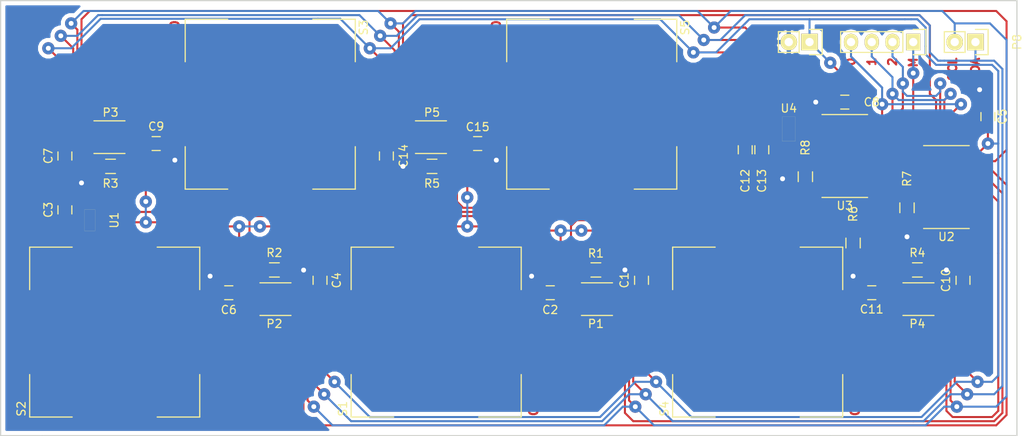
<source format=kicad_pcb>
(kicad_pcb (version 4) (host pcbnew 4.0.2-stable)

  (general
    (links 133)
    (no_connects 1)
    (area 73.584999 30.404999 127.075001 155.935)
    (thickness 1.6)
    (drawings 23)
    (tracks 775)
    (zones 0)
    (modules 40)
    (nets 38)
  )

  (page A4)
  (layers
    (0 F.Cu signal)
    (31 B.Cu signal)
    (32 B.Adhes user)
    (33 F.Adhes user)
    (34 B.Paste user)
    (35 F.Paste user)
    (36 B.SilkS user)
    (37 F.SilkS user)
    (38 B.Mask user)
    (39 F.Mask user)
    (40 Dwgs.User user)
    (41 Cmts.User user)
    (42 Eco1.User user)
    (43 Eco2.User user)
    (44 Edge.Cuts user)
    (45 Margin user)
    (46 B.CrtYd user)
    (47 F.CrtYd user)
    (48 B.Fab user)
    (49 F.Fab user)
  )

  (setup
    (last_trace_width 0.25)
    (trace_clearance 0.2)
    (zone_clearance 0.508)
    (zone_45_only no)
    (trace_min 0.2)
    (segment_width 0.2)
    (edge_width 0.15)
    (via_size 1.5)
    (via_drill 0.6)
    (via_min_size 0.4)
    (via_min_drill 0.3)
    (uvia_size 0.3)
    (uvia_drill 0.1)
    (uvias_allowed no)
    (uvia_min_size 0.2)
    (uvia_min_drill 0.1)
    (pcb_text_width 0.3)
    (pcb_text_size 1.5 1.5)
    (mod_edge_width 0.15)
    (mod_text_size 1 1)
    (mod_text_width 0.15)
    (pad_size 1.524 1.524)
    (pad_drill 0.762)
    (pad_to_mask_clearance 0.2)
    (aux_axis_origin 0 0)
    (visible_elements 7FFFFFFF)
    (pcbplotparams
      (layerselection 0x01000_80000001)
      (usegerberextensions false)
      (excludeedgelayer true)
      (linewidth 0.100000)
      (plotframeref false)
      (viasonmask false)
      (mode 1)
      (useauxorigin false)
      (hpglpennumber 1)
      (hpglpenspeed 20)
      (hpglpendiameter 15)
      (hpglpenoverlay 2)
      (psnegative false)
      (psa4output false)
      (plotreference true)
      (plotvalue true)
      (plotinvisibletext false)
      (padsonsilk false)
      (subtractmaskfromsilk false)
      (outputformat 1)
      (mirror false)
      (drillshape 0)
      (scaleselection 1)
      (outputdirectory mill/))
  )

  (net 0 "")
  (net 1 +3V3)
  (net 2 GND)
  (net 3 +2V5)
  (net 4 "Net-(P1-Pad2)")
  (net 5 /SCL)
  (net 6 /SDA)
  (net 7 "Net-(P1-Pad8)")
  (net 8 "Net-(P1-Pad12)")
  (net 9 "Net-(P1-Pad13)")
  (net 10 "Net-(P1-Pad14)")
  (net 11 "Net-(P2-Pad2)")
  (net 12 "Net-(P2-Pad8)")
  (net 13 "Net-(P2-Pad12)")
  (net 14 "Net-(P2-Pad13)")
  (net 15 "Net-(P2-Pad14)")
  (net 16 "Net-(P3-Pad2)")
  (net 17 "Net-(P3-Pad8)")
  (net 18 "Net-(P3-Pad12)")
  (net 19 "Net-(P3-Pad13)")
  (net 20 "Net-(P3-Pad14)")
  (net 21 "Net-(P4-Pad2)")
  (net 22 "Net-(P4-Pad8)")
  (net 23 "Net-(P4-Pad12)")
  (net 24 "Net-(P4-Pad13)")
  (net 25 "Net-(P4-Pad14)")
  (net 26 "Net-(P5-Pad2)")
  (net 27 "Net-(P5-Pad8)")
  (net 28 "Net-(P5-Pad12)")
  (net 29 "Net-(P5-Pad13)")
  (net 30 "Net-(P5-Pad14)")
  (net 31 /PSEL0)
  (net 32 /PSEL1)
  (net 33 /PSEL2)
  (net 34 /MENB)
  (net 35 "Net-(R7-Pad2)")
  (net 36 "Net-(R8-Pad2)")
  (net 37 /VSTAT)

  (net_class Default "This is the default net class."
    (clearance 0.2)
    (trace_width 0.25)
    (via_dia 1.5)
    (via_drill 0.6)
    (uvia_dia 0.3)
    (uvia_drill 0.1)
    (add_net +2V5)
    (add_net +3V3)
    (add_net /MENB)
    (add_net /PSEL0)
    (add_net /PSEL1)
    (add_net /PSEL2)
    (add_net /SCL)
    (add_net /SDA)
    (add_net /VSTAT)
    (add_net GND)
    (add_net "Net-(P1-Pad12)")
    (add_net "Net-(P1-Pad13)")
    (add_net "Net-(P1-Pad14)")
    (add_net "Net-(P1-Pad2)")
    (add_net "Net-(P1-Pad8)")
    (add_net "Net-(P2-Pad12)")
    (add_net "Net-(P2-Pad13)")
    (add_net "Net-(P2-Pad14)")
    (add_net "Net-(P2-Pad2)")
    (add_net "Net-(P2-Pad8)")
    (add_net "Net-(P3-Pad12)")
    (add_net "Net-(P3-Pad13)")
    (add_net "Net-(P3-Pad14)")
    (add_net "Net-(P3-Pad2)")
    (add_net "Net-(P3-Pad8)")
    (add_net "Net-(P4-Pad12)")
    (add_net "Net-(P4-Pad13)")
    (add_net "Net-(P4-Pad14)")
    (add_net "Net-(P4-Pad2)")
    (add_net "Net-(P4-Pad8)")
    (add_net "Net-(P5-Pad12)")
    (add_net "Net-(P5-Pad13)")
    (add_net "Net-(P5-Pad14)")
    (add_net "Net-(P5-Pad2)")
    (add_net "Net-(P5-Pad8)")
    (add_net "Net-(R7-Pad2)")
    (add_net "Net-(R8-Pad2)")
  )

  (module scintilla:SPEC_pinned (layer F.Cu) (tedit 57DC853A) (tstamp 57DC32C7)
    (at 139.954 83.058 90)
    (path /57DEC23E)
    (fp_text reference S5 (at 9.398 11.43 90) (layer F.SilkS)
      (effects (font (size 1 1) (thickness 0.15)))
    )
    (fp_text value SPEC-2 (at 0 0 90) (layer F.Fab)
      (effects (font (size 1 1) (thickness 0.15)))
    )
    (fp_line (start 5.207 -10.414) (end 10.414 -10.414) (layer F.SilkS) (width 0.15))
    (fp_line (start 10.414 -10.414) (end 10.414 -5.207) (layer F.SilkS) (width 0.15))
    (fp_line (start 5.207 10.414) (end 10.414 10.414) (layer F.SilkS) (width 0.15))
    (fp_line (start 10.414 10.414) (end 10.414 5.207) (layer F.SilkS) (width 0.15))
    (fp_line (start -10.414 5.207) (end -10.414 10.414) (layer F.SilkS) (width 0.15))
    (fp_line (start -10.414 10.414) (end -5.207 10.414) (layer F.SilkS) (width 0.15))
    (fp_line (start -10.414 -5.207) (end -10.414 -10.414) (layer F.SilkS) (width 0.15))
    (fp_line (start -10.414 -10.414) (end -5.207 -10.414) (layer F.SilkS) (width 0.15))
    (pad 4 smd rect (at -1 -7.37 90) (size 1.02 2.29) (layers F.Cu F.Paste F.Mask)
      (net 29 "Net-(P5-Pad13)"))
    (pad 5 smd rect (at 1 -10.41 90) (size 1.02 2.29) (layers F.Cu F.Paste F.Mask)
      (net 30 "Net-(P5-Pad14)"))
    (pad 1 smd rect (at -1 10.41 90) (size 1.02 2.29) (layers F.Cu F.Paste F.Mask)
      (net 28 "Net-(P5-Pad12)"))
    (pad 6 smd rect (at 1 7.37 90) (size 1.02 2.29) (layers F.Cu F.Paste F.Mask))
    (pad 3 smd rect (at -10.41 -1 90) (size 2.29 1.02) (layers F.Cu F.Paste F.Mask))
    (pad 2 smd rect (at -7.37 1 90) (size 2.29 1.02) (layers F.Cu F.Paste F.Mask))
  )

  (module Capacitors_SMD:C_0805_HandSoldering (layer F.Cu) (tedit 57DC3718) (tstamp 57DC31B6)
    (at 188.468 84.582 90)
    (descr "Capacitor SMD 0805, hand soldering")
    (tags "capacitor 0805")
    (path /57DB27A1)
    (attr smd)
    (fp_text reference C5 (at 0 1.778 90) (layer F.SilkS)
      (effects (font (size 1 1) (thickness 0.15)))
    )
    (fp_text value 0.1uF (at 0 0 90) (layer F.Fab)
      (effects (font (size 1 1) (thickness 0.15)))
    )
    (fp_line (start -2.3 -1) (end 2.3 -1) (layer F.CrtYd) (width 0.05))
    (fp_line (start -2.3 1) (end 2.3 1) (layer F.CrtYd) (width 0.05))
    (fp_line (start -2.3 -1) (end -2.3 1) (layer F.CrtYd) (width 0.05))
    (fp_line (start 2.3 -1) (end 2.3 1) (layer F.CrtYd) (width 0.05))
    (fp_line (start 0.5 -0.85) (end -0.5 -0.85) (layer F.SilkS) (width 0.15))
    (fp_line (start -0.5 0.85) (end 0.5 0.85) (layer F.SilkS) (width 0.15))
    (pad 1 smd rect (at -1.25 0 90) (size 1.5 1.25) (layers F.Cu F.Paste F.Mask)
      (net 1 +3V3))
    (pad 2 smd rect (at 1.25 0 90) (size 1.5 1.25) (layers F.Cu F.Paste F.Mask)
      (net 2 GND))
    (model Capacitors_SMD.3dshapes/C_0805_HandSoldering.wrl
      (at (xyz 0 0 0))
      (scale (xyz 1 1 1))
      (rotate (xyz 0 0 0))
    )
  )

  (module scintilla:SPEC_pinned (layer F.Cu) (tedit 57DC80D6) (tstamp 57DC329F)
    (at 120.904 110.998 270)
    (path /57DECC57)
    (fp_text reference S1 (at 9.398 11.43 270) (layer F.SilkS)
      (effects (font (size 1 1) (thickness 0.15)))
    )
    (fp_text value SPEC-2 (at 0 0 270) (layer F.Fab)
      (effects (font (size 1 1) (thickness 0.15)))
    )
    (fp_line (start 5.207 -10.414) (end 10.414 -10.414) (layer F.SilkS) (width 0.15))
    (fp_line (start 10.414 -10.414) (end 10.414 -5.207) (layer F.SilkS) (width 0.15))
    (fp_line (start 5.207 10.414) (end 10.414 10.414) (layer F.SilkS) (width 0.15))
    (fp_line (start 10.414 10.414) (end 10.414 5.207) (layer F.SilkS) (width 0.15))
    (fp_line (start -10.414 5.207) (end -10.414 10.414) (layer F.SilkS) (width 0.15))
    (fp_line (start -10.414 10.414) (end -5.207 10.414) (layer F.SilkS) (width 0.15))
    (fp_line (start -10.414 -5.207) (end -10.414 -10.414) (layer F.SilkS) (width 0.15))
    (fp_line (start -10.414 -10.414) (end -5.207 -10.414) (layer F.SilkS) (width 0.15))
    (pad 4 smd rect (at -1 -7.37 270) (size 1.02 2.29) (layers F.Cu F.Paste F.Mask)
      (net 9 "Net-(P1-Pad13)"))
    (pad 5 smd rect (at 1 -10.41 270) (size 1.02 2.29) (layers F.Cu F.Paste F.Mask)
      (net 10 "Net-(P1-Pad14)"))
    (pad 1 smd rect (at -1 10.41 270) (size 1.02 2.29) (layers F.Cu F.Paste F.Mask)
      (net 8 "Net-(P1-Pad12)"))
    (pad 6 smd rect (at 1 7.37 270) (size 1.02 2.29) (layers F.Cu F.Paste F.Mask))
    (pad 3 smd rect (at -10.41 -1 270) (size 2.29 1.02) (layers F.Cu F.Paste F.Mask))
    (pad 2 smd rect (at -7.37 1 270) (size 2.29 1.02) (layers F.Cu F.Paste F.Mask))
  )

  (module Capacitors_SMD:C_0805_HandSoldering (layer F.Cu) (tedit 57DC8495) (tstamp 57DC319E)
    (at 146.05 104.648 90)
    (descr "Capacitor SMD 0805, hand soldering")
    (tags "capacitor 0805")
    (path /57E23AE6)
    (attr smd)
    (fp_text reference C1 (at 0 -2.1 90) (layer F.SilkS)
      (effects (font (size 1 1) (thickness 0.15)))
    )
    (fp_text value 0.1uF (at 0 0 90) (layer F.Fab)
      (effects (font (size 1 1) (thickness 0.15)))
    )
    (fp_line (start -2.3 -1) (end 2.3 -1) (layer F.CrtYd) (width 0.05))
    (fp_line (start -2.3 1) (end 2.3 1) (layer F.CrtYd) (width 0.05))
    (fp_line (start -2.3 -1) (end -2.3 1) (layer F.CrtYd) (width 0.05))
    (fp_line (start 2.3 -1) (end 2.3 1) (layer F.CrtYd) (width 0.05))
    (fp_line (start 0.5 -0.85) (end -0.5 -0.85) (layer F.SilkS) (width 0.15))
    (fp_line (start -0.5 0.85) (end 0.5 0.85) (layer F.SilkS) (width 0.15))
    (pad 1 smd rect (at -1.25 0 90) (size 1.5 1.25) (layers F.Cu F.Paste F.Mask)
      (net 1 +3V3))
    (pad 2 smd rect (at 1.25 0 90) (size 1.5 1.25) (layers F.Cu F.Paste F.Mask)
      (net 2 GND))
    (model Capacitors_SMD.3dshapes/C_0805_HandSoldering.wrl
      (at (xyz 0 0 0))
      (scale (xyz 1 1 1))
      (rotate (xyz 0 0 0))
    )
  )

  (module Capacitors_SMD:C_0805_HandSoldering (layer F.Cu) (tedit 57E05658) (tstamp 57DC31A4)
    (at 134.874 106.172 180)
    (descr "Capacitor SMD 0805, hand soldering")
    (tags "capacitor 0805")
    (path /57E2620D)
    (attr smd)
    (fp_text reference C2 (at 0 -2.1 180) (layer F.SilkS)
      (effects (font (size 1 1) (thickness 0.15)))
    )
    (fp_text value 0.1uF (at 0 0 180) (layer F.Fab)
      (effects (font (size 1 1) (thickness 0.15)))
    )
    (fp_line (start -2.3 -1) (end 2.3 -1) (layer F.CrtYd) (width 0.05))
    (fp_line (start -2.3 1) (end 2.3 1) (layer F.CrtYd) (width 0.05))
    (fp_line (start -2.3 -1) (end -2.3 1) (layer F.CrtYd) (width 0.05))
    (fp_line (start 2.3 -1) (end 2.3 1) (layer F.CrtYd) (width 0.05))
    (fp_line (start 0.5 -0.85) (end -0.5 -0.85) (layer F.SilkS) (width 0.15))
    (fp_line (start -0.5 0.85) (end 0.5 0.85) (layer F.SilkS) (width 0.15))
    (pad 1 smd rect (at -1.25 0 180) (size 1.5 1.25) (layers F.Cu F.Paste F.Mask)
      (net 3 +2V5))
    (pad 2 smd rect (at 1.25 0 180) (size 1.5 1.25) (layers F.Cu F.Paste F.Mask)
      (net 2 GND))
    (model Capacitors_SMD.3dshapes/C_0805_HandSoldering.wrl
      (at (xyz 0 0 0))
      (scale (xyz 1 1 1))
      (rotate (xyz 0 0 0))
    )
  )

  (module Capacitors_SMD:C_0805_HandSoldering (layer F.Cu) (tedit 57DC94CD) (tstamp 57DC31AA)
    (at 75.438 96.012 270)
    (descr "Capacitor SMD 0805, hand soldering")
    (tags "capacitor 0805")
    (path /57E710C1)
    (attr smd)
    (fp_text reference C3 (at 0 2.032 270) (layer F.SilkS)
      (effects (font (size 1 1) (thickness 0.15)))
    )
    (fp_text value 0.1uF (at 0 0 270) (layer F.Fab)
      (effects (font (size 1 1) (thickness 0.15)))
    )
    (fp_line (start -2.3 -1) (end 2.3 -1) (layer F.CrtYd) (width 0.05))
    (fp_line (start -2.3 1) (end 2.3 1) (layer F.CrtYd) (width 0.05))
    (fp_line (start -2.3 -1) (end -2.3 1) (layer F.CrtYd) (width 0.05))
    (fp_line (start 2.3 -1) (end 2.3 1) (layer F.CrtYd) (width 0.05))
    (fp_line (start 0.5 -0.85) (end -0.5 -0.85) (layer F.SilkS) (width 0.15))
    (fp_line (start -0.5 0.85) (end 0.5 0.85) (layer F.SilkS) (width 0.15))
    (pad 1 smd rect (at -1.25 0 270) (size 1.5 1.25) (layers F.Cu F.Paste F.Mask)
      (net 2 GND))
    (pad 2 smd rect (at 1.25 0 270) (size 1.5 1.25) (layers F.Cu F.Paste F.Mask)
      (net 1 +3V3))
    (model Capacitors_SMD.3dshapes/C_0805_HandSoldering.wrl
      (at (xyz 0 0 0))
      (scale (xyz 1 1 1))
      (rotate (xyz 0 0 0))
    )
  )

  (module Capacitors_SMD:C_0805_HandSoldering (layer F.Cu) (tedit 57DC69F1) (tstamp 57DC31B0)
    (at 106.68 104.648 90)
    (descr "Capacitor SMD 0805, hand soldering")
    (tags "capacitor 0805")
    (path /57DB8A1E)
    (attr smd)
    (fp_text reference C4 (at 0 2.032 90) (layer F.SilkS)
      (effects (font (size 1 1) (thickness 0.15)))
    )
    (fp_text value 0.1uF (at -3.556 0.508 90) (layer F.Fab)
      (effects (font (size 1 1) (thickness 0.15)))
    )
    (fp_line (start -2.3 -1) (end 2.3 -1) (layer F.CrtYd) (width 0.05))
    (fp_line (start -2.3 1) (end 2.3 1) (layer F.CrtYd) (width 0.05))
    (fp_line (start -2.3 -1) (end -2.3 1) (layer F.CrtYd) (width 0.05))
    (fp_line (start 2.3 -1) (end 2.3 1) (layer F.CrtYd) (width 0.05))
    (fp_line (start 0.5 -0.85) (end -0.5 -0.85) (layer F.SilkS) (width 0.15))
    (fp_line (start -0.5 0.85) (end 0.5 0.85) (layer F.SilkS) (width 0.15))
    (pad 1 smd rect (at -1.25 0 90) (size 1.5 1.25) (layers F.Cu F.Paste F.Mask)
      (net 1 +3V3))
    (pad 2 smd rect (at 1.25 0 90) (size 1.5 1.25) (layers F.Cu F.Paste F.Mask)
      (net 2 GND))
    (model Capacitors_SMD.3dshapes/C_0805_HandSoldering.wrl
      (at (xyz 0 0 0))
      (scale (xyz 1 1 1))
      (rotate (xyz 0 0 0))
    )
  )

  (module Capacitors_SMD:C_0805_HandSoldering (layer F.Cu) (tedit 57DC694A) (tstamp 57DC31BC)
    (at 95.504 106.172 180)
    (descr "Capacitor SMD 0805, hand soldering")
    (tags "capacitor 0805")
    (path /57DC2C37)
    (attr smd)
    (fp_text reference C6 (at 0 -2.1 180) (layer F.SilkS)
      (effects (font (size 1 1) (thickness 0.15)))
    )
    (fp_text value 0.1uF (at 0 0 180) (layer F.Fab)
      (effects (font (size 1 1) (thickness 0.15)))
    )
    (fp_line (start -2.3 -1) (end 2.3 -1) (layer F.CrtYd) (width 0.05))
    (fp_line (start -2.3 1) (end 2.3 1) (layer F.CrtYd) (width 0.05))
    (fp_line (start -2.3 -1) (end -2.3 1) (layer F.CrtYd) (width 0.05))
    (fp_line (start 2.3 -1) (end 2.3 1) (layer F.CrtYd) (width 0.05))
    (fp_line (start 0.5 -0.85) (end -0.5 -0.85) (layer F.SilkS) (width 0.15))
    (fp_line (start -0.5 0.85) (end 0.5 0.85) (layer F.SilkS) (width 0.15))
    (pad 1 smd rect (at -1.25 0 180) (size 1.5 1.25) (layers F.Cu F.Paste F.Mask)
      (net 3 +2V5))
    (pad 2 smd rect (at 1.25 0 180) (size 1.5 1.25) (layers F.Cu F.Paste F.Mask)
      (net 2 GND))
    (model Capacitors_SMD.3dshapes/C_0805_HandSoldering.wrl
      (at (xyz 0 0 0))
      (scale (xyz 1 1 1))
      (rotate (xyz 0 0 0))
    )
  )

  (module Capacitors_SMD:C_0805_HandSoldering (layer F.Cu) (tedit 57DC67FC) (tstamp 57DC31C2)
    (at 75.438 89.408 270)
    (descr "Capacitor SMD 0805, hand soldering")
    (tags "capacitor 0805")
    (path /57DB8FAF)
    (attr smd)
    (fp_text reference C7 (at 0 2.032 270) (layer F.SilkS)
      (effects (font (size 1 1) (thickness 0.15)))
    )
    (fp_text value 0.1uF (at 0 0 270) (layer F.Fab)
      (effects (font (size 1 1) (thickness 0.15)))
    )
    (fp_line (start -2.3 -1) (end 2.3 -1) (layer F.CrtYd) (width 0.05))
    (fp_line (start -2.3 1) (end 2.3 1) (layer F.CrtYd) (width 0.05))
    (fp_line (start -2.3 -1) (end -2.3 1) (layer F.CrtYd) (width 0.05))
    (fp_line (start 2.3 -1) (end 2.3 1) (layer F.CrtYd) (width 0.05))
    (fp_line (start 0.5 -0.85) (end -0.5 -0.85) (layer F.SilkS) (width 0.15))
    (fp_line (start -0.5 0.85) (end 0.5 0.85) (layer F.SilkS) (width 0.15))
    (pad 1 smd rect (at -1.25 0 270) (size 1.5 1.25) (layers F.Cu F.Paste F.Mask)
      (net 1 +3V3))
    (pad 2 smd rect (at 1.25 0 270) (size 1.5 1.25) (layers F.Cu F.Paste F.Mask)
      (net 2 GND))
    (model Capacitors_SMD.3dshapes/C_0805_HandSoldering.wrl
      (at (xyz 0 0 0))
      (scale (xyz 1 1 1))
      (rotate (xyz 0 0 0))
    )
  )

  (module Capacitors_SMD:C_0805_HandSoldering (layer F.Cu) (tedit 57DC8EC9) (tstamp 57DC31C8)
    (at 170.942 82.804 180)
    (descr "Capacitor SMD 0805, hand soldering")
    (tags "capacitor 0805")
    (path /57DB31A4)
    (attr smd)
    (fp_text reference C8 (at -3.302 0 360) (layer F.SilkS)
      (effects (font (size 1 1) (thickness 0.15)))
    )
    (fp_text value 0.1uF (at 0 0 180) (layer F.Fab)
      (effects (font (size 1 1) (thickness 0.15)))
    )
    (fp_line (start -2.3 -1) (end 2.3 -1) (layer F.CrtYd) (width 0.05))
    (fp_line (start -2.3 1) (end 2.3 1) (layer F.CrtYd) (width 0.05))
    (fp_line (start -2.3 -1) (end -2.3 1) (layer F.CrtYd) (width 0.05))
    (fp_line (start 2.3 -1) (end 2.3 1) (layer F.CrtYd) (width 0.05))
    (fp_line (start 0.5 -0.85) (end -0.5 -0.85) (layer F.SilkS) (width 0.15))
    (fp_line (start -0.5 0.85) (end 0.5 0.85) (layer F.SilkS) (width 0.15))
    (pad 1 smd rect (at -1.25 0 180) (size 1.5 1.25) (layers F.Cu F.Paste F.Mask)
      (net 1 +3V3))
    (pad 2 smd rect (at 1.25 0 180) (size 1.5 1.25) (layers F.Cu F.Paste F.Mask)
      (net 2 GND))
    (model Capacitors_SMD.3dshapes/C_0805_HandSoldering.wrl
      (at (xyz 0 0 0))
      (scale (xyz 1 1 1))
      (rotate (xyz 0 0 0))
    )
  )

  (module Capacitors_SMD:C_0805_HandSoldering (layer F.Cu) (tedit 57DC65A5) (tstamp 57DC31CE)
    (at 86.614 87.884)
    (descr "Capacitor SMD 0805, hand soldering")
    (tags "capacitor 0805")
    (path /57DC31A0)
    (attr smd)
    (fp_text reference C9 (at 0 -2.1) (layer F.SilkS)
      (effects (font (size 1 1) (thickness 0.15)))
    )
    (fp_text value 0.1uF (at 0 0) (layer F.Fab)
      (effects (font (size 1 1) (thickness 0.15)))
    )
    (fp_line (start -2.3 -1) (end 2.3 -1) (layer F.CrtYd) (width 0.05))
    (fp_line (start -2.3 1) (end 2.3 1) (layer F.CrtYd) (width 0.05))
    (fp_line (start -2.3 -1) (end -2.3 1) (layer F.CrtYd) (width 0.05))
    (fp_line (start 2.3 -1) (end 2.3 1) (layer F.CrtYd) (width 0.05))
    (fp_line (start 0.5 -0.85) (end -0.5 -0.85) (layer F.SilkS) (width 0.15))
    (fp_line (start -0.5 0.85) (end 0.5 0.85) (layer F.SilkS) (width 0.15))
    (pad 1 smd rect (at -1.25 0) (size 1.5 1.25) (layers F.Cu F.Paste F.Mask)
      (net 3 +2V5))
    (pad 2 smd rect (at 1.25 0) (size 1.5 1.25) (layers F.Cu F.Paste F.Mask)
      (net 2 GND))
    (model Capacitors_SMD.3dshapes/C_0805_HandSoldering.wrl
      (at (xyz 0 0 0))
      (scale (xyz 1 1 1))
      (rotate (xyz 0 0 0))
    )
  )

  (module Capacitors_SMD:C_0805_HandSoldering (layer F.Cu) (tedit 57E16BED) (tstamp 57DC31D4)
    (at 185.42 104.648 90)
    (descr "Capacitor SMD 0805, hand soldering")
    (tags "capacitor 0805")
    (path /57DB9006)
    (attr smd)
    (fp_text reference C10 (at 0 -2.1 90) (layer F.SilkS)
      (effects (font (size 1 1) (thickness 0.15)))
    )
    (fp_text value 0.1uF (at 0 0 90) (layer F.Fab)
      (effects (font (size 1 1) (thickness 0.15)))
    )
    (fp_line (start -2.3 -1) (end 2.3 -1) (layer F.CrtYd) (width 0.05))
    (fp_line (start -2.3 1) (end 2.3 1) (layer F.CrtYd) (width 0.05))
    (fp_line (start -2.3 -1) (end -2.3 1) (layer F.CrtYd) (width 0.05))
    (fp_line (start 2.3 -1) (end 2.3 1) (layer F.CrtYd) (width 0.05))
    (fp_line (start 0.5 -0.85) (end -0.5 -0.85) (layer F.SilkS) (width 0.15))
    (fp_line (start -0.5 0.85) (end 0.5 0.85) (layer F.SilkS) (width 0.15))
    (pad 1 smd rect (at -1.25 0 90) (size 1.5 1.25) (layers F.Cu F.Paste F.Mask)
      (net 1 +3V3))
    (pad 2 smd rect (at 1.25 0 90) (size 1.5 1.25) (layers F.Cu F.Paste F.Mask)
      (net 2 GND))
    (model Capacitors_SMD.3dshapes/C_0805_HandSoldering.wrl
      (at (xyz 0 0 0))
      (scale (xyz 1 1 1))
      (rotate (xyz 0 0 0))
    )
  )

  (module Capacitors_SMD:C_0805_HandSoldering (layer F.Cu) (tedit 57DC7000) (tstamp 57DC31DA)
    (at 174.244 106.172 180)
    (descr "Capacitor SMD 0805, hand soldering")
    (tags "capacitor 0805")
    (path /57DC23F4)
    (attr smd)
    (fp_text reference C11 (at 0 -2.032 180) (layer F.SilkS)
      (effects (font (size 1 1) (thickness 0.15)))
    )
    (fp_text value 0.1uF (at 0 0 180) (layer F.Fab)
      (effects (font (size 1 1) (thickness 0.15)))
    )
    (fp_line (start -2.3 -1) (end 2.3 -1) (layer F.CrtYd) (width 0.05))
    (fp_line (start -2.3 1) (end 2.3 1) (layer F.CrtYd) (width 0.05))
    (fp_line (start -2.3 -1) (end -2.3 1) (layer F.CrtYd) (width 0.05))
    (fp_line (start 2.3 -1) (end 2.3 1) (layer F.CrtYd) (width 0.05))
    (fp_line (start 0.5 -0.85) (end -0.5 -0.85) (layer F.SilkS) (width 0.15))
    (fp_line (start -0.5 0.85) (end 0.5 0.85) (layer F.SilkS) (width 0.15))
    (pad 1 smd rect (at -1.25 0 180) (size 1.5 1.25) (layers F.Cu F.Paste F.Mask)
      (net 3 +2V5))
    (pad 2 smd rect (at 1.25 0 180) (size 1.5 1.25) (layers F.Cu F.Paste F.Mask)
      (net 2 GND))
    (model Capacitors_SMD.3dshapes/C_0805_HandSoldering.wrl
      (at (xyz 0 0 0))
      (scale (xyz 1 1 1))
      (rotate (xyz 0 0 0))
    )
  )

  (module Capacitors_SMD:C_0805_HandSoldering (layer F.Cu) (tedit 57DC8ED1) (tstamp 57DC31E0)
    (at 158.75 88.646 270)
    (descr "Capacitor SMD 0805, hand soldering")
    (tags "capacitor 0805")
    (path /57E217E2)
    (attr smd)
    (fp_text reference C12 (at 3.81 0 270) (layer F.SilkS)
      (effects (font (size 1 1) (thickness 0.15)))
    )
    (fp_text value 10uF (at 0 0 270) (layer F.Fab)
      (effects (font (size 1 1) (thickness 0.15)))
    )
    (fp_line (start -2.3 -1) (end 2.3 -1) (layer F.CrtYd) (width 0.05))
    (fp_line (start -2.3 1) (end 2.3 1) (layer F.CrtYd) (width 0.05))
    (fp_line (start -2.3 -1) (end -2.3 1) (layer F.CrtYd) (width 0.05))
    (fp_line (start 2.3 -1) (end 2.3 1) (layer F.CrtYd) (width 0.05))
    (fp_line (start 0.5 -0.85) (end -0.5 -0.85) (layer F.SilkS) (width 0.15))
    (fp_line (start -0.5 0.85) (end 0.5 0.85) (layer F.SilkS) (width 0.15))
    (pad 1 smd rect (at -1.25 0 270) (size 1.5 1.25) (layers F.Cu F.Paste F.Mask)
      (net 1 +3V3))
    (pad 2 smd rect (at 1.25 0 270) (size 1.5 1.25) (layers F.Cu F.Paste F.Mask)
      (net 2 GND))
    (model Capacitors_SMD.3dshapes/C_0805_HandSoldering.wrl
      (at (xyz 0 0 0))
      (scale (xyz 1 1 1))
      (rotate (xyz 0 0 0))
    )
  )

  (module Capacitors_SMD:C_0805_HandSoldering (layer F.Cu) (tedit 57E079D4) (tstamp 57DC31E6)
    (at 160.782 88.646 90)
    (descr "Capacitor SMD 0805, hand soldering")
    (tags "capacitor 0805")
    (path /57DEC32B)
    (attr smd)
    (fp_text reference C13 (at -3.81 0 90) (layer F.SilkS)
      (effects (font (size 1 1) (thickness 0.15)))
    )
    (fp_text value 0.1uF (at 0 0 90) (layer F.Fab)
      (effects (font (size 1 1) (thickness 0.15)))
    )
    (fp_line (start -2.3 -1) (end 2.3 -1) (layer F.CrtYd) (width 0.05))
    (fp_line (start -2.3 1) (end 2.3 1) (layer F.CrtYd) (width 0.05))
    (fp_line (start -2.3 -1) (end -2.3 1) (layer F.CrtYd) (width 0.05))
    (fp_line (start 2.3 -1) (end 2.3 1) (layer F.CrtYd) (width 0.05))
    (fp_line (start 0.5 -0.85) (end -0.5 -0.85) (layer F.SilkS) (width 0.15))
    (fp_line (start -0.5 0.85) (end 0.5 0.85) (layer F.SilkS) (width 0.15))
    (pad 1 smd rect (at -1.25 0 90) (size 1.5 1.25) (layers F.Cu F.Paste F.Mask)
      (net 2 GND))
    (pad 2 smd rect (at 1.25 0 90) (size 1.5 1.25) (layers F.Cu F.Paste F.Mask)
      (net 1 +3V3))
    (model Capacitors_SMD.3dshapes/C_0805_HandSoldering.wrl
      (at (xyz 0 0 0))
      (scale (xyz 1 1 1))
      (rotate (xyz 0 0 0))
    )
  )

  (module Capacitors_SMD:C_0805_HandSoldering (layer F.Cu) (tedit 57DC7079) (tstamp 57DC31EC)
    (at 114.808 89.408 270)
    (descr "Capacitor SMD 0805, hand soldering")
    (tags "capacitor 0805")
    (path /57DB9378)
    (attr smd)
    (fp_text reference C14 (at 0 -2.1 270) (layer F.SilkS)
      (effects (font (size 1 1) (thickness 0.15)))
    )
    (fp_text value 0.1uF (at 0 0 270) (layer F.Fab)
      (effects (font (size 1 1) (thickness 0.15)))
    )
    (fp_line (start -2.3 -1) (end 2.3 -1) (layer F.CrtYd) (width 0.05))
    (fp_line (start -2.3 1) (end 2.3 1) (layer F.CrtYd) (width 0.05))
    (fp_line (start -2.3 -1) (end -2.3 1) (layer F.CrtYd) (width 0.05))
    (fp_line (start 2.3 -1) (end 2.3 1) (layer F.CrtYd) (width 0.05))
    (fp_line (start 0.5 -0.85) (end -0.5 -0.85) (layer F.SilkS) (width 0.15))
    (fp_line (start -0.5 0.85) (end 0.5 0.85) (layer F.SilkS) (width 0.15))
    (pad 1 smd rect (at -1.25 0 270) (size 1.5 1.25) (layers F.Cu F.Paste F.Mask)
      (net 1 +3V3))
    (pad 2 smd rect (at 1.25 0 270) (size 1.5 1.25) (layers F.Cu F.Paste F.Mask)
      (net 2 GND))
    (model Capacitors_SMD.3dshapes/C_0805_HandSoldering.wrl
      (at (xyz 0 0 0))
      (scale (xyz 1 1 1))
      (rotate (xyz 0 0 0))
    )
  )

  (module Capacitors_SMD:C_0805_HandSoldering (layer F.Cu) (tedit 57DC6E7F) (tstamp 57DC31F2)
    (at 125.984 87.884)
    (descr "Capacitor SMD 0805, hand soldering")
    (tags "capacitor 0805")
    (path /57DC2286)
    (attr smd)
    (fp_text reference C15 (at 0 -2.032) (layer F.SilkS)
      (effects (font (size 1 1) (thickness 0.15)))
    )
    (fp_text value 0.1uF (at 0 0) (layer F.Fab)
      (effects (font (size 1 1) (thickness 0.15)))
    )
    (fp_line (start -2.3 -1) (end 2.3 -1) (layer F.CrtYd) (width 0.05))
    (fp_line (start -2.3 1) (end 2.3 1) (layer F.CrtYd) (width 0.05))
    (fp_line (start -2.3 -1) (end -2.3 1) (layer F.CrtYd) (width 0.05))
    (fp_line (start 2.3 -1) (end 2.3 1) (layer F.CrtYd) (width 0.05))
    (fp_line (start 0.5 -0.85) (end -0.5 -0.85) (layer F.SilkS) (width 0.15))
    (fp_line (start -0.5 0.85) (end 0.5 0.85) (layer F.SilkS) (width 0.15))
    (pad 1 smd rect (at -1.25 0) (size 1.5 1.25) (layers F.Cu F.Paste F.Mask)
      (net 3 +2V5))
    (pad 2 smd rect (at 1.25 0) (size 1.5 1.25) (layers F.Cu F.Paste F.Mask)
      (net 2 GND))
    (model Capacitors_SMD.3dshapes/C_0805_HandSoldering.wrl
      (at (xyz 0 0 0))
      (scale (xyz 1 1 1))
      (rotate (xyz 0 0 0))
    )
  )

  (module scintilla:LMP91000 (layer F.Cu) (tedit 57DC3A9E) (tstamp 57DC3205)
    (at 142.494 108.458 180)
    (path /57DDD972)
    (fp_text reference P1 (at 2.032 -1.524 180) (layer F.SilkS)
      (effects (font (size 1 1) (thickness 0.15)))
    )
    (fp_text value LMP91000-2 (at 3.81 -5.842 270) (layer F.Fab)
      (effects (font (size 1 1) (thickness 0.15)))
    )
    (fp_line (start 3.8 3.5) (end 0 3.5) (layer F.SilkS) (width 0.15))
    (fp_line (start 0 -0.5) (end 3.8 -0.5) (layer F.SilkS) (width 0.15))
    (pad 1 smd rect (at 0 0 180) (size 0.6 0.25) (layers F.Cu F.Paste F.Mask)
      (net 2 GND))
    (pad 2 smd rect (at 0 0.5 180) (size 0.6 0.25) (layers F.Cu F.Paste F.Mask)
      (net 4 "Net-(P1-Pad2)"))
    (pad 3 smd rect (at 0 1 180) (size 0.6 0.25) (layers F.Cu F.Paste F.Mask)
      (net 5 /SCL))
    (pad 4 smd rect (at 0 1.5 180) (size 0.6 0.25) (layers F.Cu F.Paste F.Mask)
      (net 6 /SDA))
    (pad 5 smd rect (at 0 2 180) (size 0.6 0.25) (layers F.Cu F.Paste F.Mask))
    (pad 6 smd rect (at 0 2.5 180) (size 0.6 0.25) (layers F.Cu F.Paste F.Mask)
      (net 1 +3V3))
    (pad 7 smd rect (at 0 3 180) (size 0.6 0.25) (layers F.Cu F.Paste F.Mask)
      (net 2 GND))
    (pad 8 smd rect (at 3.8 3 180) (size 0.6 0.25) (layers F.Cu F.Paste F.Mask)
      (net 7 "Net-(P1-Pad8)"))
    (pad 9 smd rect (at 3.8 2.5 180) (size 0.6 0.25) (layers F.Cu F.Paste F.Mask))
    (pad 10 smd rect (at 3.8 2 180) (size 0.6 0.25) (layers F.Cu F.Paste F.Mask))
    (pad 11 smd rect (at 3.8 1.5 180) (size 0.6 0.25) (layers F.Cu F.Paste F.Mask)
      (net 3 +2V5))
    (pad 12 smd rect (at 3.8 1 180) (size 0.6 0.25) (layers F.Cu F.Paste F.Mask)
      (net 8 "Net-(P1-Pad12)"))
    (pad 13 smd rect (at 3.8 0.5 180) (size 0.6 0.25) (layers F.Cu F.Paste F.Mask)
      (net 9 "Net-(P1-Pad13)"))
    (pad 14 smd rect (at 3.8 0 180) (size 0.6 0.25) (layers F.Cu F.Paste F.Mask)
      (net 10 "Net-(P1-Pad14)"))
    (pad DAP smd rect (at 1.9 1.5 180) (size 2.6 3) (layers F.Cu F.Paste F.Mask)
      (net 2 GND))
  )

  (module scintilla:LMP91000 (layer F.Cu) (tedit 57DC3A7E) (tstamp 57DC3218)
    (at 103.124 108.458 180)
    (path /57DDDA9B)
    (fp_text reference P2 (at 2.032 -1.524 180) (layer F.SilkS)
      (effects (font (size 1 1) (thickness 0.15)))
    )
    (fp_text value LMP91000-2 (at 3.81 -5.842 270) (layer F.Fab)
      (effects (font (size 1 1) (thickness 0.15)))
    )
    (fp_line (start 3.8 3.5) (end 0 3.5) (layer F.SilkS) (width 0.15))
    (fp_line (start 0 -0.5) (end 3.8 -0.5) (layer F.SilkS) (width 0.15))
    (pad 1 smd rect (at 0 0 180) (size 0.6 0.25) (layers F.Cu F.Paste F.Mask)
      (net 2 GND))
    (pad 2 smd rect (at 0 0.5 180) (size 0.6 0.25) (layers F.Cu F.Paste F.Mask)
      (net 11 "Net-(P2-Pad2)"))
    (pad 3 smd rect (at 0 1 180) (size 0.6 0.25) (layers F.Cu F.Paste F.Mask)
      (net 5 /SCL))
    (pad 4 smd rect (at 0 1.5 180) (size 0.6 0.25) (layers F.Cu F.Paste F.Mask)
      (net 6 /SDA))
    (pad 5 smd rect (at 0 2 180) (size 0.6 0.25) (layers F.Cu F.Paste F.Mask))
    (pad 6 smd rect (at 0 2.5 180) (size 0.6 0.25) (layers F.Cu F.Paste F.Mask)
      (net 1 +3V3))
    (pad 7 smd rect (at 0 3 180) (size 0.6 0.25) (layers F.Cu F.Paste F.Mask)
      (net 2 GND))
    (pad 8 smd rect (at 3.8 3 180) (size 0.6 0.25) (layers F.Cu F.Paste F.Mask)
      (net 12 "Net-(P2-Pad8)"))
    (pad 9 smd rect (at 3.8 2.5 180) (size 0.6 0.25) (layers F.Cu F.Paste F.Mask))
    (pad 10 smd rect (at 3.8 2 180) (size 0.6 0.25) (layers F.Cu F.Paste F.Mask))
    (pad 11 smd rect (at 3.8 1.5 180) (size 0.6 0.25) (layers F.Cu F.Paste F.Mask)
      (net 3 +2V5))
    (pad 12 smd rect (at 3.8 1 180) (size 0.6 0.25) (layers F.Cu F.Paste F.Mask)
      (net 13 "Net-(P2-Pad12)"))
    (pad 13 smd rect (at 3.8 0.5 180) (size 0.6 0.25) (layers F.Cu F.Paste F.Mask)
      (net 14 "Net-(P2-Pad13)"))
    (pad 14 smd rect (at 3.8 0 180) (size 0.6 0.25) (layers F.Cu F.Paste F.Mask)
      (net 15 "Net-(P2-Pad14)"))
    (pad DAP smd rect (at 1.9 1.5 180) (size 2.6 3) (layers F.Cu F.Paste F.Mask)
      (net 2 GND))
  )

  (module scintilla:LMP91000 (layer F.Cu) (tedit 57DC3A66) (tstamp 57DC322B)
    (at 78.994 85.598)
    (path /57DDDB18)
    (fp_text reference P3 (at 2.032 -1.524) (layer F.SilkS)
      (effects (font (size 1 1) (thickness 0.15)))
    )
    (fp_text value LMP91000-2 (at 3.81 -5.842 90) (layer F.Fab)
      (effects (font (size 1 1) (thickness 0.15)))
    )
    (fp_line (start 3.8 3.5) (end 0 3.5) (layer F.SilkS) (width 0.15))
    (fp_line (start 0 -0.5) (end 3.8 -0.5) (layer F.SilkS) (width 0.15))
    (pad 1 smd rect (at 0 0) (size 0.6 0.25) (layers F.Cu F.Paste F.Mask)
      (net 2 GND))
    (pad 2 smd rect (at 0 0.5) (size 0.6 0.25) (layers F.Cu F.Paste F.Mask)
      (net 16 "Net-(P3-Pad2)"))
    (pad 3 smd rect (at 0 1) (size 0.6 0.25) (layers F.Cu F.Paste F.Mask)
      (net 5 /SCL))
    (pad 4 smd rect (at 0 1.5) (size 0.6 0.25) (layers F.Cu F.Paste F.Mask)
      (net 6 /SDA))
    (pad 5 smd rect (at 0 2) (size 0.6 0.25) (layers F.Cu F.Paste F.Mask))
    (pad 6 smd rect (at 0 2.5) (size 0.6 0.25) (layers F.Cu F.Paste F.Mask)
      (net 1 +3V3))
    (pad 7 smd rect (at 0 3) (size 0.6 0.25) (layers F.Cu F.Paste F.Mask)
      (net 2 GND))
    (pad 8 smd rect (at 3.8 3) (size 0.6 0.25) (layers F.Cu F.Paste F.Mask)
      (net 17 "Net-(P3-Pad8)"))
    (pad 9 smd rect (at 3.8 2.5) (size 0.6 0.25) (layers F.Cu F.Paste F.Mask))
    (pad 10 smd rect (at 3.8 2) (size 0.6 0.25) (layers F.Cu F.Paste F.Mask))
    (pad 11 smd rect (at 3.8 1.5) (size 0.6 0.25) (layers F.Cu F.Paste F.Mask)
      (net 3 +2V5))
    (pad 12 smd rect (at 3.8 1) (size 0.6 0.25) (layers F.Cu F.Paste F.Mask)
      (net 18 "Net-(P3-Pad12)"))
    (pad 13 smd rect (at 3.8 0.5) (size 0.6 0.25) (layers F.Cu F.Paste F.Mask)
      (net 19 "Net-(P3-Pad13)"))
    (pad 14 smd rect (at 3.8 0) (size 0.6 0.25) (layers F.Cu F.Paste F.Mask)
      (net 20 "Net-(P3-Pad14)"))
    (pad DAP smd rect (at 1.9 1.5) (size 2.6 3) (layers F.Cu F.Paste F.Mask)
      (net 2 GND))
  )

  (module scintilla:LMP91000 (layer F.Cu) (tedit 57DC3AA5) (tstamp 57DC323E)
    (at 181.864 108.458 180)
    (path /57DDE090)
    (fp_text reference P4 (at 2.032 -1.524 180) (layer F.SilkS)
      (effects (font (size 1 1) (thickness 0.15)))
    )
    (fp_text value LMP91000-2 (at 3.81 -5.842 270) (layer F.Fab)
      (effects (font (size 1 1) (thickness 0.15)))
    )
    (fp_line (start 3.8 3.5) (end 0 3.5) (layer F.SilkS) (width 0.15))
    (fp_line (start 0 -0.5) (end 3.8 -0.5) (layer F.SilkS) (width 0.15))
    (pad 1 smd rect (at 0 0 180) (size 0.6 0.25) (layers F.Cu F.Paste F.Mask)
      (net 2 GND))
    (pad 2 smd rect (at 0 0.5 180) (size 0.6 0.25) (layers F.Cu F.Paste F.Mask)
      (net 21 "Net-(P4-Pad2)"))
    (pad 3 smd rect (at 0 1 180) (size 0.6 0.25) (layers F.Cu F.Paste F.Mask)
      (net 5 /SCL))
    (pad 4 smd rect (at 0 1.5 180) (size 0.6 0.25) (layers F.Cu F.Paste F.Mask)
      (net 6 /SDA))
    (pad 5 smd rect (at 0 2 180) (size 0.6 0.25) (layers F.Cu F.Paste F.Mask))
    (pad 6 smd rect (at 0 2.5 180) (size 0.6 0.25) (layers F.Cu F.Paste F.Mask)
      (net 1 +3V3))
    (pad 7 smd rect (at 0 3 180) (size 0.6 0.25) (layers F.Cu F.Paste F.Mask)
      (net 2 GND))
    (pad 8 smd rect (at 3.8 3 180) (size 0.6 0.25) (layers F.Cu F.Paste F.Mask)
      (net 22 "Net-(P4-Pad8)"))
    (pad 9 smd rect (at 3.8 2.5 180) (size 0.6 0.25) (layers F.Cu F.Paste F.Mask))
    (pad 10 smd rect (at 3.8 2 180) (size 0.6 0.25) (layers F.Cu F.Paste F.Mask))
    (pad 11 smd rect (at 3.8 1.5 180) (size 0.6 0.25) (layers F.Cu F.Paste F.Mask)
      (net 3 +2V5))
    (pad 12 smd rect (at 3.8 1 180) (size 0.6 0.25) (layers F.Cu F.Paste F.Mask)
      (net 23 "Net-(P4-Pad12)"))
    (pad 13 smd rect (at 3.8 0.5 180) (size 0.6 0.25) (layers F.Cu F.Paste F.Mask)
      (net 24 "Net-(P4-Pad13)"))
    (pad 14 smd rect (at 3.8 0 180) (size 0.6 0.25) (layers F.Cu F.Paste F.Mask)
      (net 25 "Net-(P4-Pad14)"))
    (pad DAP smd rect (at 1.9 1.5 180) (size 2.6 3) (layers F.Cu F.Paste F.Mask)
      (net 2 GND))
  )

  (module scintilla:LMP91000 (layer F.Cu) (tedit 57DC3A78) (tstamp 57DC3251)
    (at 118.364 85.598)
    (path /57DDE119)
    (fp_text reference P5 (at 2.032 -1.524) (layer F.SilkS)
      (effects (font (size 1 1) (thickness 0.15)))
    )
    (fp_text value LMP91000-2 (at 3.81 -5.842 90) (layer F.Fab)
      (effects (font (size 1 1) (thickness 0.15)))
    )
    (fp_line (start 3.8 3.5) (end 0 3.5) (layer F.SilkS) (width 0.15))
    (fp_line (start 0 -0.5) (end 3.8 -0.5) (layer F.SilkS) (width 0.15))
    (pad 1 smd rect (at 0 0) (size 0.6 0.25) (layers F.Cu F.Paste F.Mask)
      (net 2 GND))
    (pad 2 smd rect (at 0 0.5) (size 0.6 0.25) (layers F.Cu F.Paste F.Mask)
      (net 26 "Net-(P5-Pad2)"))
    (pad 3 smd rect (at 0 1) (size 0.6 0.25) (layers F.Cu F.Paste F.Mask)
      (net 5 /SCL))
    (pad 4 smd rect (at 0 1.5) (size 0.6 0.25) (layers F.Cu F.Paste F.Mask)
      (net 6 /SDA))
    (pad 5 smd rect (at 0 2) (size 0.6 0.25) (layers F.Cu F.Paste F.Mask))
    (pad 6 smd rect (at 0 2.5) (size 0.6 0.25) (layers F.Cu F.Paste F.Mask)
      (net 1 +3V3))
    (pad 7 smd rect (at 0 3) (size 0.6 0.25) (layers F.Cu F.Paste F.Mask)
      (net 2 GND))
    (pad 8 smd rect (at 3.8 3) (size 0.6 0.25) (layers F.Cu F.Paste F.Mask)
      (net 27 "Net-(P5-Pad8)"))
    (pad 9 smd rect (at 3.8 2.5) (size 0.6 0.25) (layers F.Cu F.Paste F.Mask))
    (pad 10 smd rect (at 3.8 2) (size 0.6 0.25) (layers F.Cu F.Paste F.Mask))
    (pad 11 smd rect (at 3.8 1.5) (size 0.6 0.25) (layers F.Cu F.Paste F.Mask)
      (net 3 +2V5))
    (pad 12 smd rect (at 3.8 1) (size 0.6 0.25) (layers F.Cu F.Paste F.Mask)
      (net 28 "Net-(P5-Pad12)"))
    (pad 13 smd rect (at 3.8 0.5) (size 0.6 0.25) (layers F.Cu F.Paste F.Mask)
      (net 29 "Net-(P5-Pad13)"))
    (pad 14 smd rect (at 3.8 0) (size 0.6 0.25) (layers F.Cu F.Paste F.Mask)
      (net 30 "Net-(P5-Pad14)"))
    (pad DAP smd rect (at 1.9 1.5) (size 2.6 3) (layers F.Cu F.Paste F.Mask)
      (net 2 GND))
  )

  (module Pin_Headers:Pin_Header_Straight_1x02 (layer F.Cu) (tedit 57E16C05) (tstamp 57DC3257)
    (at 166.624 75.438 270)
    (descr "Through hole pin header")
    (tags "pin header")
    (path /57DB2458)
    (fp_text reference P6 (at 0 -5.1 270) (layer F.SilkS)
      (effects (font (size 1 1) (thickness 0.15)))
    )
    (fp_text value PWR_BUS (at -2.54 1.27 360) (layer F.Fab)
      (effects (font (size 1 1) (thickness 0.15)))
    )
    (fp_line (start 1.27 1.27) (end 1.27 3.81) (layer F.SilkS) (width 0.15))
    (fp_line (start 1.55 -1.55) (end 1.55 0) (layer F.SilkS) (width 0.15))
    (fp_line (start -1.75 -1.75) (end -1.75 4.3) (layer F.CrtYd) (width 0.05))
    (fp_line (start 1.75 -1.75) (end 1.75 4.3) (layer F.CrtYd) (width 0.05))
    (fp_line (start -1.75 -1.75) (end 1.75 -1.75) (layer F.CrtYd) (width 0.05))
    (fp_line (start -1.75 4.3) (end 1.75 4.3) (layer F.CrtYd) (width 0.05))
    (fp_line (start 1.27 1.27) (end -1.27 1.27) (layer F.SilkS) (width 0.15))
    (fp_line (start -1.55 0) (end -1.55 -1.55) (layer F.SilkS) (width 0.15))
    (fp_line (start -1.55 -1.55) (end 1.55 -1.55) (layer F.SilkS) (width 0.15))
    (fp_line (start -1.27 1.27) (end -1.27 3.81) (layer F.SilkS) (width 0.15))
    (fp_line (start -1.27 3.81) (end 1.27 3.81) (layer F.SilkS) (width 0.15))
    (pad 1 thru_hole rect (at 0 0 270) (size 2.032 2.032) (drill 1.016) (layers *.Cu *.Mask F.SilkS)
      (net 1 +3V3))
    (pad 2 thru_hole oval (at 0 2.54 270) (size 2.032 2.032) (drill 1.016) (layers *.Cu *.Mask F.SilkS)
      (net 2 GND))
    (model Pin_Headers.3dshapes/Pin_Header_Straight_1x02.wrl
      (at (xyz 0 -0.05 0))
      (scale (xyz 1 1 1))
      (rotate (xyz 0 0 90))
    )
  )

  (module Pin_Headers:Pin_Header_Straight_1x04 (layer F.Cu) (tedit 57E16BFC) (tstamp 57DC325F)
    (at 179.324 75.438 270)
    (descr "Through hole pin header")
    (tags "pin header")
    (path /57DB2573)
    (fp_text reference P7 (at 0 -5.1 270) (layer F.SilkS)
      (effects (font (size 1 1) (thickness 0.15)))
    )
    (fp_text value PSTAT_CTRL (at -2.54 3.81 360) (layer F.Fab)
      (effects (font (size 1 1) (thickness 0.15)))
    )
    (fp_line (start -1.75 -1.75) (end -1.75 9.4) (layer F.CrtYd) (width 0.05))
    (fp_line (start 1.75 -1.75) (end 1.75 9.4) (layer F.CrtYd) (width 0.05))
    (fp_line (start -1.75 -1.75) (end 1.75 -1.75) (layer F.CrtYd) (width 0.05))
    (fp_line (start -1.75 9.4) (end 1.75 9.4) (layer F.CrtYd) (width 0.05))
    (fp_line (start -1.27 1.27) (end -1.27 8.89) (layer F.SilkS) (width 0.15))
    (fp_line (start 1.27 1.27) (end 1.27 8.89) (layer F.SilkS) (width 0.15))
    (fp_line (start 1.55 -1.55) (end 1.55 0) (layer F.SilkS) (width 0.15))
    (fp_line (start -1.27 8.89) (end 1.27 8.89) (layer F.SilkS) (width 0.15))
    (fp_line (start 1.27 1.27) (end -1.27 1.27) (layer F.SilkS) (width 0.15))
    (fp_line (start -1.55 0) (end -1.55 -1.55) (layer F.SilkS) (width 0.15))
    (fp_line (start -1.55 -1.55) (end 1.55 -1.55) (layer F.SilkS) (width 0.15))
    (pad 1 thru_hole rect (at 0 0 270) (size 2.032 1.7272) (drill 1.016) (layers *.Cu *.Mask F.SilkS)
      (net 34 /MENB))
    (pad 2 thru_hole oval (at 0 2.54 270) (size 2.032 1.7272) (drill 1.016) (layers *.Cu *.Mask F.SilkS)
      (net 33 /PSEL2))
    (pad 3 thru_hole oval (at 0 5.08 270) (size 2.032 1.7272) (drill 1.016) (layers *.Cu *.Mask F.SilkS)
      (net 32 /PSEL1))
    (pad 4 thru_hole oval (at 0 7.62 270) (size 2.032 1.7272) (drill 1.016) (layers *.Cu *.Mask F.SilkS)
      (net 31 /PSEL0))
    (model Pin_Headers.3dshapes/Pin_Header_Straight_1x04.wrl
      (at (xyz 0 -0.15 0))
      (scale (xyz 1 1 1))
      (rotate (xyz 0 0 90))
    )
  )

  (module Pin_Headers:Pin_Header_Straight_1x02 (layer F.Cu) (tedit 57E16BF7) (tstamp 57DC3265)
    (at 186.944 75.438 270)
    (descr "Through hole pin header")
    (tags "pin header")
    (path /57DB24FB)
    (fp_text reference P8 (at 0 -5.1 270) (layer F.SilkS)
      (effects (font (size 1 1) (thickness 0.15)))
    )
    (fp_text value I2C_BUS (at -2.54 1.27 360) (layer F.Fab)
      (effects (font (size 1 1) (thickness 0.15)))
    )
    (fp_line (start 1.27 1.27) (end 1.27 3.81) (layer F.SilkS) (width 0.15))
    (fp_line (start 1.55 -1.55) (end 1.55 0) (layer F.SilkS) (width 0.15))
    (fp_line (start -1.75 -1.75) (end -1.75 4.3) (layer F.CrtYd) (width 0.05))
    (fp_line (start 1.75 -1.75) (end 1.75 4.3) (layer F.CrtYd) (width 0.05))
    (fp_line (start -1.75 -1.75) (end 1.75 -1.75) (layer F.CrtYd) (width 0.05))
    (fp_line (start -1.75 4.3) (end 1.75 4.3) (layer F.CrtYd) (width 0.05))
    (fp_line (start 1.27 1.27) (end -1.27 1.27) (layer F.SilkS) (width 0.15))
    (fp_line (start -1.55 0) (end -1.55 -1.55) (layer F.SilkS) (width 0.15))
    (fp_line (start -1.55 -1.55) (end 1.55 -1.55) (layer F.SilkS) (width 0.15))
    (fp_line (start -1.27 1.27) (end -1.27 3.81) (layer F.SilkS) (width 0.15))
    (fp_line (start -1.27 3.81) (end 1.27 3.81) (layer F.SilkS) (width 0.15))
    (pad 1 thru_hole rect (at 0 0 270) (size 2.032 2.032) (drill 1.016) (layers *.Cu *.Mask F.SilkS)
      (net 6 /SDA))
    (pad 2 thru_hole oval (at 0 2.54 270) (size 2.032 2.032) (drill 1.016) (layers *.Cu *.Mask F.SilkS)
      (net 5 /SCL))
    (model Pin_Headers.3dshapes/Pin_Header_Straight_1x02.wrl
      (at (xyz 0 -0.05 0))
      (scale (xyz 1 1 1))
      (rotate (xyz 0 0 90))
    )
  )

  (module Resistors_SMD:R_0805_HandSoldering (layer F.Cu) (tedit 57DC3965) (tstamp 57DC326B)
    (at 140.462 103.378)
    (descr "Resistor SMD 0805, hand soldering")
    (tags "resistor 0805")
    (path /57E0D6C7)
    (attr smd)
    (fp_text reference R1 (at 0 -2.032 180) (layer F.SilkS)
      (effects (font (size 1 1) (thickness 0.15)))
    )
    (fp_text value 10K (at 0 0) (layer F.Fab)
      (effects (font (size 1 1) (thickness 0.15)))
    )
    (fp_line (start -2.4 -1) (end 2.4 -1) (layer F.CrtYd) (width 0.05))
    (fp_line (start -2.4 1) (end 2.4 1) (layer F.CrtYd) (width 0.05))
    (fp_line (start -2.4 -1) (end -2.4 1) (layer F.CrtYd) (width 0.05))
    (fp_line (start 2.4 -1) (end 2.4 1) (layer F.CrtYd) (width 0.05))
    (fp_line (start 0.6 0.875) (end -0.6 0.875) (layer F.SilkS) (width 0.15))
    (fp_line (start -0.6 -0.875) (end 0.6 -0.875) (layer F.SilkS) (width 0.15))
    (pad 1 smd rect (at -1.35 0) (size 1.5 1.3) (layers F.Cu F.Paste F.Mask)
      (net 7 "Net-(P1-Pad8)"))
    (pad 2 smd rect (at 1.35 0) (size 1.5 1.3) (layers F.Cu F.Paste F.Mask)
      (net 2 GND))
    (model Resistors_SMD.3dshapes/R_0805_HandSoldering.wrl
      (at (xyz 0 0 0))
      (scale (xyz 1 1 1))
      (rotate (xyz 0 0 0))
    )
  )

  (module Resistors_SMD:R_0805_HandSoldering (layer F.Cu) (tedit 57DC39B9) (tstamp 57DC3271)
    (at 101.092 103.378)
    (descr "Resistor SMD 0805, hand soldering")
    (tags "resistor 0805")
    (path /57E0F09A)
    (attr smd)
    (fp_text reference R2 (at 0 -2.1) (layer F.SilkS)
      (effects (font (size 1 1) (thickness 0.15)))
    )
    (fp_text value 10K (at 0 0) (layer F.Fab)
      (effects (font (size 1 1) (thickness 0.15)))
    )
    (fp_line (start -2.4 -1) (end 2.4 -1) (layer F.CrtYd) (width 0.05))
    (fp_line (start -2.4 1) (end 2.4 1) (layer F.CrtYd) (width 0.05))
    (fp_line (start -2.4 -1) (end -2.4 1) (layer F.CrtYd) (width 0.05))
    (fp_line (start 2.4 -1) (end 2.4 1) (layer F.CrtYd) (width 0.05))
    (fp_line (start 0.6 0.875) (end -0.6 0.875) (layer F.SilkS) (width 0.15))
    (fp_line (start -0.6 -0.875) (end 0.6 -0.875) (layer F.SilkS) (width 0.15))
    (pad 1 smd rect (at -1.35 0) (size 1.5 1.3) (layers F.Cu F.Paste F.Mask)
      (net 12 "Net-(P2-Pad8)"))
    (pad 2 smd rect (at 1.35 0) (size 1.5 1.3) (layers F.Cu F.Paste F.Mask)
      (net 2 GND))
    (model Resistors_SMD.3dshapes/R_0805_HandSoldering.wrl
      (at (xyz 0 0 0))
      (scale (xyz 1 1 1))
      (rotate (xyz 0 0 0))
    )
  )

  (module Resistors_SMD:R_0805_HandSoldering (layer F.Cu) (tedit 57DC3A06) (tstamp 57DC3277)
    (at 81.026 90.678 180)
    (descr "Resistor SMD 0805, hand soldering")
    (tags "resistor 0805")
    (path /57E11F8D)
    (attr smd)
    (fp_text reference R3 (at 0 -2.1 180) (layer F.SilkS)
      (effects (font (size 1 1) (thickness 0.15)))
    )
    (fp_text value 10K (at 0 0 180) (layer F.Fab)
      (effects (font (size 1 1) (thickness 0.15)))
    )
    (fp_line (start -2.4 -1) (end 2.4 -1) (layer F.CrtYd) (width 0.05))
    (fp_line (start -2.4 1) (end 2.4 1) (layer F.CrtYd) (width 0.05))
    (fp_line (start -2.4 -1) (end -2.4 1) (layer F.CrtYd) (width 0.05))
    (fp_line (start 2.4 -1) (end 2.4 1) (layer F.CrtYd) (width 0.05))
    (fp_line (start 0.6 0.875) (end -0.6 0.875) (layer F.SilkS) (width 0.15))
    (fp_line (start -0.6 -0.875) (end 0.6 -0.875) (layer F.SilkS) (width 0.15))
    (pad 1 smd rect (at -1.35 0 180) (size 1.5 1.3) (layers F.Cu F.Paste F.Mask)
      (net 17 "Net-(P3-Pad8)"))
    (pad 2 smd rect (at 1.35 0 180) (size 1.5 1.3) (layers F.Cu F.Paste F.Mask)
      (net 2 GND))
    (model Resistors_SMD.3dshapes/R_0805_HandSoldering.wrl
      (at (xyz 0 0 0))
      (scale (xyz 1 1 1))
      (rotate (xyz 0 0 0))
    )
  )

  (module Resistors_SMD:R_0805_HandSoldering (layer F.Cu) (tedit 57DC3A2A) (tstamp 57DC327D)
    (at 179.832 103.378)
    (descr "Resistor SMD 0805, hand soldering")
    (tags "resistor 0805")
    (path /57E128D3)
    (attr smd)
    (fp_text reference R4 (at 0 -2.1) (layer F.SilkS)
      (effects (font (size 1 1) (thickness 0.15)))
    )
    (fp_text value 10K (at 0 0) (layer F.Fab)
      (effects (font (size 1 1) (thickness 0.15)))
    )
    (fp_line (start -2.4 -1) (end 2.4 -1) (layer F.CrtYd) (width 0.05))
    (fp_line (start -2.4 1) (end 2.4 1) (layer F.CrtYd) (width 0.05))
    (fp_line (start -2.4 -1) (end -2.4 1) (layer F.CrtYd) (width 0.05))
    (fp_line (start 2.4 -1) (end 2.4 1) (layer F.CrtYd) (width 0.05))
    (fp_line (start 0.6 0.875) (end -0.6 0.875) (layer F.SilkS) (width 0.15))
    (fp_line (start -0.6 -0.875) (end 0.6 -0.875) (layer F.SilkS) (width 0.15))
    (pad 1 smd rect (at -1.35 0) (size 1.5 1.3) (layers F.Cu F.Paste F.Mask)
      (net 22 "Net-(P4-Pad8)"))
    (pad 2 smd rect (at 1.35 0) (size 1.5 1.3) (layers F.Cu F.Paste F.Mask)
      (net 2 GND))
    (model Resistors_SMD.3dshapes/R_0805_HandSoldering.wrl
      (at (xyz 0 0 0))
      (scale (xyz 1 1 1))
      (rotate (xyz 0 0 0))
    )
  )

  (module Resistors_SMD:R_0805_HandSoldering (layer F.Cu) (tedit 57DC3ACE) (tstamp 57DC3283)
    (at 120.396 90.678 180)
    (descr "Resistor SMD 0805, hand soldering")
    (tags "resistor 0805")
    (path /57E12966)
    (attr smd)
    (fp_text reference R5 (at 0 -2.1 180) (layer F.SilkS)
      (effects (font (size 1 1) (thickness 0.15)))
    )
    (fp_text value 10K (at 0 0 180) (layer F.Fab)
      (effects (font (size 1 1) (thickness 0.15)))
    )
    (fp_line (start -2.4 -1) (end 2.4 -1) (layer F.CrtYd) (width 0.05))
    (fp_line (start -2.4 1) (end 2.4 1) (layer F.CrtYd) (width 0.05))
    (fp_line (start -2.4 -1) (end -2.4 1) (layer F.CrtYd) (width 0.05))
    (fp_line (start 2.4 -1) (end 2.4 1) (layer F.CrtYd) (width 0.05))
    (fp_line (start 0.6 0.875) (end -0.6 0.875) (layer F.SilkS) (width 0.15))
    (fp_line (start -0.6 -0.875) (end 0.6 -0.875) (layer F.SilkS) (width 0.15))
    (pad 1 smd rect (at -1.35 0 180) (size 1.5 1.3) (layers F.Cu F.Paste F.Mask)
      (net 27 "Net-(P5-Pad8)"))
    (pad 2 smd rect (at 1.35 0 180) (size 1.5 1.3) (layers F.Cu F.Paste F.Mask)
      (net 2 GND))
    (model Resistors_SMD.3dshapes/R_0805_HandSoldering.wrl
      (at (xyz 0 0 0))
      (scale (xyz 1 1 1))
      (rotate (xyz 0 0 0))
    )
  )

  (module Resistors_SMD:R_0805_HandSoldering (layer F.Cu) (tedit 57E072BD) (tstamp 57DC3289)
    (at 171.958 100.076 90)
    (descr "Resistor SMD 0805, hand soldering")
    (tags "resistor 0805")
    (path /57E4415C)
    (attr smd)
    (fp_text reference R6 (at 3.556 0 90) (layer F.SilkS)
      (effects (font (size 1 1) (thickness 0.15)))
    )
    (fp_text value 10K (at 0 0 90) (layer F.Fab)
      (effects (font (size 1 1) (thickness 0.15)))
    )
    (fp_line (start -2.4 -1) (end 2.4 -1) (layer F.CrtYd) (width 0.05))
    (fp_line (start -2.4 1) (end 2.4 1) (layer F.CrtYd) (width 0.05))
    (fp_line (start -2.4 -1) (end -2.4 1) (layer F.CrtYd) (width 0.05))
    (fp_line (start 2.4 -1) (end 2.4 1) (layer F.CrtYd) (width 0.05))
    (fp_line (start 0.6 0.875) (end -0.6 0.875) (layer F.SilkS) (width 0.15))
    (fp_line (start -0.6 -0.875) (end 0.6 -0.875) (layer F.SilkS) (width 0.15))
    (pad 1 smd rect (at -1.35 0 90) (size 1.5 1.3) (layers F.Cu F.Paste F.Mask)
      (net 2 GND))
    (pad 2 smd rect (at 1.35 0 90) (size 1.5 1.3) (layers F.Cu F.Paste F.Mask)
      (net 3 +2V5))
    (model Resistors_SMD.3dshapes/R_0805_HandSoldering.wrl
      (at (xyz 0 0 0))
      (scale (xyz 1 1 1))
      (rotate (xyz 0 0 0))
    )
  )

  (module Resistors_SMD:R_0805_HandSoldering (layer F.Cu) (tedit 57E07164) (tstamp 57DC328F)
    (at 178.562 95.758 90)
    (descr "Resistor SMD 0805, hand soldering")
    (tags "resistor 0805")
    (path /57E3EFE3)
    (attr smd)
    (fp_text reference R7 (at 3.556 0 90) (layer F.SilkS)
      (effects (font (size 1 1) (thickness 0.15)))
    )
    (fp_text value 10K (at 0 0 90) (layer F.Fab)
      (effects (font (size 1 1) (thickness 0.15)))
    )
    (fp_line (start -2.4 -1) (end 2.4 -1) (layer F.CrtYd) (width 0.05))
    (fp_line (start -2.4 1) (end 2.4 1) (layer F.CrtYd) (width 0.05))
    (fp_line (start -2.4 -1) (end -2.4 1) (layer F.CrtYd) (width 0.05))
    (fp_line (start 2.4 -1) (end 2.4 1) (layer F.CrtYd) (width 0.05))
    (fp_line (start 0.6 0.875) (end -0.6 0.875) (layer F.SilkS) (width 0.15))
    (fp_line (start -0.6 -0.875) (end 0.6 -0.875) (layer F.SilkS) (width 0.15))
    (pad 1 smd rect (at -1.35 0 90) (size 1.5 1.3) (layers F.Cu F.Paste F.Mask)
      (net 2 GND))
    (pad 2 smd rect (at 1.35 0 90) (size 1.5 1.3) (layers F.Cu F.Paste F.Mask)
      (net 35 "Net-(R7-Pad2)"))
    (model Resistors_SMD.3dshapes/R_0805_HandSoldering.wrl
      (at (xyz 0 0 0))
      (scale (xyz 1 1 1))
      (rotate (xyz 0 0 0))
    )
  )

  (module Resistors_SMD:R_0805_HandSoldering (layer F.Cu) (tedit 57DCA0D6) (tstamp 57DC3295)
    (at 166.116 91.948 90)
    (descr "Resistor SMD 0805, hand soldering")
    (tags "resistor 0805")
    (path /57E413C4)
    (attr smd)
    (fp_text reference R8 (at 3.556 0 90) (layer F.SilkS)
      (effects (font (size 1 1) (thickness 0.15)))
    )
    (fp_text value 10K (at 0 0 90) (layer F.Fab)
      (effects (font (size 1 1) (thickness 0.15)))
    )
    (fp_line (start -2.4 -1) (end 2.4 -1) (layer F.CrtYd) (width 0.05))
    (fp_line (start -2.4 1) (end 2.4 1) (layer F.CrtYd) (width 0.05))
    (fp_line (start -2.4 -1) (end -2.4 1) (layer F.CrtYd) (width 0.05))
    (fp_line (start 2.4 -1) (end 2.4 1) (layer F.CrtYd) (width 0.05))
    (fp_line (start 0.6 0.875) (end -0.6 0.875) (layer F.SilkS) (width 0.15))
    (fp_line (start -0.6 -0.875) (end 0.6 -0.875) (layer F.SilkS) (width 0.15))
    (pad 1 smd rect (at -1.35 0 90) (size 1.5 1.3) (layers F.Cu F.Paste F.Mask)
      (net 2 GND))
    (pad 2 smd rect (at 1.35 0 90) (size 1.5 1.3) (layers F.Cu F.Paste F.Mask)
      (net 36 "Net-(R8-Pad2)"))
    (model Resistors_SMD.3dshapes/R_0805_HandSoldering.wrl
      (at (xyz 0 0 0))
      (scale (xyz 1 1 1))
      (rotate (xyz 0 0 0))
    )
  )

  (module scintilla:SPEC_pinned (layer F.Cu) (tedit 57DC80C8) (tstamp 57DC32A9)
    (at 81.534 110.998 270)
    (path /57DECBD0)
    (fp_text reference S2 (at 9.398 11.43 270) (layer F.SilkS)
      (effects (font (size 1 1) (thickness 0.15)))
    )
    (fp_text value SPEC-2 (at 0 0 270) (layer F.Fab)
      (effects (font (size 1 1) (thickness 0.15)))
    )
    (fp_line (start 5.207 -10.414) (end 10.414 -10.414) (layer F.SilkS) (width 0.15))
    (fp_line (start 10.414 -10.414) (end 10.414 -5.207) (layer F.SilkS) (width 0.15))
    (fp_line (start 5.207 10.414) (end 10.414 10.414) (layer F.SilkS) (width 0.15))
    (fp_line (start 10.414 10.414) (end 10.414 5.207) (layer F.SilkS) (width 0.15))
    (fp_line (start -10.414 5.207) (end -10.414 10.414) (layer F.SilkS) (width 0.15))
    (fp_line (start -10.414 10.414) (end -5.207 10.414) (layer F.SilkS) (width 0.15))
    (fp_line (start -10.414 -5.207) (end -10.414 -10.414) (layer F.SilkS) (width 0.15))
    (fp_line (start -10.414 -10.414) (end -5.207 -10.414) (layer F.SilkS) (width 0.15))
    (pad 4 smd rect (at -1 -7.37 270) (size 1.02 2.29) (layers F.Cu F.Paste F.Mask)
      (net 14 "Net-(P2-Pad13)"))
    (pad 5 smd rect (at 1 -10.41 270) (size 1.02 2.29) (layers F.Cu F.Paste F.Mask)
      (net 15 "Net-(P2-Pad14)"))
    (pad 1 smd rect (at -1 10.41 270) (size 1.02 2.29) (layers F.Cu F.Paste F.Mask)
      (net 13 "Net-(P2-Pad12)"))
    (pad 6 smd rect (at 1 7.37 270) (size 1.02 2.29) (layers F.Cu F.Paste F.Mask))
    (pad 3 smd rect (at -10.41 -1 270) (size 2.29 1.02) (layers F.Cu F.Paste F.Mask))
    (pad 2 smd rect (at -7.37 1 270) (size 2.29 1.02) (layers F.Cu F.Paste F.Mask))
  )

  (module scintilla:SPEC_pinned (layer F.Cu) (tedit 57DC80CF) (tstamp 57DC32B3)
    (at 100.584 83.058 90)
    (path /57DEC8BE)
    (fp_text reference S3 (at 9.398 11.43 90) (layer F.SilkS)
      (effects (font (size 1 1) (thickness 0.15)))
    )
    (fp_text value SPEC-2 (at 0 0 90) (layer F.Fab)
      (effects (font (size 1 1) (thickness 0.15)))
    )
    (fp_line (start 5.207 -10.414) (end 10.414 -10.414) (layer F.SilkS) (width 0.15))
    (fp_line (start 10.414 -10.414) (end 10.414 -5.207) (layer F.SilkS) (width 0.15))
    (fp_line (start 5.207 10.414) (end 10.414 10.414) (layer F.SilkS) (width 0.15))
    (fp_line (start 10.414 10.414) (end 10.414 5.207) (layer F.SilkS) (width 0.15))
    (fp_line (start -10.414 5.207) (end -10.414 10.414) (layer F.SilkS) (width 0.15))
    (fp_line (start -10.414 10.414) (end -5.207 10.414) (layer F.SilkS) (width 0.15))
    (fp_line (start -10.414 -5.207) (end -10.414 -10.414) (layer F.SilkS) (width 0.15))
    (fp_line (start -10.414 -10.414) (end -5.207 -10.414) (layer F.SilkS) (width 0.15))
    (pad 4 smd rect (at -1 -7.37 90) (size 1.02 2.29) (layers F.Cu F.Paste F.Mask)
      (net 19 "Net-(P3-Pad13)"))
    (pad 5 smd rect (at 1 -10.41 90) (size 1.02 2.29) (layers F.Cu F.Paste F.Mask)
      (net 20 "Net-(P3-Pad14)"))
    (pad 1 smd rect (at -1 10.41 90) (size 1.02 2.29) (layers F.Cu F.Paste F.Mask)
      (net 18 "Net-(P3-Pad12)"))
    (pad 6 smd rect (at 1 7.37 90) (size 1.02 2.29) (layers F.Cu F.Paste F.Mask))
    (pad 3 smd rect (at -10.41 -1 90) (size 2.29 1.02) (layers F.Cu F.Paste F.Mask))
    (pad 2 smd rect (at -7.37 1 90) (size 2.29 1.02) (layers F.Cu F.Paste F.Mask))
  )

  (module scintilla:SPEC_pinned (layer F.Cu) (tedit 57DC8540) (tstamp 57DC32BD)
    (at 160.274 110.998 270)
    (path /57DEC41F)
    (fp_text reference S4 (at 9.398 11.43 270) (layer F.SilkS)
      (effects (font (size 1 1) (thickness 0.15)))
    )
    (fp_text value SPEC-2 (at 0 0 270) (layer F.Fab)
      (effects (font (size 1 1) (thickness 0.15)))
    )
    (fp_line (start 5.207 -10.414) (end 10.414 -10.414) (layer F.SilkS) (width 0.15))
    (fp_line (start 10.414 -10.414) (end 10.414 -5.207) (layer F.SilkS) (width 0.15))
    (fp_line (start 5.207 10.414) (end 10.414 10.414) (layer F.SilkS) (width 0.15))
    (fp_line (start 10.414 10.414) (end 10.414 5.207) (layer F.SilkS) (width 0.15))
    (fp_line (start -10.414 5.207) (end -10.414 10.414) (layer F.SilkS) (width 0.15))
    (fp_line (start -10.414 10.414) (end -5.207 10.414) (layer F.SilkS) (width 0.15))
    (fp_line (start -10.414 -5.207) (end -10.414 -10.414) (layer F.SilkS) (width 0.15))
    (fp_line (start -10.414 -10.414) (end -5.207 -10.414) (layer F.SilkS) (width 0.15))
    (pad 4 smd rect (at -1 -7.37 270) (size 1.02 2.29) (layers F.Cu F.Paste F.Mask)
      (net 24 "Net-(P4-Pad13)"))
    (pad 5 smd rect (at 1 -10.41 270) (size 1.02 2.29) (layers F.Cu F.Paste F.Mask)
      (net 25 "Net-(P4-Pad14)"))
    (pad 1 smd rect (at -1 10.41 270) (size 1.02 2.29) (layers F.Cu F.Paste F.Mask)
      (net 23 "Net-(P4-Pad12)"))
    (pad 6 smd rect (at 1 7.37 270) (size 1.02 2.29) (layers F.Cu F.Paste F.Mask))
    (pad 3 smd rect (at -10.41 -1 270) (size 2.29 1.02) (layers F.Cu F.Paste F.Mask))
    (pad 2 smd rect (at -7.37 1 270) (size 2.29 1.02) (layers F.Cu F.Paste F.Mask))
  )

  (module scintilla:MCP1700 (layer F.Cu) (tedit 57DC941E) (tstamp 57DC32CE)
    (at 78.486 97.282 90)
    (path /57E22BF5)
    (fp_text reference U1 (at 0 3 90) (layer F.SilkS)
      (effects (font (size 1 1) (thickness 0.15)))
    )
    (fp_text value MCP1700-2 (at -2.286 0 180) (layer F.Fab)
      (effects (font (size 1 1) (thickness 0.15)))
    )
    (fp_line (start -1.3 -0.65) (end -1.3 0.65) (layer F.SilkS) (width 0.01))
    (fp_line (start 1.3 -0.65) (end -1.3 -0.65) (layer F.SilkS) (width 0.01))
    (fp_line (start 1.3 0.65) (end 1.3 -0.65) (layer F.SilkS) (width 0.01))
    (fp_line (start -1.3 0.65) (end 1.3 0.65) (layer F.SilkS) (width 0.01))
    (pad 2 smd rect (at 0.95 1.15 90) (size 0.65 1.05) (layers F.Cu F.Paste F.Mask)
      (net 3 +2V5))
    (pad 1 smd rect (at -0.95 1.15 90) (size 0.65 1.05) (layers F.Cu F.Paste F.Mask)
      (net 2 GND))
    (pad 3 smd rect (at 0 -1.15 90) (size 0.65 1.05) (layers F.Cu F.Paste F.Mask)
      (net 1 +3V3))
  )

  (module scintilla:CD4051BM96 (layer F.Cu) (tedit 57E16C17) (tstamp 57DC32E4)
    (at 183.388 93.218 270)
    (path /57DB2697)
    (fp_text reference U2 (at 6.096 0 360) (layer F.SilkS)
      (effects (font (size 1 1) (thickness 0.15)))
    )
    (fp_text value CD4051BM96-2 (at 1.016 0 270) (layer F.Fab)
      (effects (font (size 1 1) (thickness 0.15)))
    )
    (fp_line (start -5.08 -2.794) (end -5.08 2.794) (layer F.SilkS) (width 0.15))
    (fp_line (start 5.08 -2.794) (end 5.08 2.794) (layer F.SilkS) (width 0.15))
    (pad 1 smd rect (at -4.445 2.7 270) (size 0.6 1.55) (layers F.Cu F.Paste F.Mask)
      (net 26 "Net-(P5-Pad2)"))
    (pad 2 smd rect (at -3.175 2.7 270) (size 0.6 1.55) (layers F.Cu F.Paste F.Mask)
      (net 35 "Net-(R7-Pad2)"))
    (pad 3 smd rect (at -1.905 2.7 270) (size 0.6 1.55) (layers F.Cu F.Paste F.Mask)
      (net 34 /MENB))
    (pad 4 smd rect (at -0.635 2.7 270) (size 0.6 1.55) (layers F.Cu F.Paste F.Mask)
      (net 35 "Net-(R7-Pad2)"))
    (pad 5 smd rect (at 0.635 2.7 270) (size 0.6 1.55) (layers F.Cu F.Paste F.Mask)
      (net 35 "Net-(R7-Pad2)"))
    (pad 6 smd rect (at 1.905 2.7 270) (size 0.6 1.55) (layers F.Cu F.Paste F.Mask)
      (net 2 GND))
    (pad 7 smd rect (at 3.175 2.7 270) (size 0.6 1.55) (layers F.Cu F.Paste F.Mask)
      (net 2 GND))
    (pad 8 smd rect (at 4.445 2.7 270) (size 0.6 1.55) (layers F.Cu F.Paste F.Mask)
      (net 2 GND))
    (pad 9 smd rect (at 4.445 -2.7 270) (size 0.6 1.55) (layers F.Cu F.Paste F.Mask)
      (net 33 /PSEL2))
    (pad 10 smd rect (at 3.175 -2.7 270) (size 0.6 1.55) (layers F.Cu F.Paste F.Mask)
      (net 32 /PSEL1))
    (pad 11 smd rect (at 1.905 -2.7 270) (size 0.6 1.55) (layers F.Cu F.Paste F.Mask)
      (net 31 /PSEL0))
    (pad 12 smd rect (at 0.635 -2.7 270) (size 0.6 1.55) (layers F.Cu F.Paste F.Mask)
      (net 21 "Net-(P4-Pad2)"))
    (pad 13 smd rect (at -0.635 -2.7 270) (size 0.6 1.55) (layers F.Cu F.Paste F.Mask)
      (net 4 "Net-(P1-Pad2)"))
    (pad 14 smd rect (at -1.905 -2.7 270) (size 0.6 1.55) (layers F.Cu F.Paste F.Mask)
      (net 11 "Net-(P2-Pad2)"))
    (pad 15 smd rect (at -3.175 -2.7 270) (size 0.6 1.55) (layers F.Cu F.Paste F.Mask)
      (net 16 "Net-(P3-Pad2)"))
    (pad 16 smd rect (at -4.445 -2.7 270) (size 0.6 1.55) (layers F.Cu F.Paste F.Mask)
      (net 1 +3V3))
  )

  (module scintilla:CD4051BM96 (layer F.Cu) (tedit 57E16C10) (tstamp 57DC32FA)
    (at 170.942 89.408 270)
    (path /57DB2724)
    (fp_text reference U3 (at 6.096 0 360) (layer F.SilkS)
      (effects (font (size 1 1) (thickness 0.15)))
    )
    (fp_text value CD4051BM96-2 (at 0.762 -0.254 270) (layer F.Fab)
      (effects (font (size 1 1) (thickness 0.15)))
    )
    (fp_line (start -5.08 -2.794) (end -5.08 2.794) (layer F.SilkS) (width 0.15))
    (fp_line (start 5.08 -2.794) (end 5.08 2.794) (layer F.SilkS) (width 0.15))
    (pad 1 smd rect (at -4.445 2.7 270) (size 0.6 1.55) (layers F.Cu F.Paste F.Mask)
      (net 27 "Net-(P5-Pad8)"))
    (pad 2 smd rect (at -3.175 2.7 270) (size 0.6 1.55) (layers F.Cu F.Paste F.Mask)
      (net 36 "Net-(R8-Pad2)"))
    (pad 3 smd rect (at -1.905 2.7 270) (size 0.6 1.55) (layers F.Cu F.Paste F.Mask)
      (net 37 /VSTAT))
    (pad 4 smd rect (at -0.635 2.7 270) (size 0.6 1.55) (layers F.Cu F.Paste F.Mask)
      (net 36 "Net-(R8-Pad2)"))
    (pad 5 smd rect (at 0.635 2.7 270) (size 0.6 1.55) (layers F.Cu F.Paste F.Mask)
      (net 36 "Net-(R8-Pad2)"))
    (pad 6 smd rect (at 1.905 2.7 270) (size 0.6 1.55) (layers F.Cu F.Paste F.Mask)
      (net 2 GND))
    (pad 7 smd rect (at 3.175 2.7 270) (size 0.6 1.55) (layers F.Cu F.Paste F.Mask)
      (net 2 GND))
    (pad 8 smd rect (at 4.445 2.7 270) (size 0.6 1.55) (layers F.Cu F.Paste F.Mask)
      (net 2 GND))
    (pad 9 smd rect (at 4.445 -2.7 270) (size 0.6 1.55) (layers F.Cu F.Paste F.Mask)
      (net 33 /PSEL2))
    (pad 10 smd rect (at 3.175 -2.7 270) (size 0.6 1.55) (layers F.Cu F.Paste F.Mask)
      (net 32 /PSEL1))
    (pad 11 smd rect (at 1.905 -2.7 270) (size 0.6 1.55) (layers F.Cu F.Paste F.Mask)
      (net 31 /PSEL0))
    (pad 12 smd rect (at 0.635 -2.7 270) (size 0.6 1.55) (layers F.Cu F.Paste F.Mask)
      (net 22 "Net-(P4-Pad8)"))
    (pad 13 smd rect (at -0.635 -2.7 270) (size 0.6 1.55) (layers F.Cu F.Paste F.Mask)
      (net 7 "Net-(P1-Pad8)"))
    (pad 14 smd rect (at -1.905 -2.7 270) (size 0.6 1.55) (layers F.Cu F.Paste F.Mask)
      (net 12 "Net-(P2-Pad8)"))
    (pad 15 smd rect (at -3.175 -2.7 270) (size 0.6 1.55) (layers F.Cu F.Paste F.Mask)
      (net 17 "Net-(P3-Pad8)"))
    (pad 16 smd rect (at -4.445 -2.7 270) (size 0.6 1.55) (layers F.Cu F.Paste F.Mask)
      (net 1 +3V3))
  )

  (module scintilla:MCP3425 (layer F.Cu) (tedit 57DCA0F0) (tstamp 57DC3ACF)
    (at 164.084 86.106 90)
    (path /57E24C9A)
    (fp_text reference U4 (at 2.54 0 180) (layer F.SilkS)
      (effects (font (size 1 1) (thickness 0.15)))
    )
    (fp_text value MCP3425-2 (at -0.254 0 180) (layer F.Fab)
      (effects (font (size 1 1) (thickness 0.15)))
    )
    (fp_line (start 1.5 -0.8) (end -1.5 -0.8) (layer F.SilkS) (width 0.01))
    (fp_line (start 1.5 0.8) (end 1.5 -0.8) (layer F.SilkS) (width 0.01))
    (fp_line (start -1.5 0.8) (end 1.5 0.8) (layer F.SilkS) (width 0.01))
    (fp_line (start -1.5 -0.8) (end -1.5 0.8) (layer F.SilkS) (width 0.01))
    (pad 1 smd rect (at -0.95 1.2 90) (size 0.6 1) (layers F.Cu F.Paste F.Mask)
      (net 37 /VSTAT))
    (pad 2 smd rect (at 0 1.2 90) (size 0.6 1) (layers F.Cu F.Paste F.Mask)
      (net 2 GND))
    (pad 3 smd rect (at 0.95 1.2 90) (size 0.6 1) (layers F.Cu F.Paste F.Mask)
      (net 5 /SCL))
    (pad 4 smd rect (at 0.95 -1.2 90) (size 0.6 1) (layers F.Cu F.Paste F.Mask)
      (net 6 /SDA))
    (pad 5 smd rect (at 0 -1.2 90) (size 0.6 1) (layers F.Cu F.Paste F.Mask)
      (net 1 +3V3))
    (pad 6 smd rect (at -0.95 -1.2 90) (size 0.6 1) (layers F.Cu F.Paste F.Mask)
      (net 2 GND))
  )

  (gr_text SDA (at 186.944 77.216 90) (layer F.Cu)
    (effects (font (size 1 1) (thickness 0.25)) (justify right))
  )
  (gr_text SCL (at 184.15 77.216 90) (layer F.Cu)
    (effects (font (size 1 1) (thickness 0.25)) (justify right))
  )
  (gr_text M (at 179.324 77.216 90) (layer F.Cu)
    (effects (font (size 1 1) (thickness 0.25)) (justify right))
  )
  (gr_text 2 (at 176.784 77.216 90) (layer F.Cu)
    (effects (font (size 1 1) (thickness 0.25)) (justify right))
  )
  (gr_text 1 (at 174.244 77.216 90) (layer F.Cu)
    (effects (font (size 1 1) (thickness 0.25)) (justify right))
  )
  (gr_text 0 (at 171.704 77.216 90) (layer F.Cu)
    (effects (font (size 1 1) (thickness 0.25)) (justify right))
  )
  (gr_text 3V3 (at 166.624 77.216 90) (layer F.Cu)
    (effects (font (size 1 1) (thickness 0.25)) (justify right))
  )
  (gr_text GND (at 164.084 77.216 90) (layer F.Cu)
    (effects (font (size 1 1) (thickness 0.25)) (justify right))
  )
  (gr_text 011 (at 172.212 121.412 90) (layer F.Cu)
    (effects (font (size 1 1) (thickness 0.25)) (justify left))
  )
  (gr_text 100 (at 128.27 72.644 90) (layer F.Cu)
    (effects (font (size 1 1) (thickness 0.25)) (justify right))
  )
  (gr_text 010 (at 88.9 72.644 90) (layer F.Cu)
    (effects (font (size 1 1) (thickness 0.25)) (justify right))
  )
  (gr_text 001 (at 93.472 121.412 90) (layer F.Cu)
    (effects (font (size 1 1) (thickness 0.25)) (justify left))
  )
  (gr_text 000 (at 132.842 121.412 90) (layer F.Cu)
    (effects (font (size 1 1) (thickness 0.25)) (justify left))
  )
  (gr_line (start 166.624 70.358) (end 192.024 70.358) (angle 90) (layer Edge.Cuts) (width 0.15))
  (gr_line (start 192.024 116.078) (end 192.024 70.358) (angle 90) (layer Edge.Cuts) (width 0.15))
  (gr_line (start 143.764 70.358) (end 166.624 70.358) (angle 90) (layer Edge.Cuts) (width 0.15))
  (gr_line (start 192.024 123.698) (end 192.024 116.078) (angle 90) (layer Edge.Cuts) (width 0.15))
  (gr_line (start 169.164 123.698) (end 192.024 123.698) (angle 90) (layer Edge.Cuts) (width 0.15))
  (gr_line (start 67.564 70.358) (end 72.644 70.358) (angle 90) (layer Edge.Cuts) (width 0.15))
  (gr_line (start 67.564 123.698) (end 72.644 123.698) (angle 90) (layer Edge.Cuts) (width 0.15))
  (gr_line (start 67.564 70.358) (end 67.564 123.698) (angle 90) (layer Edge.Cuts) (width 0.15))
  (gr_line (start 72.644 123.698) (end 169.164 123.698) (angle 90) (layer Edge.Cuts) (width 0.15))
  (gr_line (start 72.644 70.358) (end 143.764 70.358) (angle 90) (layer Edge.Cuts) (width 0.15))

  (segment (start 169.164 77.978) (end 172.192 81.006) (width 0.25) (layer F.Cu) (net 1))
  (via (at 169.164 77.978) (size 1.5) (drill 0.6) (layers F.Cu B.Cu) (net 1))
  (segment (start 166.624 75.438) (end 169.164 77.978) (width 0.25) (layer B.Cu) (net 1))
  (segment (start 172.192 81.006) (end 172.192 82.804) (width 0.25) (layer F.Cu) (net 1) (tstamp 57E174E9))
  (segment (start 188.468 87.884) (end 188.468 85.832) (width 0.25) (layer F.Cu) (net 1))
  (segment (start 189.738 87.884) (end 188.468 87.884) (width 0.25) (layer B.Cu) (net 1))
  (segment (start 187.579 88.773) (end 188.468 87.884) (width 0.25) (layer F.Cu) (net 1) (tstamp 57E17449))
  (via (at 188.468 87.884) (size 1.5) (drill 0.6) (layers F.Cu B.Cu) (net 1))
  (segment (start 187.579 88.773) (end 186.088 88.773) (width 0.25) (layer F.Cu) (net 1))
  (segment (start 166.624 72.644) (end 166.624 75.438) (width 0.25) (layer B.Cu) (net 1))
  (segment (start 172.212 82.824) (end 172.212 84.582) (width 0.25) (layer F.Cu) (net 1))
  (segment (start 172.593 84.963) (end 172.212 84.582) (width 0.25) (layer F.Cu) (net 1) (tstamp 57E16978))
  (segment (start 172.593 84.963) (end 173.642 84.963) (width 0.25) (layer F.Cu) (net 1))
  (segment (start 172.212 82.824) (end 172.192 82.804) (width 0.25) (layer F.Cu) (net 1) (tstamp 57E16990))
  (segment (start 180.848 76.962) (end 182.118 78.232) (width 0.25) (layer B.Cu) (net 1) (tstamp 57E15502))
  (segment (start 182.626 78.232) (end 188.976 78.232) (width 0.25) (layer B.Cu) (net 1) (tstamp 57E08031))
  (segment (start 182.118 78.232) (end 182.626 78.232) (width 0.25) (layer B.Cu) (net 1) (tstamp 57E08144))
  (segment (start 158.75 87.396) (end 158.75 77.724) (width 0.25) (layer F.Cu) (net 1))
  (segment (start 157.734 76.708) (end 152.4 76.708) (width 0.25) (layer F.Cu) (net 1) (tstamp 57E09016))
  (segment (start 158.75 77.724) (end 157.734 76.708) (width 0.25) (layer F.Cu) (net 1) (tstamp 57E09014))
  (via (at 152.4 76.708) (size 1.5) (drill 0.6) (layers F.Cu B.Cu) (net 1))
  (segment (start 148.336 72.644) (end 152.4 76.708) (width 0.25) (layer B.Cu) (net 1))
  (segment (start 112.776 76.2) (end 115.316 76.2) (width 0.25) (layer B.Cu) (net 1))
  (segment (start 148.336 72.644) (end 118.872 72.644) (width 0.25) (layer B.Cu) (net 1) (tstamp 57E08EB4))
  (segment (start 118.872 72.644) (end 115.316 76.2) (width 0.25) (layer B.Cu) (net 1) (tstamp 57E08EB7))
  (segment (start 112.776 76.2) (end 109.162002 72.586002) (width 0.25) (layer B.Cu) (net 1))
  (segment (start 115.316 81.534) (end 115.316 78.74) (width 0.25) (layer F.Cu) (net 1))
  (via (at 112.776 76.2) (size 1.5) (drill 0.6) (layers F.Cu B.Cu) (net 1))
  (segment (start 115.316 78.74) (end 112.776 76.2) (width 0.25) (layer F.Cu) (net 1) (tstamp 57DC8555))
  (segment (start 160.782 87.396) (end 158.75 87.396) (width 0.25) (layer F.Cu) (net 1) (tstamp 57E07AB5))
  (segment (start 162.884 86.106) (end 162.072 86.106) (width 0.25) (layer F.Cu) (net 1))
  (segment (start 162.072 86.106) (end 160.782 87.396) (width 0.25) (layer F.Cu) (net 1) (tstamp 57E07AE3))
  (segment (start 160.802 87.376) (end 160.782 87.396) (width 0.25) (layer F.Cu) (net 1) (tstamp 57E07AB4))
  (segment (start 75.438 88.158) (end 74.402 88.158) (width 0.25) (layer F.Cu) (net 1))
  (segment (start 74.402 97.262) (end 73.66 96.52) (width 0.25) (layer F.Cu) (net 1) (tstamp 57E070E7))
  (segment (start 73.66 96.52) (end 73.66 91.186) (width 0.25) (layer F.Cu) (net 1) (tstamp 57E070EB))
  (segment (start 74.402 97.262) (end 75.438 97.262) (width 0.25) (layer F.Cu) (net 1))
  (segment (start 73.66 88.9) (end 73.66 91.186) (width 0.25) (layer F.Cu) (net 1) (tstamp 57E070F4))
  (segment (start 74.402 88.158) (end 73.66 88.9) (width 0.25) (layer F.Cu) (net 1) (tstamp 57E070F1))
  (segment (start 75.946 85.852) (end 75.438 86.36) (width 0.25) (layer F.Cu) (net 1))
  (segment (start 75.438 86.36) (end 75.438 88.158) (width 0.25) (layer F.Cu) (net 1) (tstamp 57E070CE))
  (segment (start 185.42 105.898) (end 185.42 107.442) (width 0.25) (layer F.Cu) (net 1))
  (segment (start 185.42 107.442) (end 184.912 107.95) (width 0.25) (layer F.Cu) (net 1) (tstamp 57E0701E))
  (segment (start 76.2 76.2) (end 79.813998 72.586002) (width 0.25) (layer B.Cu) (net 1) (tstamp 57E05862))
  (segment (start 79.813998 72.586002) (end 106.426 72.586002) (width 0.25) (layer B.Cu) (net 1) (tstamp 57E05865))
  (segment (start 76.2 76.2) (end 73.406 76.2) (width 0.25) (layer B.Cu) (net 1))
  (segment (start 109.162002 72.586002) (end 106.426 72.586002) (width 0.25) (layer B.Cu) (net 1) (tstamp 57E0586D))
  (segment (start 78.994 88.098) (end 76.006 88.098) (width 0.25) (layer F.Cu) (net 1))
  (segment (start 75.458 97.536) (end 75.438 97.516) (width 0.25) (layer F.Cu) (net 1) (tstamp 57DC9416))
  (segment (start 77.336 97.282) (end 75.458 97.282) (width 0.25) (layer F.Cu) (net 1))
  (segment (start 75.458 97.282) (end 75.438 97.262) (width 0.25) (layer F.Cu) (net 1) (tstamp 57DC9550))
  (segment (start 75.946 88.158) (end 75.926 88.158) (width 0.25) (layer F.Cu) (net 1))
  (segment (start 75.946 87.63) (end 75.946 88.158) (width 0.25) (layer F.Cu) (net 1))
  (segment (start 75.946 87.63) (end 75.946 87.65) (width 0.25) (layer F.Cu) (net 1) (tstamp 57DC935B))
  (segment (start 75.946 83.312) (end 75.946 78.74) (width 0.25) (layer F.Cu) (net 1))
  (segment (start 75.946 85.852) (end 75.946 85.09) (width 0.25) (layer F.Cu) (net 1) (tstamp 57E070CC))
  (segment (start 75.946 83.312) (end 75.946 85.09) (width 0.25) (layer F.Cu) (net 1))
  (via (at 73.406 76.2) (size 1.5) (drill 0.6) (layers F.Cu B.Cu) (net 1))
  (segment (start 75.946 78.74) (end 73.406 76.2) (width 0.25) (layer F.Cu) (net 1) (tstamp 57DC8582))
  (segment (start 76.006 88.098) (end 75.946 88.158) (width 0.25) (layer F.Cu) (net 1) (tstamp 57DC9325))
  (segment (start 115.316 81.534) (end 115.316 86.106) (width 0.25) (layer F.Cu) (net 1) (tstamp 57DC4CEF))
  (segment (start 106.172 107.95) (end 106.172 114.808) (width 0.25) (layer F.Cu) (net 1))
  (segment (start 106.172 114.808) (end 108.458 117.094) (width 0.25) (layer F.Cu) (net 1) (tstamp 57DC8441))
  (segment (start 145.542 107.95) (end 145.542 114.808) (width 0.25) (layer F.Cu) (net 1))
  (segment (start 182.92 105.958) (end 181.864 105.958) (width 0.25) (layer F.Cu) (net 1))
  (segment (start 184.912 107.95) (end 184.912 114.808) (width 0.25) (layer F.Cu) (net 1) (tstamp 57DC82E0))
  (segment (start 182.92 105.958) (end 184.912 107.95) (width 0.25) (layer F.Cu) (net 1) (tstamp 57DC82DE))
  (segment (start 114.808 88.158) (end 114.808 86.614) (width 0.25) (layer F.Cu) (net 1))
  (segment (start 114.808 86.614) (end 115.316 86.106) (width 0.25) (layer F.Cu) (net 1) (tstamp 57DC6FDE))
  (segment (start 146.05 105.898) (end 146.05 107.442) (width 0.25) (layer F.Cu) (net 1))
  (segment (start 146.05 107.442) (end 145.542 107.95) (width 0.25) (layer F.Cu) (net 1) (tstamp 57DC6A61))
  (segment (start 106.68 105.898) (end 106.68 107.442) (width 0.25) (layer F.Cu) (net 1))
  (segment (start 106.68 107.442) (end 106.172 107.95) (width 0.25) (layer F.Cu) (net 1) (tstamp 57DC53EB))
  (segment (start 103.124 105.958) (end 104.18 105.958) (width 0.25) (layer F.Cu) (net 1))
  (segment (start 104.18 105.958) (end 106.172 107.95) (width 0.25) (layer F.Cu) (net 1) (tstamp 57DC52CA))
  (segment (start 143.55 105.958) (end 145.542 107.95) (width 0.25) (layer F.Cu) (net 1) (tstamp 57DC4C9E))
  (segment (start 142.494 105.958) (end 143.55 105.958) (width 0.25) (layer F.Cu) (net 1))
  (segment (start 118.364 88.098) (end 117.308 88.098) (width 0.25) (layer F.Cu) (net 1))
  (segment (start 117.308 88.098) (end 115.316 86.106) (width 0.25) (layer F.Cu) (net 1) (tstamp 57DC4CED))
  (segment (start 152.4 76.708) (end 155.194 76.708) (width 0.25) (layer B.Cu) (net 1))
  (segment (start 159.258 72.644) (end 166.624 72.644) (width 0.25) (layer B.Cu) (net 1) (tstamp 57E08F1D))
  (segment (start 155.194 76.708) (end 159.258 72.644) (width 0.25) (layer B.Cu) (net 1) (tstamp 57E08F19))
  (segment (start 166.624 72.644) (end 178.308 72.644) (width 0.25) (layer B.Cu) (net 1) (tstamp 57E16C85))
  (segment (start 108.458 117.094) (end 112.776 121.412) (width 0.25) (layer B.Cu) (net 1))
  (segment (start 112.776 121.412) (end 140.97 121.412) (width 0.25) (layer B.Cu) (net 1) (tstamp 57E057E4))
  (via (at 108.458 117.094) (size 1.5) (drill 0.6) (layers F.Cu B.Cu) (net 1))
  (segment (start 145.542 114.808) (end 147.828 117.094) (width 0.25) (layer F.Cu) (net 1) (tstamp 57DC8390))
  (segment (start 184.912 114.808) (end 187.198 117.094) (width 0.25) (layer F.Cu) (net 1) (tstamp 57DC82E3))
  (segment (start 147.828 117.094) (end 152.146 121.412) (width 0.25) (layer B.Cu) (net 1))
  (segment (start 152.146 121.412) (end 180.34 121.412) (width 0.25) (layer B.Cu) (net 1) (tstamp 57E057F5))
  (segment (start 140.97 121.412) (end 145.288 117.094) (width 0.25) (layer B.Cu) (net 1) (tstamp 57E057E7))
  (segment (start 145.288 117.094) (end 147.828 117.094) (width 0.25) (layer B.Cu) (net 1) (tstamp 57E057F3))
  (via (at 147.828 117.094) (size 1.5) (drill 0.6) (layers F.Cu B.Cu) (net 1))
  (segment (start 180.848 75.946) (end 180.848 73.66) (width 0.25) (layer B.Cu) (net 1))
  (segment (start 180.848 76.962) (end 180.848 75.946) (width 0.25) (layer B.Cu) (net 1))
  (segment (start 178.308 72.644) (end 179.07 72.644) (width 0.25) (layer B.Cu) (net 1))
  (segment (start 188.976 117.094) (end 187.198 117.094) (width 0.25) (layer B.Cu) (net 1))
  (segment (start 189.738 116.332) (end 189.738 87.884) (width 0.25) (layer B.Cu) (net 1) (tstamp 57E057CE))
  (segment (start 189.738 87.884) (end 189.738 78.994) (width 0.25) (layer B.Cu) (net 1) (tstamp 57E1744F))
  (segment (start 188.976 78.232) (end 189.738 78.994) (width 0.25) (layer B.Cu) (net 1) (tstamp 57E08011))
  (segment (start 188.976 117.094) (end 189.738 116.332) (width 0.25) (layer B.Cu) (net 1) (tstamp 57E057CD))
  (segment (start 179.832 72.644) (end 179.07 72.644) (width 0.25) (layer B.Cu) (net 1) (tstamp 57E1553F))
  (segment (start 180.848 73.66) (end 179.832 72.644) (width 0.25) (layer B.Cu) (net 1) (tstamp 57E1553C))
  (via (at 187.198 117.094) (size 1.5) (drill 0.6) (layers F.Cu B.Cu) (net 1))
  (segment (start 184.658 117.094) (end 187.198 117.094) (width 0.25) (layer B.Cu) (net 1) (tstamp 57E05801))
  (segment (start 180.34 121.412) (end 184.658 117.094) (width 0.25) (layer B.Cu) (net 1) (tstamp 57E057F8))
  (segment (start 186.088 88.773) (end 186.563 88.773) (width 0.25) (layer F.Cu) (net 1))
  (segment (start 163.322 92.202) (end 163.322 94.234) (width 0.25) (layer F.Cu) (net 2))
  (segment (start 162.814 89.916) (end 163.322 90.424) (width 0.25) (layer F.Cu) (net 2) (tstamp 57E175EA))
  (segment (start 163.322 90.424) (end 163.322 92.202) (width 0.25) (layer F.Cu) (net 2) (tstamp 57E175EB))
  (via (at 163.322 92.202) (size 1.5) (drill 0.6) (layers F.Cu B.Cu) (net 2))
  (segment (start 160.782 89.896) (end 162.814 89.916) (width 0.25) (layer F.Cu) (net 2))
  (segment (start 166.116 94.234) (end 166.116 93.298) (width 0.25) (layer F.Cu) (net 2) (tstamp 57E175FF))
  (segment (start 165.608 94.742) (end 166.116 94.234) (width 0.25) (layer F.Cu) (net 2) (tstamp 57E175FC))
  (segment (start 163.83 94.742) (end 165.608 94.742) (width 0.25) (layer F.Cu) (net 2) (tstamp 57E175FB))
  (segment (start 163.322 94.234) (end 163.83 94.742) (width 0.25) (layer F.Cu) (net 2) (tstamp 57E175FA))
  (segment (start 188.468 83.332) (end 187.452 82.316) (width 0.25) (layer F.Cu) (net 2))
  (via (at 187.452 81.28) (size 1.5) (drill 0.6) (layers F.Cu B.Cu) (net 2))
  (segment (start 187.452 82.316) (end 187.452 81.28) (width 0.25) (layer F.Cu) (net 2) (tstamp 57E1752A))
  (segment (start 160.782 89.896) (end 161.798 88.88) (width 0.25) (layer F.Cu) (net 2))
  (segment (start 161.798 88.88) (end 161.798 87.376) (width 0.25) (layer F.Cu) (net 2) (tstamp 57E09247))
  (segment (start 161.798 87.376) (end 162.118 87.056) (width 0.25) (layer F.Cu) (net 2) (tstamp 57E0924A))
  (segment (start 162.118 87.056) (end 162.884 87.056) (width 0.25) (layer F.Cu) (net 2) (tstamp 57E0924C))
  (segment (start 169.692 82.804) (end 167.386 82.804) (width 0.25) (layer F.Cu) (net 2))
  (via (at 167.386 82.804) (size 1.5) (drill 0.6) (layers F.Cu B.Cu) (net 2))
  (segment (start 158.75 89.896) (end 160.782 89.896) (width 0.25) (layer F.Cu) (net 2))
  (segment (start 166.116 93.298) (end 166.116 93.472) (width 0.25) (layer F.Cu) (net 2))
  (segment (start 160.782 89.896) (end 160.782 89.916) (width 0.25) (layer F.Cu) (net 2))
  (segment (start 162.884 87.056) (end 162.626 87.056) (width 0.25) (layer F.Cu) (net 2))
  (segment (start 160.782 89.896) (end 160.782 90.25) (width 0.25) (layer F.Cu) (net 2))
  (segment (start 162.884 87.056) (end 163.576 87.056) (width 0.25) (layer F.Cu) (net 2))
  (segment (start 163.642 87.056) (end 163.83 86.868) (width 0.25) (layer F.Cu) (net 2) (tstamp 57E07ABB))
  (segment (start 164.592 86.106) (end 165.284 86.106) (width 0.25) (layer F.Cu) (net 2))
  (segment (start 164.592 86.106) (end 163.83 86.868) (width 0.25) (layer F.Cu) (net 2) (tstamp 57E07AB8))
  (segment (start 163.576 87.056) (end 163.642 87.056) (width 0.25) (layer F.Cu) (net 2) (tstamp 57E07AC4))
  (segment (start 178.562 97.108) (end 178.562 99.314) (width 0.25) (layer F.Cu) (net 2))
  (via (at 178.562 99.314) (size 1.5) (drill 0.6) (layers F.Cu B.Cu) (net 2))
  (segment (start 180.688 97.663) (end 179.117 97.663) (width 0.25) (layer F.Cu) (net 2))
  (segment (start 179.117 97.663) (end 178.562 97.108) (width 0.25) (layer F.Cu) (net 2) (tstamp 57E076E0))
  (segment (start 168.242 93.853) (end 166.671 93.853) (width 0.25) (layer F.Cu) (net 2))
  (segment (start 166.671 93.853) (end 166.116 93.298) (width 0.25) (layer F.Cu) (net 2) (tstamp 57E076CD))
  (segment (start 87.864 87.884) (end 88.9 88.92) (width 0.25) (layer F.Cu) (net 2))
  (via (at 88.9 89.916) (size 1.5) (drill 0.6) (layers F.Cu B.Cu) (net 2))
  (segment (start 88.9 88.92) (end 88.9 89.916) (width 0.25) (layer F.Cu) (net 2) (tstamp 57E0743F))
  (segment (start 127.234 87.884) (end 127.254 87.884) (width 0.25) (layer F.Cu) (net 2))
  (segment (start 127.254 87.884) (end 128.27 88.9) (width 0.25) (layer F.Cu) (net 2) (tstamp 57E073C5))
  (segment (start 128.27 88.9) (end 128.27 89.916) (width 0.25) (layer F.Cu) (net 2) (tstamp 57E073C6))
  (via (at 128.27 89.916) (size 1.5) (drill 0.6) (layers F.Cu B.Cu) (net 2))
  (segment (start 171.958 101.426) (end 171.958 104.14) (width 0.25) (layer F.Cu) (net 2))
  (segment (start 171.958 105.136) (end 171.958 104.14) (width 0.25) (layer F.Cu) (net 2) (tstamp 57E072AF))
  (via (at 171.958 104.14) (size 1.5) (drill 0.6) (layers F.Cu B.Cu) (net 2))
  (segment (start 171.958 105.136) (end 172.994 106.172) (width 0.25) (layer F.Cu) (net 2))
  (segment (start 133.624 106.172) (end 132.588 105.136) (width 0.25) (layer F.Cu) (net 2))
  (via (at 132.588 104.14) (size 1.5) (drill 0.6) (layers F.Cu B.Cu) (net 2))
  (segment (start 132.588 105.136) (end 132.588 104.14) (width 0.25) (layer F.Cu) (net 2) (tstamp 57E072A1))
  (segment (start 94.254 106.172) (end 93.218 105.136) (width 0.25) (layer F.Cu) (net 2))
  (via (at 93.218 104.14) (size 1.5) (drill 0.6) (layers F.Cu B.Cu) (net 2))
  (segment (start 93.218 105.136) (end 93.218 104.14) (width 0.25) (layer F.Cu) (net 2) (tstamp 57E0729B))
  (segment (start 172.994 106.172) (end 172.974 106.172) (width 0.25) (layer F.Cu) (net 2))
  (segment (start 77.47 92.71) (end 79.502 90.678) (width 0.25) (layer F.Cu) (net 2))
  (via (at 77.47 92.71) (size 1.5) (drill 0.6) (layers F.Cu B.Cu) (net 2))
  (segment (start 79.502 90.678) (end 79.676 90.678) (width 0.25) (layer F.Cu) (net 2) (tstamp 57E07129))
  (segment (start 75.438 90.658) (end 77.47 92.69) (width 0.25) (layer F.Cu) (net 2))
  (segment (start 75.438 94.742) (end 77.47 92.71) (width 0.25) (layer F.Cu) (net 2))
  (segment (start 78.928 98.232) (end 78.486 97.79) (width 0.25) (layer F.Cu) (net 2) (tstamp 57DC9A09))
  (segment (start 78.486 97.79) (end 78.486 95.25) (width 0.25) (layer F.Cu) (net 2) (tstamp 57DC9A0D))
  (segment (start 79.636 98.232) (end 78.928 98.232) (width 0.25) (layer F.Cu) (net 2))
  (segment (start 78.486 93.726) (end 78.486 95.25) (width 0.25) (layer F.Cu) (net 2) (tstamp 57E0711F))
  (segment (start 77.47 92.71) (end 78.486 93.726) (width 0.25) (layer F.Cu) (net 2))
  (segment (start 77.47 92.69) (end 77.47 92.71) (width 0.25) (layer F.Cu) (net 2) (tstamp 57E07125))
  (segment (start 75.438 94.742) (end 75.438 94.762) (width 0.25) (layer F.Cu) (net 2) (tstamp 57E0711C))
  (segment (start 79.656 90.658) (end 79.676 90.678) (width 0.25) (layer F.Cu) (net 2) (tstamp 57E070F8))
  (segment (start 94.254 106.172) (end 94.234 106.172) (width 0.25) (layer F.Cu) (net 2))
  (segment (start 133.624 106.172) (end 133.604 106.172) (width 0.25) (layer F.Cu) (net 2))
  (segment (start 181.864 105.458) (end 182.578 105.458) (width 0.25) (layer F.Cu) (net 2))
  (via (at 183.388 103.378) (size 1.5) (drill 0.6) (layers F.Cu B.Cu) (net 2))
  (segment (start 183.388 103.378) (end 181.182 103.378) (width 0.25) (layer F.Cu) (net 2))
  (segment (start 185.4 103.378) (end 183.388 103.378) (width 0.25) (layer F.Cu) (net 2))
  (segment (start 183.388 104.648) (end 183.388 103.378) (width 0.25) (layer F.Cu) (net 2) (tstamp 57E06747))
  (segment (start 182.578 105.458) (end 183.388 104.648) (width 0.25) (layer F.Cu) (net 2) (tstamp 57E06746))
  (segment (start 185.4 103.378) (end 185.42 103.398) (width 0.25) (layer F.Cu) (net 2) (tstamp 57E06743))
  (segment (start 118.364 88.598) (end 117.65 88.598) (width 0.25) (layer F.Cu) (net 2))
  (via (at 116.84 90.678) (size 1.5) (drill 0.6) (layers F.Cu B.Cu) (net 2))
  (segment (start 116.82 90.658) (end 114.808 90.658) (width 0.25) (layer F.Cu) (net 2))
  (segment (start 116.82 90.658) (end 116.84 90.678) (width 0.25) (layer F.Cu) (net 2) (tstamp 57E066DF))
  (segment (start 119.046 90.678) (end 116.84 90.678) (width 0.25) (layer F.Cu) (net 2))
  (segment (start 116.84 89.408) (end 116.84 90.678) (width 0.25) (layer F.Cu) (net 2) (tstamp 57E066E9))
  (segment (start 117.65 88.598) (end 116.84 89.408) (width 0.25) (layer F.Cu) (net 2) (tstamp 57E066E6))
  (segment (start 144.018 103.378) (end 146.03 103.378) (width 0.25) (layer F.Cu) (net 2))
  (via (at 144.018 103.378) (size 1.5) (drill 0.6) (layers F.Cu B.Cu) (net 2))
  (segment (start 146.03 103.378) (end 146.05 103.398) (width 0.25) (layer F.Cu) (net 2) (tstamp 57E066D5))
  (segment (start 142.494 105.458) (end 143.208 105.458) (width 0.25) (layer F.Cu) (net 2))
  (segment (start 144.018 103.378) (end 141.812 103.378) (width 0.25) (layer F.Cu) (net 2))
  (segment (start 144.018 104.648) (end 144.018 103.378) (width 0.25) (layer F.Cu) (net 2) (tstamp 57E066D2))
  (segment (start 143.208 105.458) (end 144.018 104.648) (width 0.25) (layer F.Cu) (net 2) (tstamp 57E066CF))
  (segment (start 103.124 105.458) (end 103.838 105.458) (width 0.25) (layer F.Cu) (net 2))
  (segment (start 104.668 104.628) (end 104.668 103.398) (width 0.25) (layer F.Cu) (net 2) (tstamp 57E066BA))
  (segment (start 103.838 105.458) (end 104.668 104.628) (width 0.25) (layer F.Cu) (net 2) (tstamp 57E066B8))
  (via (at 104.668 103.398) (size 1.5) (drill 0.6) (layers F.Cu B.Cu) (net 2))
  (segment (start 104.668 103.398) (end 104.648 103.378) (width 0.25) (layer B.Cu) (net 2) (tstamp 57E066BF))
  (segment (start 106.68 103.398) (end 104.668 103.398) (width 0.25) (layer F.Cu) (net 2))
  (segment (start 104.648 103.378) (end 102.442 103.378) (width 0.25) (layer F.Cu) (net 2))
  (segment (start 104.668 103.398) (end 104.648 103.378) (width 0.25) (layer F.Cu) (net 2) (tstamp 57E066B4))
  (segment (start 180.768 97.743) (end 180.688 97.663) (width 0.25) (layer F.Cu) (net 2) (tstamp 57E06612))
  (segment (start 180.688 96.393) (end 182.118 96.393) (width 0.25) (layer F.Cu) (net 2))
  (segment (start 182.118 96.393) (end 182.118 96.266) (width 0.25) (layer F.Cu) (net 2) (tstamp 57E062BE))
  (segment (start 180.688 95.123) (end 181.737 95.123) (width 0.25) (layer F.Cu) (net 2))
  (segment (start 181.737 97.663) (end 182.118 97.282) (width 0.25) (layer F.Cu) (net 2) (tstamp 57E062B6))
  (segment (start 182.118 97.282) (end 182.118 96.774) (width 0.25) (layer F.Cu) (net 2) (tstamp 57E062B7))
  (segment (start 181.737 97.663) (end 180.688 97.663) (width 0.25) (layer F.Cu) (net 2))
  (segment (start 182.118 95.504) (end 182.118 96.266) (width 0.25) (layer F.Cu) (net 2) (tstamp 57E062BB))
  (segment (start 182.118 96.266) (end 182.118 96.774) (width 0.25) (layer F.Cu) (net 2) (tstamp 57E062C1))
  (segment (start 181.737 95.123) (end 182.118 95.504) (width 0.25) (layer F.Cu) (net 2) (tstamp 57E062BA))
  (segment (start 168.242 93.853) (end 169.291 93.853) (width 0.25) (layer F.Cu) (net 2))
  (segment (start 169.291 93.853) (end 169.672 93.472) (width 0.25) (layer F.Cu) (net 2) (tstamp 57DC8CDC))
  (segment (start 181.864 105.458) (end 181.464 105.458) (width 0.25) (layer F.Cu) (net 2))
  (segment (start 181.464 105.458) (end 179.964 106.958) (width 0.25) (layer F.Cu) (net 2) (tstamp 57DC4B0C))
  (segment (start 181.864 108.458) (end 181.464 108.458) (width 0.25) (layer F.Cu) (net 2))
  (segment (start 181.464 108.458) (end 179.964 106.958) (width 0.25) (layer F.Cu) (net 2) (tstamp 57DC44C7))
  (segment (start 142.494 105.458) (end 142.094 105.458) (width 0.25) (layer F.Cu) (net 2))
  (segment (start 142.094 105.458) (end 140.594 106.958) (width 0.25) (layer F.Cu) (net 2) (tstamp 57DC4B09))
  (segment (start 142.494 108.458) (end 142.094 108.458) (width 0.25) (layer F.Cu) (net 2))
  (segment (start 142.094 108.458) (end 140.594 106.958) (width 0.25) (layer F.Cu) (net 2) (tstamp 57DC44CA))
  (segment (start 103.124 105.458) (end 102.724 105.458) (width 0.25) (layer F.Cu) (net 2))
  (segment (start 102.724 105.458) (end 101.224 106.958) (width 0.25) (layer F.Cu) (net 2) (tstamp 57DC4B06))
  (segment (start 103.124 108.458) (end 102.724 108.458) (width 0.25) (layer F.Cu) (net 2))
  (segment (start 102.724 108.458) (end 101.224 106.958) (width 0.25) (layer F.Cu) (net 2) (tstamp 57DC44CD))
  (segment (start 118.364 88.598) (end 118.764 88.598) (width 0.25) (layer F.Cu) (net 2))
  (segment (start 118.764 88.598) (end 120.264 87.098) (width 0.25) (layer F.Cu) (net 2) (tstamp 57DC4B0F))
  (segment (start 118.364 85.598) (end 118.764 85.598) (width 0.25) (layer F.Cu) (net 2))
  (segment (start 118.764 85.598) (end 120.264 87.098) (width 0.25) (layer F.Cu) (net 2) (tstamp 57DC44D1))
  (segment (start 75.946 90.658) (end 75.946 90.932) (width 0.25) (layer F.Cu) (net 2))
  (segment (start 75.418 94.742) (end 75.438 94.762) (width 0.25) (layer F.Cu) (net 2) (tstamp 57DC9520))
  (segment (start 78.994 88.598) (end 79.394 88.598) (width 0.25) (layer F.Cu) (net 2))
  (segment (start 79.394 88.598) (end 80.894 87.098) (width 0.25) (layer F.Cu) (net 2) (tstamp 57DC4B12))
  (segment (start 78.994 85.598) (end 79.394 85.598) (width 0.25) (layer F.Cu) (net 2))
  (segment (start 79.394 85.598) (end 80.894 87.098) (width 0.25) (layer F.Cu) (net 2) (tstamp 57DC44D4))
  (segment (start 168.242 92.583) (end 169.672 92.583) (width 0.25) (layer F.Cu) (net 2))
  (segment (start 169.672 92.583) (end 169.672 92.71) (width 0.25) (layer F.Cu) (net 2) (tstamp 57DC8CE0))
  (segment (start 169.291 91.313) (end 168.242 91.313) (width 0.25) (layer F.Cu) (net 2))
  (segment (start 169.672 91.694) (end 169.672 92.202) (width 0.25) (layer F.Cu) (net 2) (tstamp 57DC8CD3))
  (segment (start 169.291 91.313) (end 169.672 91.694) (width 0.25) (layer F.Cu) (net 2) (tstamp 57DC8CD1))
  (segment (start 169.672 93.472) (end 169.672 92.71) (width 0.25) (layer F.Cu) (net 2) (tstamp 57DC8CDD))
  (segment (start 169.672 92.71) (end 169.672 92.202) (width 0.25) (layer F.Cu) (net 2) (tstamp 57DC8CE3))
  (segment (start 85.344 94.996) (end 85.344 87.904) (width 0.25) (layer F.Cu) (net 3))
  (segment (start 85.344 87.904) (end 85.364 87.884) (width 0.25) (layer F.Cu) (net 3) (tstamp 57E0740D))
  (segment (start 85.344 97.536) (end 85.344 94.996) (width 0.25) (layer B.Cu) (net 3))
  (via (at 85.344 94.996) (size 1.5) (drill 0.6) (layers F.Cu B.Cu) (net 3))
  (via (at 85.344 97.536) (size 1.5) (drill 0.6) (layers F.Cu B.Cu) (net 3))
  (segment (start 82.794 87.098) (end 84.578 87.098) (width 0.25) (layer F.Cu) (net 3))
  (segment (start 84.578 87.098) (end 85.364 87.884) (width 0.25) (layer F.Cu) (net 3) (tstamp 57E073F8))
  (segment (start 124.714 87.904) (end 124.734 87.884) (width 0.25) (layer F.Cu) (net 3) (tstamp 57E0734C))
  (segment (start 124.714 94.488) (end 124.714 87.904) (width 0.25) (layer F.Cu) (net 3))
  (via (at 124.714 94.488) (size 1.5) (drill 0.6) (layers F.Cu B.Cu) (net 3))
  (segment (start 124.714 98.044) (end 124.714 94.488) (width 0.25) (layer B.Cu) (net 3))
  (via (at 124.714 98.044) (size 1.5) (drill 0.6) (layers F.Cu B.Cu) (net 3))
  (segment (start 124.206 88.412) (end 124.734 87.884) (width 0.25) (layer F.Cu) (net 3) (tstamp 57E0731B))
  (segment (start 122.164 87.098) (end 123.948 87.098) (width 0.25) (layer F.Cu) (net 3))
  (segment (start 123.948 87.098) (end 124.734 87.884) (width 0.25) (layer F.Cu) (net 3) (tstamp 57E07318))
  (segment (start 171.958 98.552) (end 138.684 98.552) (width 0.25) (layer F.Cu) (net 3) (tstamp 57E06FC5))
  (segment (start 175.494 99.294) (end 174.752 98.552) (width 0.25) (layer F.Cu) (net 3) (tstamp 57E06FF6))
  (segment (start 174.752 98.552) (end 171.958 98.552) (width 0.25) (layer F.Cu) (net 3) (tstamp 57E06FF7))
  (segment (start 81.28 97.536) (end 81.788 97.536) (width 0.25) (layer F.Cu) (net 3))
  (segment (start 85.344 97.536) (end 81.788 97.536) (width 0.25) (layer F.Cu) (net 3))
  (segment (start 81.28 97.536) (end 80.076 96.332) (width 0.25) (layer F.Cu) (net 3))
  (segment (start 175.494 106.172) (end 175.494 99.294) (width 0.25) (layer F.Cu) (net 3))
  (segment (start 178.064 106.958) (end 176.28 106.958) (width 0.25) (layer F.Cu) (net 3))
  (segment (start 176.28 106.958) (end 175.494 106.172) (width 0.25) (layer F.Cu) (net 3) (tstamp 57E06FF3))
  (segment (start 96.774 99.314) (end 96.774 106.152) (width 0.25) (layer F.Cu) (net 3))
  (segment (start 96.774 106.152) (end 96.754 106.172) (width 0.25) (layer F.Cu) (net 3) (tstamp 57E06FB9))
  (segment (start 99.324 106.958) (end 97.54 106.958) (width 0.25) (layer F.Cu) (net 3))
  (segment (start 97.54 106.958) (end 96.754 106.172) (width 0.25) (layer F.Cu) (net 3) (tstamp 57E06F98))
  (segment (start 138.694 106.958) (end 136.91 106.958) (width 0.25) (layer F.Cu) (net 3))
  (segment (start 136.91 106.958) (end 136.124 106.172) (width 0.25) (layer F.Cu) (net 3) (tstamp 57E067A6))
  (segment (start 136.144 99.822) (end 136.144 106.152) (width 0.25) (layer F.Cu) (net 3))
  (segment (start 136.144 106.152) (end 136.124 106.172) (width 0.25) (layer F.Cu) (net 3) (tstamp 57E067A1))
  (segment (start 80.076 96.332) (end 79.636 96.332) (width 0.25) (layer F.Cu) (net 3) (tstamp 57DC998C))
  (segment (start 136.144 98.552) (end 134.62 98.552) (width 0.25) (layer F.Cu) (net 3))
  (segment (start 134.112 98.044) (end 132.588 98.044) (width 0.25) (layer F.Cu) (net 3) (tstamp 57DC87EB))
  (segment (start 134.62 98.552) (end 134.112 98.044) (width 0.25) (layer F.Cu) (net 3) (tstamp 57DC87E7))
  (via (at 136.144 98.552) (size 1.5) (drill 0.6) (layers F.Cu B.Cu) (net 3))
  (segment (start 136.144 98.552) (end 138.684 98.552) (width 0.25) (layer B.Cu) (net 3))
  (via (at 138.684 98.552) (size 1.5) (drill 0.6) (layers F.Cu B.Cu) (net 3))
  (segment (start 136.144 99.822) (end 136.144 98.552) (width 0.25) (layer F.Cu) (net 3) (tstamp 57E06774))
  (segment (start 96.774 98.044) (end 94.742 98.044) (width 0.25) (layer F.Cu) (net 3))
  (segment (start 94.742 98.044) (end 94.234 97.536) (width 0.25) (layer F.Cu) (net 3) (tstamp 57DC7A61))
  (segment (start 85.344 97.536) (end 94.234 97.536) (width 0.25) (layer F.Cu) (net 3))
  (segment (start 96.774 98.044) (end 96.774 99.314) (width 0.25) (layer F.Cu) (net 3))
  (segment (start 96.774 98.044) (end 96.774 98.044) (width 0.25) (layer B.Cu) (net 3) (tstamp 57DC79FD))
  (via (at 96.774 98.044) (size 1.5) (drill 0.6) (layers F.Cu B.Cu) (net 3))
  (segment (start 99.314 98.044) (end 124.714 98.044) (width 0.25) (layer F.Cu) (net 3))
  (via (at 99.314 98.044) (size 1.5) (drill 0.6) (layers F.Cu B.Cu) (net 3))
  (segment (start 99.314 98.044) (end 96.774 98.044) (width 0.25) (layer B.Cu) (net 3))
  (segment (start 132.588 98.044) (end 124.714 98.044) (width 0.25) (layer F.Cu) (net 3) (tstamp 57DC87CC))
  (segment (start 190.246 93.98) (end 188.849 92.583) (width 0.25) (layer F.Cu) (net 4))
  (segment (start 188.849 92.583) (end 186.088 92.583) (width 0.25) (layer F.Cu) (net 4) (tstamp 57E16B50))
  (segment (start 190.246 100.838) (end 190.246 93.98) (width 0.25) (layer F.Cu) (net 4))
  (segment (start 179.324 121.92) (end 189.23 121.92) (width 0.25) (layer F.Cu) (net 4))
  (segment (start 144.018 120.904) (end 145.034 121.92) (width 0.25) (layer F.Cu) (net 4) (tstamp 57E05A46))
  (segment (start 145.034 121.92) (end 179.324 121.92) (width 0.25) (layer F.Cu) (net 4) (tstamp 57E05A49))
  (segment (start 142.494 107.958) (end 143.264 107.958) (width 0.25) (layer F.Cu) (net 4))
  (segment (start 144.018 108.712) (end 144.018 119.634) (width 0.25) (layer F.Cu) (net 4) (tstamp 57E05A2E))
  (segment (start 143.264 107.958) (end 144.018 108.712) (width 0.25) (layer F.Cu) (net 4) (tstamp 57E05A2D))
  (segment (start 144.018 119.634) (end 144.018 120.904) (width 0.25) (layer F.Cu) (net 4))
  (segment (start 190.246 120.904) (end 190.246 100.838) (width 0.25) (layer F.Cu) (net 4) (tstamp 57E05A52))
  (segment (start 189.23 121.92) (end 190.246 120.904) (width 0.25) (layer F.Cu) (net 4) (tstamp 57E05A50))
  (segment (start 158.496 73.66) (end 158.75 73.66) (width 0.25) (layer F.Cu) (net 5))
  (segment (start 159.766 74.676) (end 159.766 74.93) (width 0.25) (layer F.Cu) (net 5) (tstamp 57E0901F))
  (segment (start 158.75 73.66) (end 159.766 74.676) (width 0.25) (layer F.Cu) (net 5) (tstamp 57E0901E))
  (segment (start 159.766 75.184) (end 159.766 74.93) (width 0.25) (layer F.Cu) (net 5))
  (segment (start 163.576 84.328) (end 162.052 84.328) (width 0.25) (layer F.Cu) (net 5) (tstamp 57E08F64))
  (segment (start 164.404 85.156) (end 163.576 84.328) (width 0.25) (layer F.Cu) (net 5) (tstamp 57E08F63))
  (segment (start 165.284 85.156) (end 164.404 85.156) (width 0.25) (layer F.Cu) (net 5))
  (segment (start 161.036 84.328) (end 162.052 84.328) (width 0.25) (layer F.Cu) (net 5) (tstamp 57E08FEE))
  (segment (start 159.766 82.296) (end 159.766 83.312) (width 0.25) (layer F.Cu) (net 5))
  (segment (start 160.782 84.328) (end 159.766 83.312) (width 0.25) (layer F.Cu) (net 5) (tstamp 57E08FF0))
  (segment (start 161.036 84.328) (end 160.782 84.328) (width 0.25) (layer F.Cu) (net 5))
  (segment (start 159.766 82.296) (end 159.766 75.184) (width 0.25) (layer F.Cu) (net 5))
  (segment (start 158.496 73.66) (end 158.242 73.66) (width 0.25) (layer F.Cu) (net 5) (tstamp 57E0901B))
  (segment (start 158.242 73.66) (end 154.94 73.66) (width 0.25) (layer F.Cu) (net 5) (tstamp 57E09001))
  (via (at 154.94 73.66) (size 1.5) (drill 0.6) (layers F.Cu B.Cu) (net 5))
  (segment (start 116.84 73.152) (end 118.364 71.628) (width 0.25) (layer B.Cu) (net 5) (tstamp 57E07D8D))
  (segment (start 115.316 73.152) (end 116.84 73.152) (width 0.25) (layer B.Cu) (net 5))
  (segment (start 152.908 71.628) (end 154.94 73.66) (width 0.25) (layer B.Cu) (net 5))
  (segment (start 156.972 71.628) (end 154.94 73.66) (width 0.25) (layer B.Cu) (net 5) (tstamp 57E08E61))
  (segment (start 156.972 71.628) (end 159.258 71.628) (width 0.25) (layer B.Cu) (net 5))
  (segment (start 113.792 71.628) (end 115.316 73.152) (width 0.25) (layer B.Cu) (net 5) (tstamp 57E05795))
  (segment (start 116.332 81.28) (end 116.332 74.168) (width 0.25) (layer F.Cu) (net 5))
  (segment (start 116.332 74.168) (end 115.316 73.152) (width 0.25) (layer F.Cu) (net 5) (tstamp 57DC851E))
  (via (at 115.316 73.152) (size 1.5) (drill 0.6) (layers F.Cu B.Cu) (net 5))
  (segment (start 184.404 73.152) (end 188.722 73.152) (width 0.25) (layer B.Cu) (net 5))
  (segment (start 188.722 73.152) (end 188.976 73.406) (width 0.25) (layer B.Cu) (net 5) (tstamp 57E08199))
  (segment (start 182.88 71.628) (end 184.404 73.152) (width 0.25) (layer B.Cu) (net 5))
  (segment (start 181.102 71.628) (end 182.88 71.628) (width 0.25) (layer B.Cu) (net 5))
  (segment (start 118.364 71.628) (end 152.908 71.628) (width 0.25) (layer B.Cu) (net 5) (tstamp 57E07D92))
  (segment (start 159.258 71.628) (end 181.102 71.628) (width 0.25) (layer B.Cu) (net 5) (tstamp 57E08E5F))
  (segment (start 184.404 73.152) (end 184.404 75.438) (width 0.25) (layer B.Cu) (net 5) (tstamp 57E08197))
  (segment (start 188.976 73.406) (end 190.754 75.184) (width 0.25) (layer B.Cu) (net 5) (tstamp 57E080E6))
  (segment (start 189.484 120.142) (end 190.754 118.872) (width 0.25) (layer B.Cu) (net 5) (tstamp 57E057C7))
  (segment (start 190.754 118.872) (end 190.754 75.184) (width 0.25) (layer B.Cu) (net 5) (tstamp 57E057CB))
  (segment (start 184.658 120.142) (end 189.484 120.142) (width 0.25) (layer B.Cu) (net 5))
  (segment (start 184.404 75.438) (end 184.404 74.93) (width 0.25) (layer B.Cu) (net 5))
  (segment (start 141.478 122.428) (end 143.764 120.142) (width 0.25) (layer B.Cu) (net 5))
  (segment (start 143.764 120.142) (end 145.288 120.142) (width 0.25) (layer B.Cu) (net 5) (tstamp 57E05813))
  (segment (start 180.848 122.428) (end 183.134 120.142) (width 0.25) (layer B.Cu) (net 5))
  (segment (start 147.574 122.428) (end 180.848 122.428) (width 0.25) (layer B.Cu) (net 5) (tstamp 57E05788))
  (segment (start 145.288 120.142) (end 147.574 122.428) (width 0.25) (layer B.Cu) (net 5))
  (segment (start 183.134 120.142) (end 184.658 120.142) (width 0.25) (layer B.Cu) (net 5) (tstamp 57E05809))
  (segment (start 76.2 73.152) (end 77.724 71.628) (width 0.25) (layer B.Cu) (net 5))
  (segment (start 77.724 71.628) (end 113.792 71.628) (width 0.25) (layer B.Cu) (net 5) (tstamp 57E05794))
  (segment (start 105.918 120.142) (end 108.204 122.428) (width 0.25) (layer B.Cu) (net 5))
  (segment (start 108.204 122.428) (end 141.478 122.428) (width 0.25) (layer B.Cu) (net 5) (tstamp 57E05783))
  (segment (start 182.864 107.458) (end 183.896 108.49) (width 0.25) (layer F.Cu) (net 5) (tstamp 57DC8294))
  (segment (start 182.864 107.458) (end 181.864 107.458) (width 0.25) (layer F.Cu) (net 5))
  (via (at 184.658 120.142) (size 1.5) (drill 0.6) (layers F.Cu B.Cu) (net 5))
  (segment (start 183.896 119.38) (end 184.658 120.142) (width 0.25) (layer F.Cu) (net 5) (tstamp 57DC8297))
  (segment (start 183.896 108.49) (end 183.896 119.38) (width 0.25) (layer F.Cu) (net 5) (tstamp 57DC8296))
  (segment (start 76.962 83.312) (end 76.962 73.914) (width 0.25) (layer F.Cu) (net 5))
  (segment (start 78.994 86.598) (end 77.962 86.598) (width 0.25) (layer F.Cu) (net 5))
  (segment (start 76.962 85.598) (end 76.962 85.09) (width 0.25) (layer F.Cu) (net 5) (tstamp 57DC6F59))
  (segment (start 77.962 86.598) (end 76.962 85.598) (width 0.25) (layer F.Cu) (net 5) (tstamp 57DC6F54))
  (segment (start 76.962 83.312) (end 76.962 85.09) (width 0.25) (layer F.Cu) (net 5))
  (via (at 76.2 73.152) (size 1.5) (drill 0.6) (layers F.Cu B.Cu) (net 5))
  (segment (start 117.332 86.598) (end 118.364 86.598) (width 0.25) (layer F.Cu) (net 5))
  (segment (start 116.332 85.598) (end 116.332 81.28) (width 0.25) (layer F.Cu) (net 5) (tstamp 57DC4CE3))
  (segment (start 117.332 86.598) (end 116.332 85.598) (width 0.25) (layer F.Cu) (net 5) (tstamp 57DC4CE1))
  (segment (start 76.962 73.914) (end 76.2 73.152) (width 0.25) (layer F.Cu) (net 5) (tstamp 57DC857A))
  (segment (start 103.124 107.458) (end 104.124 107.458) (width 0.25) (layer F.Cu) (net 5))
  (via (at 105.918 120.142) (size 1.5) (drill 0.6) (layers F.Cu B.Cu) (net 5))
  (segment (start 105.156 119.38) (end 105.918 120.142) (width 0.25) (layer F.Cu) (net 5) (tstamp 57DC8435))
  (segment (start 105.156 108.49) (end 105.156 119.38) (width 0.25) (layer F.Cu) (net 5) (tstamp 57DC8433))
  (segment (start 104.124 107.458) (end 105.156 108.49) (width 0.25) (layer F.Cu) (net 5) (tstamp 57DC8430))
  (segment (start 142.494 107.458) (end 142.51 107.442) (width 0.25) (layer F.Cu) (net 5))
  (segment (start 142.51 107.442) (end 143.51 107.442) (width 0.25) (layer F.Cu) (net 5) (tstamp 57DC837F))
  (segment (start 143.51 107.442) (end 144.526 108.458) (width 0.25) (layer F.Cu) (net 5) (tstamp 57DC8380))
  (segment (start 144.526 108.458) (end 144.526 119.38) (width 0.25) (layer F.Cu) (net 5) (tstamp 57DC8382))
  (segment (start 144.526 119.38) (end 145.288 120.142) (width 0.25) (layer F.Cu) (net 5) (tstamp 57DC8383))
  (via (at 145.288 120.142) (size 1.5) (drill 0.6) (layers F.Cu B.Cu) (net 5))
  (segment (start 182.626 77.724) (end 182.372 77.724) (width 0.25) (layer B.Cu) (net 6))
  (segment (start 182.372 77.724) (end 181.356 76.708) (width 0.25) (layer B.Cu) (net 6) (tstamp 57E08152))
  (segment (start 184.658 77.724) (end 183.134 77.724) (width 0.25) (layer B.Cu) (net 6) (tstamp 57E080BE))
  (segment (start 182.626 77.724) (end 183.134 77.724) (width 0.25) (layer B.Cu) (net 6) (tstamp 57E08023))
  (segment (start 162.884 85.156) (end 160.848 85.156) (width 0.25) (layer F.Cu) (net 6))
  (segment (start 160.848 85.156) (end 159.258 83.566) (width 0.25) (layer F.Cu) (net 6) (tstamp 57E09024))
  (segment (start 158.242 75.184) (end 153.67 75.184) (width 0.25) (layer F.Cu) (net 6) (tstamp 57E09010))
  (segment (start 159.258 76.2) (end 158.242 75.184) (width 0.25) (layer F.Cu) (net 6) (tstamp 57E0900E))
  (segment (start 159.258 83.566) (end 159.258 76.2) (width 0.25) (layer F.Cu) (net 6) (tstamp 57E0900D))
  (via (at 153.67 75.184) (size 1.5) (drill 0.6) (layers F.Cu B.Cu) (net 6))
  (segment (start 150.622 72.136) (end 153.67 75.184) (width 0.25) (layer B.Cu) (net 6))
  (segment (start 155.702 75.184) (end 153.67 75.184) (width 0.25) (layer B.Cu) (net 6))
  (segment (start 118.618 72.136) (end 116.078 74.676) (width 0.25) (layer B.Cu) (net 6) (tstamp 57E08EA7))
  (segment (start 150.622 72.136) (end 118.618 72.136) (width 0.25) (layer B.Cu) (net 6) (tstamp 57E08EA2))
  (segment (start 114.046 74.676) (end 116.078 74.676) (width 0.25) (layer B.Cu) (net 6))
  (segment (start 161.036 72.136) (end 158.75 72.136) (width 0.25) (layer B.Cu) (net 6))
  (segment (start 158.75 72.136) (end 155.702 75.184) (width 0.25) (layer B.Cu) (net 6) (tstamp 57E08EC5))
  (segment (start 111.506 72.136) (end 114.046 74.676) (width 0.25) (layer B.Cu) (net 6))
  (segment (start 186.944 75.438) (end 186.944 77.724) (width 0.25) (layer B.Cu) (net 6))
  (segment (start 184.912 77.724) (end 186.944 77.724) (width 0.25) (layer B.Cu) (net 6))
  (segment (start 184.658 77.724) (end 184.912 77.724) (width 0.25) (layer B.Cu) (net 6))
  (segment (start 181.356 73.406) (end 180.086 72.136) (width 0.25) (layer B.Cu) (net 6) (tstamp 57E08159))
  (segment (start 181.356 76.708) (end 181.356 73.406) (width 0.25) (layer B.Cu) (net 6) (tstamp 57E08157))
  (segment (start 180.086 72.136) (end 161.036 72.136) (width 0.25) (layer B.Cu) (net 6) (tstamp 57E0815D))
  (segment (start 186.944 77.724) (end 189.23 77.724) (width 0.25) (layer B.Cu) (net 6) (tstamp 57E081A0))
  (segment (start 189.23 77.724) (end 189.484 77.978) (width 0.25) (layer B.Cu) (net 6) (tstamp 57E08179))
  (segment (start 186.944 75.692) (end 186.944 75.438) (width 0.25) (layer B.Cu) (net 6) (tstamp 57E0816D))
  (segment (start 189.484 77.978) (end 190.246 78.74) (width 0.25) (layer B.Cu) (net 6) (tstamp 57E0817D))
  (segment (start 190.246 117.602) (end 190.246 78.74) (width 0.25) (layer B.Cu) (net 6) (tstamp 57E057BA))
  (segment (start 189.23 118.618) (end 190.246 117.602) (width 0.25) (layer B.Cu) (net 6) (tstamp 57E057B8))
  (segment (start 185.928 118.618) (end 189.23 118.618) (width 0.25) (layer B.Cu) (net 6))
  (segment (start 74.93 74.676) (end 76.962 74.676) (width 0.25) (layer B.Cu) (net 6))
  (segment (start 111.506 72.136) (end 80.01 72.136) (width 0.25) (layer B.Cu) (net 6) (tstamp 57E0582C))
  (segment (start 79.502 72.136) (end 80.01 72.136) (width 0.25) (layer B.Cu) (net 6) (tstamp 57E0585A))
  (segment (start 76.962 74.676) (end 79.502 72.136) (width 0.25) (layer B.Cu) (net 6) (tstamp 57E05852))
  (segment (start 146.558 118.618) (end 149.86 121.92) (width 0.25) (layer B.Cu) (net 6))
  (segment (start 180.594 121.92) (end 183.896 118.618) (width 0.25) (layer B.Cu) (net 6) (tstamp 57E057A4))
  (segment (start 149.86 121.92) (end 180.594 121.92) (width 0.25) (layer B.Cu) (net 6) (tstamp 57E057A3))
  (segment (start 107.188 118.618) (end 110.49 121.92) (width 0.25) (layer B.Cu) (net 6))
  (segment (start 141.224 121.92) (end 144.526 118.618) (width 0.25) (layer B.Cu) (net 6) (tstamp 57E0579D))
  (segment (start 110.49 121.92) (end 141.224 121.92) (width 0.25) (layer B.Cu) (net 6) (tstamp 57E0579C))
  (segment (start 183.11 106.958) (end 181.864 106.958) (width 0.25) (layer F.Cu) (net 6))
  (segment (start 183.11 106.958) (end 184.404 108.252) (width 0.25) (layer F.Cu) (net 6) (tstamp 57DC82B9))
  (segment (start 76.454 83.312) (end 76.454 76.2) (width 0.25) (layer F.Cu) (net 6))
  (segment (start 78.994 87.098) (end 77.748 87.098) (width 0.25) (layer F.Cu) (net 6))
  (segment (start 76.454 85.804) (end 76.454 85.09) (width 0.25) (layer F.Cu) (net 6) (tstamp 57DC6F5D))
  (segment (start 77.748 87.098) (end 76.454 85.804) (width 0.25) (layer F.Cu) (net 6) (tstamp 57DC6F5C))
  (segment (start 76.454 83.312) (end 76.454 85.09) (width 0.25) (layer F.Cu) (net 6))
  (via (at 74.93 74.676) (size 1.5) (drill 0.6) (layers F.Cu B.Cu) (net 6))
  (segment (start 115.824 81.28) (end 115.824 76.454) (width 0.25) (layer F.Cu) (net 6))
  (via (at 114.046 74.676) (size 1.5) (drill 0.6) (layers F.Cu B.Cu) (net 6))
  (segment (start 115.824 76.454) (end 114.046 74.676) (width 0.25) (layer F.Cu) (net 6) (tstamp 57DC8534))
  (segment (start 117.07 87.098) (end 115.824 85.852) (width 0.25) (layer F.Cu) (net 6) (tstamp 57DC4CE7))
  (segment (start 115.824 85.852) (end 115.824 81.28) (width 0.25) (layer F.Cu) (net 6) (tstamp 57DC4CE9))
  (segment (start 117.07 87.098) (end 118.364 87.098) (width 0.25) (layer F.Cu) (net 6))
  (segment (start 76.454 76.2) (end 74.93 74.676) (width 0.25) (layer F.Cu) (net 6) (tstamp 57DC857E))
  (segment (start 103.124 106.958) (end 104.37 106.958) (width 0.25) (layer F.Cu) (net 6))
  (via (at 107.188 118.618) (size 1.5) (drill 0.6) (layers F.Cu B.Cu) (net 6))
  (segment (start 144.526 118.618) (end 146.558 118.618) (width 0.25) (layer B.Cu) (net 6) (tstamp 57E057A1))
  (segment (start 105.664 117.094) (end 107.188 118.618) (width 0.25) (layer F.Cu) (net 6) (tstamp 57DC843D))
  (segment (start 105.664 108.252) (end 105.664 117.094) (width 0.25) (layer F.Cu) (net 6) (tstamp 57DC843C))
  (segment (start 104.37 106.958) (end 105.664 108.252) (width 0.25) (layer F.Cu) (net 6) (tstamp 57DC843B))
  (segment (start 142.494 106.958) (end 142.518 106.934) (width 0.25) (layer F.Cu) (net 6))
  (segment (start 142.518 106.934) (end 143.764 106.934) (width 0.25) (layer F.Cu) (net 6) (tstamp 57DC8387))
  (segment (start 143.764 106.934) (end 145.034 108.204) (width 0.25) (layer F.Cu) (net 6) (tstamp 57DC8388))
  (segment (start 145.034 108.204) (end 145.034 117.094) (width 0.25) (layer F.Cu) (net 6) (tstamp 57DC838B))
  (segment (start 145.034 117.094) (end 146.558 118.618) (width 0.25) (layer F.Cu) (net 6) (tstamp 57DC838C))
  (via (at 185.928 118.618) (size 1.5) (drill 0.6) (layers F.Cu B.Cu) (net 6))
  (segment (start 184.404 117.094) (end 185.928 118.618) (width 0.25) (layer F.Cu) (net 6) (tstamp 57DC82C1))
  (segment (start 184.404 115.824) (end 184.404 117.094) (width 0.25) (layer F.Cu) (net 6) (tstamp 57DC82BD))
  (segment (start 184.404 108.252) (end 184.404 115.824) (width 0.25) (layer F.Cu) (net 6) (tstamp 57DC82BC))
  (segment (start 183.896 118.618) (end 185.928 118.618) (width 0.25) (layer B.Cu) (net 6) (tstamp 57E057A8))
  (via (at 146.558 118.618) (size 1.5) (drill 0.6) (layers F.Cu B.Cu) (net 6))
  (segment (start 169.672 97.282) (end 150.368 97.282) (width 0.25) (layer F.Cu) (net 7))
  (segment (start 150.368 97.282) (end 144.018 97.282) (width 0.25) (layer F.Cu) (net 7))
  (segment (start 137.414 97.986002) (end 138.118002 97.282) (width 0.25) (layer F.Cu) (net 7) (tstamp 57DC7301))
  (segment (start 138.118002 97.282) (end 144.018 97.282) (width 0.25) (layer F.Cu) (net 7) (tstamp 57DC7303))
  (segment (start 137.414 103.886) (end 137.414 97.986002) (width 0.25) (layer F.Cu) (net 7))
  (segment (start 170.18 97.282) (end 169.672 97.282) (width 0.25) (layer F.Cu) (net 7) (tstamp 57E06594))
  (segment (start 171.704 89.662) (end 172.593 88.773) (width 0.25) (layer F.Cu) (net 7))
  (segment (start 172.593 88.773) (end 173.642 88.773) (width 0.25) (layer F.Cu) (net 7) (tstamp 57E05F9E))
  (segment (start 171.704 95.758) (end 171.704 93.98) (width 0.25) (layer F.Cu) (net 7))
  (segment (start 171.704 92.202) (end 171.704 89.662) (width 0.25) (layer F.Cu) (net 7) (tstamp 57E0548F))
  (segment (start 171.704 93.98) (end 171.704 92.202) (width 0.25) (layer F.Cu) (net 7))
  (segment (start 171.704 95.758) (end 170.18 97.282) (width 0.25) (layer F.Cu) (net 7))
  (segment (start 137.922 103.378) (end 139.112 103.378) (width 0.25) (layer F.Cu) (net 7) (tstamp 57DC6975))
  (segment (start 138.694 105.458) (end 137.97 105.458) (width 0.25) (layer F.Cu) (net 7))
  (segment (start 137.97 105.458) (end 137.414 104.902) (width 0.25) (layer F.Cu) (net 7) (tstamp 57DC6960))
  (segment (start 137.414 104.14) (end 137.414 103.886) (width 0.25) (layer F.Cu) (net 7))
  (segment (start 137.414 103.886) (end 137.922 103.378) (width 0.25) (layer F.Cu) (net 7) (tstamp 57DC6973))
  (segment (start 137.414 104.902) (end 137.414 104.14) (width 0.25) (layer F.Cu) (net 7) (tstamp 57DC6963))
  (segment (start 113.792 107.458) (end 115.062 107.458) (width 0.25) (layer F.Cu) (net 8))
  (segment (start 115.062 107.458) (end 138.694 107.458) (width 0.25) (layer F.Cu) (net 8))
  (segment (start 113.792 107.458) (end 111.236 107.458) (width 0.25) (layer F.Cu) (net 8))
  (segment (start 111.236 107.458) (end 110.494 108.2) (width 0.25) (layer F.Cu) (net 8) (tstamp 57DC40FA))
  (segment (start 110.494 108.2) (end 110.494 109.998) (width 0.25) (layer F.Cu) (net 8) (tstamp 57DC40FB))
  (segment (start 113.792 107.458) (end 113.776 107.458) (width 0.25) (layer F.Cu) (net 8) (tstamp 57DC670B))
  (segment (start 131.572 107.958) (end 132.842 107.958) (width 0.25) (layer F.Cu) (net 9))
  (segment (start 132.842 107.958) (end 138.694 107.958) (width 0.25) (layer F.Cu) (net 9))
  (segment (start 131.572 107.958) (end 129.024 107.958) (width 0.25) (layer F.Cu) (net 9))
  (segment (start 129.024 107.958) (end 128.274 108.708) (width 0.25) (layer F.Cu) (net 9) (tstamp 57DC40F6))
  (segment (start 128.274 108.708) (end 128.274 109.998) (width 0.25) (layer F.Cu) (net 9) (tstamp 57DC40F7))
  (segment (start 131.572 107.958) (end 131.564 107.958) (width 0.25) (layer F.Cu) (net 9) (tstamp 57DC6707))
  (segment (start 133.35 108.458) (end 132.08 108.458) (width 0.25) (layer F.Cu) (net 10))
  (segment (start 138.694 108.458) (end 135.89 108.458) (width 0.25) (layer F.Cu) (net 10))
  (segment (start 131.314 109.224) (end 131.314 111.998) (width 0.25) (layer F.Cu) (net 10) (tstamp 57DC40F1))
  (segment (start 132.08 108.458) (end 131.314 109.224) (width 0.25) (layer F.Cu) (net 10) (tstamp 57DC40F0))
  (segment (start 133.35 108.458) (end 135.89 108.458) (width 0.25) (layer F.Cu) (net 10))
  (segment (start 190.754 92.964) (end 189.103 91.313) (width 0.25) (layer F.Cu) (net 11))
  (segment (start 189.103 91.313) (end 186.088 91.313) (width 0.25) (layer F.Cu) (net 11) (tstamp 57E16B54))
  (segment (start 190.754 100.076) (end 190.754 92.964) (width 0.25) (layer F.Cu) (net 11))
  (segment (start 147.574 122.428) (end 189.484 122.428) (width 0.25) (layer F.Cu) (net 11))
  (segment (start 103.894 107.958) (end 104.648 108.712) (width 0.25) (layer F.Cu) (net 11) (tstamp 57E05A8C))
  (segment (start 104.648 108.712) (end 104.648 121.412) (width 0.25) (layer F.Cu) (net 11) (tstamp 57E05A8D))
  (segment (start 104.648 121.412) (end 105.664 122.428) (width 0.25) (layer F.Cu) (net 11) (tstamp 57E05A8F))
  (segment (start 105.664 122.428) (end 147.574 122.428) (width 0.25) (layer F.Cu) (net 11) (tstamp 57E05A92))
  (segment (start 103.124 107.958) (end 103.894 107.958) (width 0.25) (layer F.Cu) (net 11))
  (segment (start 190.754 121.158) (end 190.754 100.076) (width 0.25) (layer F.Cu) (net 11) (tstamp 57E05AA7))
  (segment (start 189.484 122.428) (end 190.754 121.158) (width 0.25) (layer F.Cu) (net 11) (tstamp 57E05AA0))
  (segment (start 103.124 107.958) (end 103.132 107.95) (width 0.25) (layer F.Cu) (net 11))
  (segment (start 163.576 96.774) (end 168.91 96.774) (width 0.25) (layer F.Cu) (net 12))
  (segment (start 171.196 88.9) (end 171.196 89.154) (width 0.25) (layer F.Cu) (net 12) (tstamp 57E05FA2))
  (segment (start 171.196 95.561998) (end 171.196 89.154) (width 0.25) (layer F.Cu) (net 12) (tstamp 57E05F5E))
  (segment (start 98.044 103.886) (end 98.044 97.282) (width 0.25) (layer F.Cu) (net 12))
  (segment (start 98.552 96.774) (end 163.576 96.774) (width 0.25) (layer F.Cu) (net 12) (tstamp 57E05F4C))
  (segment (start 98.044 97.282) (end 98.552 96.774) (width 0.25) (layer F.Cu) (net 12) (tstamp 57E05F4B))
  (segment (start 172.593 87.503) (end 173.642 87.503) (width 0.25) (layer F.Cu) (net 12) (tstamp 57E05FA4))
  (segment (start 171.196 88.9) (end 172.593 87.503) (width 0.25) (layer F.Cu) (net 12))
  (segment (start 169.983998 96.774) (end 171.196 95.561998) (width 0.25) (layer F.Cu) (net 12) (tstamp 57E06580))
  (segment (start 168.91 96.774) (end 169.983998 96.774) (width 0.25) (layer F.Cu) (net 12) (tstamp 57E0657C))
  (segment (start 98.044 103.886) (end 98.552 103.378) (width 0.25) (layer F.Cu) (net 12))
  (segment (start 98.552 103.378) (end 99.742 103.378) (width 0.25) (layer F.Cu) (net 12) (tstamp 57DC669E))
  (segment (start 99.324 105.458) (end 98.6 105.458) (width 0.25) (layer F.Cu) (net 12))
  (segment (start 98.044 104.902) (end 98.044 103.886) (width 0.25) (layer F.Cu) (net 12) (tstamp 57DC6699))
  (segment (start 98.6 105.458) (end 98.044 104.902) (width 0.25) (layer F.Cu) (net 12) (tstamp 57DC6698))
  (segment (start 99.568 103.378) (end 99.742 103.378) (width 0.25) (layer F.Cu) (net 12) (tstamp 57DC65B8))
  (segment (start 95.504 107.458) (end 96.784 107.458) (width 0.25) (layer F.Cu) (net 13))
  (segment (start 96.784 107.458) (end 99.324 107.458) (width 0.25) (layer F.Cu) (net 13))
  (segment (start 71.866 107.458) (end 71.124 108.2) (width 0.25) (layer F.Cu) (net 13) (tstamp 57DC4106))
  (segment (start 71.124 108.2) (end 71.124 109.998) (width 0.25) (layer F.Cu) (net 13) (tstamp 57DC4107))
  (segment (start 95.514 107.458) (end 95.504 107.458) (width 0.25) (layer F.Cu) (net 13))
  (segment (start 95.504 107.458) (end 71.866 107.458) (width 0.25) (layer F.Cu) (net 13) (tstamp 57DC677B))
  (segment (start 95.504 107.958) (end 96.784 107.958) (width 0.25) (layer F.Cu) (net 14))
  (segment (start 96.784 107.958) (end 99.324 107.958) (width 0.25) (layer F.Cu) (net 14))
  (segment (start 89.654 107.958) (end 88.904 108.708) (width 0.25) (layer F.Cu) (net 14) (tstamp 57DC4102))
  (segment (start 88.904 108.708) (end 88.904 109.998) (width 0.25) (layer F.Cu) (net 14) (tstamp 57DC4103))
  (segment (start 95.514 107.958) (end 95.504 107.958) (width 0.25) (layer F.Cu) (net 14))
  (segment (start 95.504 107.958) (end 89.654 107.958) (width 0.25) (layer F.Cu) (net 14) (tstamp 57DC6770))
  (segment (start 95.504 108.458) (end 96.784 108.458) (width 0.25) (layer F.Cu) (net 15))
  (segment (start 96.784 108.458) (end 99.324 108.458) (width 0.25) (layer F.Cu) (net 15))
  (segment (start 92.71 108.458) (end 91.944 109.224) (width 0.25) (layer F.Cu) (net 15) (tstamp 57DC40FE))
  (segment (start 91.944 109.224) (end 91.944 111.998) (width 0.25) (layer F.Cu) (net 15) (tstamp 57DC40FF))
  (segment (start 95.514 108.458) (end 95.504 108.458) (width 0.25) (layer F.Cu) (net 15))
  (segment (start 95.504 108.458) (end 92.71 108.458) (width 0.25) (layer F.Cu) (net 15) (tstamp 57DC676C))
  (segment (start 190.754 88.646) (end 189.357 90.043) (width 0.25) (layer F.Cu) (net 16))
  (segment (start 189.357 90.043) (end 186.088 90.043) (width 0.25) (layer F.Cu) (net 16) (tstamp 57E16B5A))
  (segment (start 190.754 85.598) (end 190.754 88.646) (width 0.25) (layer F.Cu) (net 16))
  (segment (start 190.754 78.994) (end 190.754 85.598) (width 0.25) (layer F.Cu) (net 16))
  (segment (start 180.594 71.628) (end 189.484 71.628) (width 0.25) (layer F.Cu) (net 16))
  (segment (start 118.364 71.628) (end 79.502 71.628) (width 0.25) (layer F.Cu) (net 16))
  (segment (start 77.47 83.312) (end 77.47 72.644) (width 0.25) (layer F.Cu) (net 16))
  (segment (start 78.994 86.098) (end 78.24 86.098) (width 0.25) (layer F.Cu) (net 16))
  (segment (start 77.47 85.328) (end 77.47 85.09) (width 0.25) (layer F.Cu) (net 16) (tstamp 57DC6F4F))
  (segment (start 78.24 86.098) (end 77.47 85.328) (width 0.25) (layer F.Cu) (net 16) (tstamp 57DC6F4D))
  (segment (start 77.47 83.312) (end 77.47 85.09) (width 0.25) (layer F.Cu) (net 16))
  (segment (start 77.47 72.644) (end 78.486 71.628) (width 0.25) (layer F.Cu) (net 16) (tstamp 57DC84D0))
  (segment (start 79.502 71.628) (end 78.486 71.628) (width 0.25) (layer F.Cu) (net 16))
  (segment (start 123.952 71.628) (end 118.364 71.628) (width 0.25) (layer F.Cu) (net 16))
  (segment (start 180.594 71.628) (end 123.952 71.628) (width 0.25) (layer F.Cu) (net 16))
  (segment (start 190.754 72.898) (end 190.754 78.994) (width 0.25) (layer F.Cu) (net 16) (tstamp 57E05ACC))
  (segment (start 189.484 71.628) (end 190.754 72.898) (width 0.25) (layer F.Cu) (net 16) (tstamp 57E05AC8))
  (segment (start 170.688 95.25) (end 169.672 96.266) (width 0.25) (layer F.Cu) (net 17))
  (segment (start 144.018 96.266) (end 151.384 96.266) (width 0.25) (layer F.Cu) (net 17))
  (segment (start 151.384 96.266) (end 157.734 96.266) (width 0.25) (layer F.Cu) (net 17))
  (segment (start 170.688 95.25) (end 170.688 93.98) (width 0.25) (layer F.Cu) (net 17) (tstamp 57DC8D4F))
  (segment (start 170.688 92.202) (end 170.688 88.138) (width 0.25) (layer F.Cu) (net 17) (tstamp 57E054A6))
  (segment (start 170.688 94.234) (end 170.688 93.98) (width 0.25) (layer F.Cu) (net 17) (tstamp 57E0567F))
  (segment (start 170.688 92.202) (end 170.688 94.234) (width 0.25) (layer F.Cu) (net 17))
  (segment (start 84.074 90.17) (end 84.074 93.472) (width 0.25) (layer F.Cu) (net 17))
  (segment (start 83.82 96.266) (end 144.018 96.266) (width 0.25) (layer F.Cu) (net 17) (tstamp 57DC7962))
  (segment (start 83.312 95.758) (end 83.82 96.266) (width 0.25) (layer F.Cu) (net 17) (tstamp 57DC7960))
  (segment (start 83.312 94.234) (end 83.312 95.758) (width 0.25) (layer F.Cu) (net 17) (tstamp 57DC795E))
  (segment (start 84.074 93.472) (end 83.312 94.234) (width 0.25) (layer F.Cu) (net 17) (tstamp 57DC795C))
  (segment (start 172.593 86.233) (end 173.642 86.233) (width 0.25) (layer F.Cu) (net 17) (tstamp 57E05FAA))
  (segment (start 170.688 88.138) (end 172.593 86.233) (width 0.25) (layer F.Cu) (net 17))
  (segment (start 169.672 96.266) (end 157.734 96.266) (width 0.25) (layer F.Cu) (net 17) (tstamp 57E06573))
  (segment (start 82.794 88.598) (end 83.518 88.598) (width 0.25) (layer F.Cu) (net 17))
  (segment (start 83.566 90.678) (end 82.376 90.678) (width 0.25) (layer F.Cu) (net 17) (tstamp 57DC6E27))
  (segment (start 84.074 90.17) (end 83.566 90.678) (width 0.25) (layer F.Cu) (net 17) (tstamp 57DC6E26))
  (segment (start 84.074 89.154) (end 84.074 90.17) (width 0.25) (layer F.Cu) (net 17) (tstamp 57DC6E25))
  (segment (start 83.518 88.598) (end 84.074 89.154) (width 0.25) (layer F.Cu) (net 17) (tstamp 57DC6E24))
  (segment (start 106.426 86.598) (end 110.252 86.598) (width 0.25) (layer F.Cu) (net 18))
  (segment (start 110.252 86.598) (end 110.994 85.856) (width 0.25) (layer F.Cu) (net 18) (tstamp 57DC4122))
  (segment (start 110.994 85.856) (end 110.994 84.058) (width 0.25) (layer F.Cu) (net 18) (tstamp 57DC4123))
  (segment (start 82.794 86.598) (end 106.426 86.598) (width 0.25) (layer F.Cu) (net 18))
  (segment (start 106.426 86.598) (end 106.442 86.598) (width 0.25) (layer F.Cu) (net 18) (tstamp 57DC6D51))
  (segment (start 88.646 86.098) (end 92.464 86.098) (width 0.25) (layer F.Cu) (net 19))
  (segment (start 92.464 86.098) (end 93.214 85.348) (width 0.25) (layer F.Cu) (net 19) (tstamp 57DC411E))
  (segment (start 93.214 85.348) (end 93.214 84.058) (width 0.25) (layer F.Cu) (net 19) (tstamp 57DC411F))
  (segment (start 82.794 86.098) (end 88.646 86.098) (width 0.25) (layer F.Cu) (net 19))
  (segment (start 88.646 86.098) (end 88.654 86.098) (width 0.25) (layer F.Cu) (net 19) (tstamp 57DC6D4C))
  (segment (start 82.794 85.598) (end 86.604 85.598) (width 0.25) (layer F.Cu) (net 20))
  (segment (start 89.408 85.598) (end 90.174 84.832) (width 0.25) (layer F.Cu) (net 20) (tstamp 57DC4116))
  (segment (start 90.174 84.832) (end 90.174 82.058) (width 0.25) (layer F.Cu) (net 20) (tstamp 57DC4117))
  (segment (start 86.604 85.598) (end 89.408 85.598) (width 0.25) (layer F.Cu) (net 20))
  (segment (start 189.738 94.996) (end 188.595 93.853) (width 0.25) (layer F.Cu) (net 21))
  (segment (start 188.595 93.853) (end 186.088 93.853) (width 0.25) (layer F.Cu) (net 21) (tstamp 57E16B47))
  (segment (start 189.738 101.346) (end 189.738 94.996) (width 0.25) (layer F.Cu) (net 21))
  (segment (start 189.738 116.332) (end 189.738 101.346) (width 0.25) (layer F.Cu) (net 21))
  (segment (start 182.634 107.958) (end 183.388 108.712) (width 0.25) (layer F.Cu) (net 21) (tstamp 57E059E9))
  (segment (start 183.388 108.712) (end 183.388 120.65) (width 0.25) (layer F.Cu) (net 21) (tstamp 57E059EA))
  (segment (start 183.388 120.65) (end 184.15 121.412) (width 0.25) (layer F.Cu) (net 21) (tstamp 57E059ED))
  (segment (start 184.15 121.412) (end 188.976 121.412) (width 0.25) (layer F.Cu) (net 21) (tstamp 57E059EF))
  (segment (start 188.976 121.412) (end 189.738 120.65) (width 0.25) (layer F.Cu) (net 21) (tstamp 57E059F0))
  (segment (start 189.738 120.65) (end 189.738 116.332) (width 0.25) (layer F.Cu) (net 21) (tstamp 57E059F2))
  (segment (start 182.634 107.958) (end 181.864 107.958) (width 0.25) (layer F.Cu) (net 21))
  (segment (start 173.736 97.282) (end 175.768 97.282) (width 0.25) (layer F.Cu) (net 22))
  (segment (start 176.784 98.298) (end 176.784 98.806) (width 0.25) (layer F.Cu) (net 22) (tstamp 57E073AB))
  (segment (start 175.768 97.282) (end 176.784 98.298) (width 0.25) (layer F.Cu) (net 22) (tstamp 57E073A7))
  (segment (start 172.212 95.758) (end 173.736 97.282) (width 0.25) (layer F.Cu) (net 22))
  (segment (start 176.784 99.06) (end 176.784 98.806) (width 0.25) (layer F.Cu) (net 22))
  (segment (start 176.784 99.06) (end 176.784 99.568) (width 0.25) (layer F.Cu) (net 22) (tstamp 57E05FDA))
  (segment (start 176.784 99.568) (end 176.784 104.394) (width 0.25) (layer F.Cu) (net 22) (tstamp 57E05F30))
  (segment (start 172.593 90.043) (end 172.212 90.424) (width 0.25) (layer F.Cu) (net 22) (tstamp 57E05F1C))
  (segment (start 172.212 90.424) (end 172.212 94.996) (width 0.25) (layer F.Cu) (net 22) (tstamp 57E05F1D))
  (segment (start 173.642 90.043) (end 172.593 90.043) (width 0.25) (layer F.Cu) (net 22))
  (segment (start 172.212 94.996) (end 172.212 95.758) (width 0.25) (layer F.Cu) (net 22))
  (segment (start 178.064 105.458) (end 177.34 105.458) (width 0.25) (layer F.Cu) (net 22))
  (segment (start 177.292 103.378) (end 178.482 103.378) (width 0.25) (layer F.Cu) (net 22) (tstamp 57DC6BB3))
  (segment (start 176.784 103.886) (end 177.292 103.378) (width 0.25) (layer F.Cu) (net 22) (tstamp 57DC6BB2))
  (segment (start 176.784 104.902) (end 176.784 104.394) (width 0.25) (layer F.Cu) (net 22) (tstamp 57DC6BB1))
  (segment (start 176.784 104.394) (end 176.784 103.886) (width 0.25) (layer F.Cu) (net 22) (tstamp 57E05F34))
  (segment (start 177.34 105.458) (end 176.784 104.902) (width 0.25) (layer F.Cu) (net 22) (tstamp 57DC6BAD))
  (segment (start 150.606 107.458) (end 153.146 107.458) (width 0.25) (layer F.Cu) (net 23))
  (segment (start 176.794 107.458) (end 153.146 107.458) (width 0.25) (layer F.Cu) (net 23))
  (segment (start 149.864 109.998) (end 149.864 108.2) (width 0.25) (layer F.Cu) (net 23) (tstamp 57DC40ED))
  (segment (start 150.606 107.458) (end 149.864 108.2) (width 0.25) (layer F.Cu) (net 23) (tstamp 57DC40EC))
  (segment (start 176.794 107.458) (end 178.064 107.458) (width 0.25) (layer F.Cu) (net 23))
  (segment (start 170.942 107.958) (end 168.394 107.958) (width 0.25) (layer F.Cu) (net 24))
  (segment (start 167.644 108.708) (end 167.644 109.998) (width 0.25) (layer F.Cu) (net 24) (tstamp 57DC40E9))
  (segment (start 168.394 107.958) (end 167.644 108.708) (width 0.25) (layer F.Cu) (net 24) (tstamp 57DC40E8))
  (segment (start 178.064 107.958) (end 176.794 107.958) (width 0.25) (layer F.Cu) (net 24))
  (segment (start 176.794 107.958) (end 176.794 107.958) (width 0.25) (layer F.Cu) (net 24))
  (segment (start 176.794 107.958) (end 170.942 107.958) (width 0.25) (layer F.Cu) (net 24) (tstamp 57DC6AC6))
  (segment (start 170.942 107.958) (end 170.934 107.958) (width 0.25) (layer F.Cu) (net 24) (tstamp 57DC6B9A))
  (segment (start 178.064 108.458) (end 175.524 108.458) (width 0.25) (layer F.Cu) (net 25))
  (segment (start 171.45 108.458) (end 170.684 109.224) (width 0.25) (layer F.Cu) (net 25) (tstamp 57DC6AB4))
  (segment (start 170.684 109.224) (end 170.684 111.998) (width 0.25) (layer F.Cu) (net 25) (tstamp 57DC6AB8))
  (segment (start 175.524 108.458) (end 171.45 108.458) (width 0.25) (layer F.Cu) (net 25))
  (segment (start 182.118 86.36) (end 182.118 82.607998) (width 0.25) (layer F.Cu) (net 26))
  (segment (start 182.118 88.392) (end 182.118 86.36) (width 0.25) (layer F.Cu) (net 26) (tstamp 57E167AE))
  (segment (start 181.737 88.773) (end 182.118 88.392) (width 0.25) (layer F.Cu) (net 26) (tstamp 57E167AD))
  (segment (start 180.688 88.773) (end 181.737 88.773) (width 0.25) (layer F.Cu) (net 26))
  (segment (start 182.175998 82.55) (end 182.118 82.55) (width 0.25) (layer F.Cu) (net 26) (tstamp 57E16B81))
  (segment (start 182.118 82.607998) (end 182.175998 82.55) (width 0.25) (layer F.Cu) (net 26) (tstamp 57E16B7F))
  (segment (start 182.118 82.55) (end 182.118 82.55) (width 0.25) (layer F.Cu) (net 26))
  (segment (start 182.118 82.55) (end 181.356 81.788) (width 0.25) (layer F.Cu) (net 26) (tstamp 57E16B82))
  (segment (start 181.356 81.788) (end 181.356 81.28) (width 0.25) (layer F.Cu) (net 26) (tstamp 57E167BB))
  (segment (start 181.356 80.772) (end 181.356 81.28) (width 0.25) (layer F.Cu) (net 26))
  (segment (start 181.356 73.406) (end 181.356 80.772) (width 0.25) (layer F.Cu) (net 26) (tstamp 57E07B39))
  (segment (start 116.84 73.152) (end 117.856 72.136) (width 0.25) (layer F.Cu) (net 26) (tstamp 57E05AEA))
  (segment (start 116.84 85.344) (end 116.84 73.152) (width 0.25) (layer F.Cu) (net 26) (tstamp 57E05AE5))
  (segment (start 180.086 72.136) (end 181.356 73.406) (width 0.25) (layer F.Cu) (net 26))
  (segment (start 117.856 72.136) (end 180.086 72.136) (width 0.25) (layer F.Cu) (net 26) (tstamp 57E05AEF))
  (segment (start 118.364 86.098) (end 117.594 86.098) (width 0.25) (layer F.Cu) (net 26))
  (segment (start 117.594 86.098) (end 116.84 85.344) (width 0.25) (layer F.Cu) (net 26) (tstamp 57E05AE4))
  (segment (start 123.444 94.996) (end 124.206 95.758) (width 0.25) (layer F.Cu) (net 27) (tstamp 57E07352))
  (segment (start 123.444 93.218) (end 123.444 94.996) (width 0.25) (layer F.Cu) (net 27))
  (segment (start 124.206 95.758) (end 124.968 95.758) (width 0.25) (layer F.Cu) (net 27) (tstamp 57E07359))
  (segment (start 163.576 95.758) (end 169.418 95.758) (width 0.25) (layer F.Cu) (net 27))
  (segment (start 157.48 95.758) (end 151.13 95.758) (width 0.25) (layer F.Cu) (net 27))
  (segment (start 163.576 95.758) (end 157.48 95.758) (width 0.25) (layer F.Cu) (net 27))
  (segment (start 169.418 95.758) (end 170.18 94.996) (width 0.25) (layer F.Cu) (net 27) (tstamp 57DC8C6F))
  (segment (start 144.018 95.758) (end 151.13 95.758) (width 0.25) (layer F.Cu) (net 27))
  (segment (start 144.018 95.758) (end 124.968 95.758) (width 0.25) (layer F.Cu) (net 27))
  (segment (start 170.18 94.996) (end 170.18 94.488) (width 0.25) (layer F.Cu) (net 27))
  (segment (start 170.18 91.694) (end 170.18 85.852) (width 0.25) (layer F.Cu) (net 27) (tstamp 57E0549D))
  (segment (start 170.18 94.488) (end 170.18 91.694) (width 0.25) (layer F.Cu) (net 27))
  (segment (start 123.444 89.154) (end 123.444 91.694) (width 0.25) (layer F.Cu) (net 27))
  (segment (start 123.444 93.218) (end 123.444 91.694) (width 0.25) (layer F.Cu) (net 27))
  (segment (start 169.291 84.963) (end 168.242 84.963) (width 0.25) (layer F.Cu) (net 27) (tstamp 57E05FB0))
  (segment (start 170.18 85.852) (end 169.291 84.963) (width 0.25) (layer F.Cu) (net 27))
  (segment (start 122.164 88.598) (end 122.888 88.598) (width 0.25) (layer F.Cu) (net 27))
  (segment (start 122.936 90.678) (end 121.746 90.678) (width 0.25) (layer F.Cu) (net 27) (tstamp 57DC700E))
  (segment (start 123.444 90.17) (end 122.936 90.678) (width 0.25) (layer F.Cu) (net 27) (tstamp 57DC700D))
  (segment (start 123.444 89.154) (end 123.444 90.17) (width 0.25) (layer F.Cu) (net 27) (tstamp 57DC700C))
  (segment (start 122.888 88.598) (end 123.444 89.154) (width 0.25) (layer F.Cu) (net 27) (tstamp 57DC700B))
  (segment (start 145.796 86.598) (end 149.622 86.598) (width 0.25) (layer F.Cu) (net 28))
  (segment (start 149.622 86.598) (end 150.364 85.856) (width 0.25) (layer F.Cu) (net 28) (tstamp 57DC4112))
  (segment (start 150.364 85.856) (end 150.364 84.058) (width 0.25) (layer F.Cu) (net 28) (tstamp 57DC4113))
  (segment (start 122.164 86.598) (end 145.796 86.598) (width 0.25) (layer F.Cu) (net 28))
  (segment (start 145.796 86.598) (end 145.812 86.598) (width 0.25) (layer F.Cu) (net 28) (tstamp 57DC6CF8))
  (segment (start 131.834 86.098) (end 128.024 86.098) (width 0.25) (layer F.Cu) (net 29))
  (segment (start 122.164 86.098) (end 128.024 86.098) (width 0.25) (layer F.Cu) (net 29))
  (segment (start 131.834 86.098) (end 132.584 85.348) (width 0.25) (layer F.Cu) (net 29) (tstamp 57DC410E))
  (segment (start 132.584 85.348) (end 132.584 84.058) (width 0.25) (layer F.Cu) (net 29) (tstamp 57DC410F))
  (segment (start 122.164 85.598) (end 125.974 85.598) (width 0.25) (layer F.Cu) (net 30))
  (segment (start 128.778 85.598) (end 129.544 84.832) (width 0.25) (layer F.Cu) (net 30) (tstamp 57DC410A))
  (segment (start 129.544 84.832) (end 129.544 82.058) (width 0.25) (layer F.Cu) (net 30) (tstamp 57DC410B))
  (segment (start 125.974 85.598) (end 128.778 85.598) (width 0.25) (layer F.Cu) (net 30))
  (segment (start 183.642 88.392) (end 183.642 84.582) (width 0.25) (layer F.Cu) (net 31))
  (via (at 185.166 83.058) (size 1.5) (drill 0.6) (layers F.Cu B.Cu) (net 31))
  (segment (start 183.134 83.058) (end 185.166 83.058) (width 0.25) (layer B.Cu) (net 31) (tstamp 57E16731))
  (segment (start 177.8 83.058) (end 175.514 83.058) (width 0.25) (layer B.Cu) (net 31))
  (segment (start 177.8 83.058) (end 183.134 83.058) (width 0.25) (layer B.Cu) (net 31))
  (segment (start 183.642 84.582) (end 185.166 83.058) (width 0.25) (layer F.Cu) (net 31) (tstamp 57E16B8D))
  (segment (start 183.642 88.392) (end 183.642 88.392) (width 0.25) (layer F.Cu) (net 31))
  (segment (start 183.642 94.488) (end 183.642 88.392) (width 0.25) (layer F.Cu) (net 31) (tstamp 57E07829))
  (segment (start 184.277 95.123) (end 183.642 94.488) (width 0.25) (layer F.Cu) (net 31) (tstamp 57E07822))
  (segment (start 186.088 95.123) (end 184.277 95.123) (width 0.25) (layer F.Cu) (net 31))
  (segment (start 175.514 83.058) (end 175.514 81.026) (width 0.25) (layer B.Cu) (net 31))
  (segment (start 175.514 81.026) (end 171.704 77.216) (width 0.25) (layer B.Cu) (net 31) (tstamp 57E168C7))
  (segment (start 175.514 81.026) (end 171.704 77.216) (width 0.25) (layer B.Cu) (net 31) (tstamp 57E1681F))
  (segment (start 171.704 77.216) (end 171.704 75.438) (width 0.25) (layer B.Cu) (net 31) (tstamp 57E16823))
  (via (at 175.514 83.058) (size 1.5) (drill 0.6) (layers F.Cu B.Cu) (net 31))
  (segment (start 174.879 91.313) (end 173.642 91.313) (width 0.25) (layer F.Cu) (net 31))
  (segment (start 174.879 91.313) (end 175.514 90.678) (width 0.25) (layer F.Cu) (net 31) (tstamp 57E06466))
  (segment (start 175.514 90.678) (end 175.514 89.662) (width 0.25) (layer F.Cu) (net 31) (tstamp 57E06467))
  (segment (start 175.514 83.058) (end 175.514 89.662) (width 0.25) (layer F.Cu) (net 31))
  (segment (start 183.134 82.55) (end 183.134 86.36) (width 0.25) (layer F.Cu) (net 32))
  (segment (start 183.134 88.392) (end 183.134 86.36) (width 0.25) (layer F.Cu) (net 32))
  (segment (start 184.219002 96.393) (end 183.134 95.307998) (width 0.25) (layer F.Cu) (net 32) (tstamp 57E07816))
  (segment (start 183.134 95.307998) (end 183.134 88.392) (width 0.25) (layer F.Cu) (net 32) (tstamp 57E0781C))
  (segment (start 184.219002 96.393) (end 186.088 96.393) (width 0.25) (layer F.Cu) (net 32))
  (segment (start 183.134 82.55) (end 183.896 81.788) (width 0.25) (layer F.Cu) (net 32) (tstamp 57E16B89))
  (segment (start 176.784 81.788) (end 176.784 79.756) (width 0.25) (layer B.Cu) (net 32))
  (segment (start 176.784 79.756) (end 174.244 77.216) (width 0.25) (layer B.Cu) (net 32) (tstamp 57E168CC))
  (segment (start 174.244 77.216) (end 174.244 75.438) (width 0.25) (layer B.Cu) (net 32) (tstamp 57E1681D))
  (segment (start 176.784 81.788) (end 177.546 82.55) (width 0.25) (layer B.Cu) (net 32))
  (segment (start 183.134 82.55) (end 183.896 81.788) (width 0.25) (layer B.Cu) (net 32) (tstamp 57E16787))
  (segment (start 177.546 82.55) (end 183.134 82.55) (width 0.25) (layer B.Cu) (net 32) (tstamp 57E16786))
  (segment (start 183.134 82.55) (end 183.896 81.788) (width 0.25) (layer F.Cu) (net 32) (tstamp 57E07B88))
  (via (at 183.896 81.788) (size 1.5) (drill 0.6) (layers F.Cu B.Cu) (net 32))
  (segment (start 176.022 84.836) (end 176.784 84.074) (width 0.25) (layer F.Cu) (net 32) (tstamp 57E07C32))
  (segment (start 176.784 84.074) (end 176.784 81.788) (width 0.25) (layer F.Cu) (net 32) (tstamp 57E07C36))
  (via (at 176.784 81.788) (size 1.5) (drill 0.6) (layers F.Cu B.Cu) (net 32))
  (segment (start 174.879 92.583) (end 173.642 92.583) (width 0.25) (layer F.Cu) (net 32))
  (segment (start 176.022 91.44) (end 176.022 89.662) (width 0.25) (layer F.Cu) (net 32) (tstamp 57E06490))
  (segment (start 174.879 92.583) (end 176.022 91.44) (width 0.25) (layer F.Cu) (net 32) (tstamp 57E0648A))
  (segment (start 176.022 89.662) (end 176.022 84.836) (width 0.25) (layer F.Cu) (net 32))
  (segment (start 182.626 87.122) (end 182.626 83.312) (width 0.25) (layer F.Cu) (net 33))
  (segment (start 182.626 87.122) (end 182.626 88.392) (width 0.25) (layer F.Cu) (net 33))
  (segment (start 182.626 96.266) (end 182.626 88.392) (width 0.25) (layer F.Cu) (net 33) (tstamp 57E07810))
  (segment (start 184.023 97.663) (end 182.626 96.266) (width 0.25) (layer F.Cu) (net 33) (tstamp 57E0780B))
  (segment (start 186.088 97.663) (end 184.023 97.663) (width 0.25) (layer F.Cu) (net 33))
  (segment (start 178.054 81.534) (end 178.054 80.518) (width 0.25) (layer B.Cu) (net 33))
  (segment (start 182.626 81.534) (end 182.626 80.518) (width 0.25) (layer B.Cu) (net 33) (tstamp 57E16791))
  (segment (start 182.118 82.042) (end 182.626 81.534) (width 0.25) (layer B.Cu) (net 33) (tstamp 57E1678F))
  (segment (start 178.562 82.042) (end 182.118 82.042) (width 0.25) (layer B.Cu) (net 33) (tstamp 57E1678D))
  (segment (start 178.054 81.534) (end 178.562 82.042) (width 0.25) (layer B.Cu) (net 33) (tstamp 57E1678A))
  (via (at 182.626 80.518) (size 1.5) (drill 0.6) (layers F.Cu B.Cu) (net 33))
  (segment (start 182.626 83.312) (end 182.626 80.772) (width 0.25) (layer F.Cu) (net 33))
  (segment (start 182.626 80.772) (end 182.626 80.518) (width 0.25) (layer F.Cu) (net 33))
  (segment (start 176.784 77.216) (end 178.054 78.486) (width 0.25) (layer B.Cu) (net 33))
  (segment (start 178.054 78.486) (end 178.054 80.518) (width 0.25) (layer B.Cu) (net 33) (tstamp 57E168D5))
  (segment (start 176.784 77.216) (end 176.784 75.438) (width 0.25) (layer B.Cu) (net 33) (tstamp 57E168D3))
  (segment (start 178.054 81.788) (end 178.054 80.518) (width 0.25) (layer F.Cu) (net 33))
  (via (at 178.054 80.518) (size 1.5) (drill 0.6) (layers F.Cu B.Cu) (net 33))
  (segment (start 178.054 83.566) (end 178.054 81.788) (width 0.25) (layer F.Cu) (net 33) (tstamp 57E07C41))
  (segment (start 176.53 85.09) (end 178.054 83.566) (width 0.25) (layer F.Cu) (net 33) (tstamp 57E07C3C))
  (segment (start 173.642 93.853) (end 174.879 93.853) (width 0.25) (layer F.Cu) (net 33))
  (segment (start 176.53 92.202) (end 176.53 89.662) (width 0.25) (layer F.Cu) (net 33) (tstamp 57E0647A))
  (segment (start 174.879 93.853) (end 176.53 92.202) (width 0.25) (layer F.Cu) (net 33) (tstamp 57E06473))
  (segment (start 176.53 89.662) (end 176.53 85.09) (width 0.25) (layer F.Cu) (net 33))
  (segment (start 179.324 83.058) (end 179.324 79.248) (width 0.25) (layer F.Cu) (net 34))
  (via (at 179.324 79.248) (size 1.5) (drill 0.6) (layers F.Cu B.Cu) (net 34))
  (segment (start 179.324 75.438) (end 179.324 79.248) (width 0.25) (layer B.Cu) (net 34))
  (segment (start 179.705 91.313) (end 179.324 90.932) (width 0.25) (layer F.Cu) (net 34) (tstamp 57E168BA))
  (segment (start 179.324 90.932) (end 179.324 90.17) (width 0.25) (layer F.Cu) (net 34) (tstamp 57E168BB))
  (segment (start 179.324 90.17) (end 179.324 83.058) (width 0.25) (layer F.Cu) (net 34))
  (segment (start 179.705 91.313) (end 180.688 91.313) (width 0.25) (layer F.Cu) (net 34))
  (segment (start 181.737 93.853) (end 182.118 93.472) (width 0.25) (layer F.Cu) (net 35) (tstamp 57E076EB))
  (segment (start 180.688 92.583) (end 182.118 92.583) (width 0.25) (layer F.Cu) (net 35))
  (segment (start 182.118 92.583) (end 182.118 92.71) (width 0.25) (layer F.Cu) (net 35) (tstamp 57E07765))
  (segment (start 180.688 93.853) (end 181.737 93.853) (width 0.25) (layer F.Cu) (net 35))
  (segment (start 182.118 93.472) (end 182.118 92.71) (width 0.25) (layer F.Cu) (net 35) (tstamp 57E076EC))
  (segment (start 182.118 92.71) (end 182.118 91.186) (width 0.25) (layer F.Cu) (net 35) (tstamp 57E07768))
  (segment (start 180.688 90.043) (end 181.737 90.043) (width 0.25) (layer F.Cu) (net 35))
  (segment (start 182.118 90.424) (end 182.118 91.186) (width 0.25) (layer F.Cu) (net 35) (tstamp 57E076F0))
  (segment (start 181.737 90.043) (end 182.118 90.424) (width 0.25) (layer F.Cu) (net 35) (tstamp 57E076EF))
  (segment (start 182.118 91.186) (end 182.118 90.932) (width 0.25) (layer F.Cu) (net 35) (tstamp 57E076F3))
  (segment (start 180.688 93.853) (end 179.117 93.853) (width 0.25) (layer F.Cu) (net 35))
  (segment (start 179.117 93.853) (end 178.562 94.408) (width 0.25) (layer F.Cu) (net 35) (tstamp 57E076E3))
  (segment (start 168.242 90.043) (end 166.671 90.043) (width 0.25) (layer F.Cu) (net 36))
  (segment (start 166.671 90.043) (end 166.116 90.598) (width 0.25) (layer F.Cu) (net 36) (tstamp 57E076CA))
  (segment (start 168.242 88.773) (end 169.672 88.773) (width 0.25) (layer F.Cu) (net 36))
  (segment (start 169.672 88.773) (end 169.672 88.646) (width 0.25) (layer F.Cu) (net 36) (tstamp 57DC8DD3))
  (segment (start 169.672 88.646) (end 169.672 89.662) (width 0.25) (layer F.Cu) (net 36) (tstamp 57DC8DD6))
  (segment (start 168.242 86.233) (end 169.291 86.233) (width 0.25) (layer F.Cu) (net 36))
  (segment (start 169.672 86.614) (end 169.672 88.646) (width 0.25) (layer F.Cu) (net 36) (tstamp 57DC8DCD))
  (segment (start 169.291 86.233) (end 169.672 86.614) (width 0.25) (layer F.Cu) (net 36) (tstamp 57DC8DCC))
  (segment (start 169.291 90.043) (end 169.672 89.662) (width 0.25) (layer F.Cu) (net 36) (tstamp 57DC8DC2))
  (segment (start 169.291 90.043) (end 168.242 90.043) (width 0.25) (layer F.Cu) (net 36))
  (segment (start 168.242 87.503) (end 165.731 87.503) (width 0.25) (layer F.Cu) (net 37))
  (segment (start 165.731 87.503) (end 165.284 87.056) (width 0.25) (layer F.Cu) (net 37) (tstamp 57E07E19))
  (segment (start 167.226 87.503) (end 165.731 87.503) (width 0.25) (layer F.Cu) (net 37))
  (segment (start 165.731 87.503) (end 165.284 87.056) (width 0.25) (layer F.Cu) (net 37) (tstamp 57E07ADD))

  (zone (net 2) (net_name GND) (layer B.Cu) (tstamp 57E091FA) (hatch edge 0.508)
    (connect_pads (clearance 0.508))
    (min_thickness 0.254)
    (fill yes (arc_segments 16) (thermal_gap 0.508) (thermal_bridge_width 0.508))
    (polygon
      (pts
        (xy 192.024 70.358) (xy 192.024 123.698) (xy 67.564 123.698) (xy 67.564 70.358) (xy 192.024 70.358)
      )
    )
    (filled_polygon
      (pts
        (xy 77.186599 71.090599) (xy 76.5002 71.776998) (xy 76.476702 71.767241) (xy 75.925715 71.76676) (xy 75.416485 71.977169)
        (xy 75.026539 72.366436) (xy 74.815241 72.875298) (xy 74.814878 73.290899) (xy 74.655715 73.29076) (xy 74.146485 73.501169)
        (xy 73.756539 73.890436) (xy 73.545241 74.399298) (xy 73.544878 74.815121) (xy 73.131715 74.81476) (xy 72.622485 75.025169)
        (xy 72.232539 75.414436) (xy 72.021241 75.923298) (xy 72.02076 76.474285) (xy 72.231169 76.983515) (xy 72.620436 77.373461)
        (xy 73.129298 77.584759) (xy 73.680285 77.58524) (xy 74.189515 77.374831) (xy 74.579461 76.985564) (xy 74.590076 76.96)
        (xy 76.2 76.96) (xy 76.490839 76.902148) (xy 76.737401 76.737401) (xy 80.1288 73.346002) (xy 108.8472 73.346002)
        (xy 111.400998 75.8998) (xy 111.391241 75.923298) (xy 111.39076 76.474285) (xy 111.601169 76.983515) (xy 111.990436 77.373461)
        (xy 112.499298 77.584759) (xy 113.050285 77.58524) (xy 113.559515 77.374831) (xy 113.949461 76.985564) (xy 113.960076 76.96)
        (xy 115.316 76.96) (xy 115.606839 76.902148) (xy 115.853401 76.737401) (xy 119.186802 73.404) (xy 148.021198 73.404)
        (xy 151.024998 76.4078) (xy 151.015241 76.431298) (xy 151.01476 76.982285) (xy 151.225169 77.491515) (xy 151.614436 77.881461)
        (xy 152.123298 78.092759) (xy 152.674285 78.09324) (xy 153.183515 77.882831) (xy 153.573461 77.493564) (xy 153.584076 77.468)
        (xy 155.194 77.468) (xy 155.484839 77.410148) (xy 155.731401 77.245401) (xy 157.155856 75.820946) (xy 162.478017 75.820946)
        (xy 162.746812 76.406379) (xy 163.219182 76.844385) (xy 163.701056 77.043975) (xy 163.957 76.924836) (xy 163.957 75.565)
        (xy 162.596633 75.565) (xy 162.478017 75.820946) (xy 157.155856 75.820946) (xy 157.921748 75.055054) (xy 162.478017 75.055054)
        (xy 162.596633 75.311) (xy 163.957 75.311) (xy 163.957 73.951164) (xy 163.701056 73.832025) (xy 163.219182 74.031615)
        (xy 162.746812 74.469621) (xy 162.478017 75.055054) (xy 157.921748 75.055054) (xy 159.572802 73.404) (xy 165.864 73.404)
        (xy 165.864 73.77456) (xy 165.608 73.77456) (xy 165.372683 73.818838) (xy 165.156559 73.95791) (xy 165.04516 74.120948)
        (xy 164.948818 74.031615) (xy 164.466944 73.832025) (xy 164.211 73.951164) (xy 164.211 75.311) (xy 164.231 75.311)
        (xy 164.231 75.565) (xy 164.211 75.565) (xy 164.211 76.924836) (xy 164.466944 77.043975) (xy 164.948818 76.844385)
        (xy 165.046398 76.753903) (xy 165.14391 76.905441) (xy 165.35611 77.050431) (xy 165.608 77.10144) (xy 167.212638 77.10144)
        (xy 167.788998 77.6778) (xy 167.779241 77.701298) (xy 167.77876 78.252285) (xy 167.989169 78.761515) (xy 168.378436 79.151461)
        (xy 168.887298 79.362759) (xy 169.438285 79.36324) (xy 169.947515 79.152831) (xy 170.337461 78.763564) (xy 170.548759 78.254702)
        (xy 170.54924 77.703715) (xy 170.338831 77.194485) (xy 169.949564 76.804539) (xy 169.440702 76.593241) (xy 168.889715 76.59276)
        (xy 168.864132 76.60333) (xy 168.28744 76.026638) (xy 168.28744 74.422) (xy 168.243162 74.186683) (xy 168.10409 73.970559)
        (xy 167.89189 73.825569) (xy 167.64 73.77456) (xy 167.384 73.77456) (xy 167.384 73.404) (xy 179.517198 73.404)
        (xy 179.887758 73.77456) (xy 178.4604 73.77456) (xy 178.225083 73.818838) (xy 178.008959 73.95791) (xy 177.863969 74.17011)
        (xy 177.8556 74.211439) (xy 177.84367 74.193585) (xy 177.357489 73.868729) (xy 176.784 73.754655) (xy 176.210511 73.868729)
        (xy 175.72433 74.193585) (xy 175.514 74.508366) (xy 175.30367 74.193585) (xy 174.817489 73.868729) (xy 174.244 73.754655)
        (xy 173.670511 73.868729) (xy 173.18433 74.193585) (xy 172.974 74.508366) (xy 172.76367 74.193585) (xy 172.277489 73.868729)
        (xy 171.704 73.754655) (xy 171.130511 73.868729) (xy 170.64433 74.193585) (xy 170.319474 74.679766) (xy 170.2054 75.253255)
        (xy 170.2054 75.622745) (xy 170.319474 76.196234) (xy 170.64433 76.682415) (xy 170.944 76.882648) (xy 170.944 77.216)
        (xy 171.001852 77.506839) (xy 171.166599 77.753401) (xy 174.754 81.340802) (xy 174.754 81.873453) (xy 174.730485 81.883169)
        (xy 174.340539 82.272436) (xy 174.129241 82.781298) (xy 174.12876 83.332285) (xy 174.339169 83.841515) (xy 174.728436 84.231461)
        (xy 175.237298 84.442759) (xy 175.788285 84.44324) (xy 176.297515 84.232831) (xy 176.687461 83.843564) (xy 176.698076 83.818)
        (xy 183.981453 83.818) (xy 183.991169 83.841515) (xy 184.380436 84.231461) (xy 184.889298 84.442759) (xy 185.440285 84.44324)
        (xy 185.949515 84.232831) (xy 186.339461 83.843564) (xy 186.550759 83.334702) (xy 186.55124 82.783715) (xy 186.340831 82.274485)
        (xy 185.951564 81.884539) (xy 185.442702 81.673241) (xy 185.281101 81.6731) (xy 185.28124 81.513715) (xy 185.070831 81.004485)
        (xy 184.681564 80.614539) (xy 184.172702 80.403241) (xy 184.011101 80.4031) (xy 184.01124 80.243715) (xy 183.800831 79.734485)
        (xy 183.411564 79.344539) (xy 182.902702 79.133241) (xy 182.351715 79.13276) (xy 181.842485 79.343169) (xy 181.452539 79.732436)
        (xy 181.241241 80.241298) (xy 181.24076 80.792285) (xy 181.443106 81.282) (xy 179.236415 81.282) (xy 179.438759 80.794702)
        (xy 179.4389 80.633101) (xy 179.598285 80.63324) (xy 180.107515 80.422831) (xy 180.497461 80.033564) (xy 180.708759 79.524702)
        (xy 180.70924 78.973715) (xy 180.498831 78.464485) (xy 180.109564 78.074539) (xy 180.084 78.063924) (xy 180.084 77.10144)
        (xy 180.115737 77.10144) (xy 180.145852 77.252839) (xy 180.310599 77.499401) (xy 181.580599 78.769401) (xy 181.82716 78.934148)
        (xy 182.118 78.992) (xy 188.661198 78.992) (xy 188.978 79.308802) (xy 188.978 86.596115) (xy 188.744702 86.499241)
        (xy 188.193715 86.49876) (xy 187.684485 86.709169) (xy 187.294539 87.098436) (xy 187.083241 87.607298) (xy 187.08276 88.158285)
        (xy 187.293169 88.667515) (xy 187.682436 89.057461) (xy 188.191298 89.268759) (xy 188.742285 89.26924) (xy 188.978 89.171845)
        (xy 188.978 116.017198) (xy 188.661198 116.334) (xy 188.382547 116.334) (xy 188.372831 116.310485) (xy 187.983564 115.920539)
        (xy 187.474702 115.709241) (xy 186.923715 115.70876) (xy 186.414485 115.919169) (xy 186.024539 116.308436) (xy 186.013924 116.334)
        (xy 184.658 116.334) (xy 184.367161 116.391852) (xy 184.120599 116.556599) (xy 180.025198 120.652) (xy 152.460802 120.652)
        (xy 149.203002 117.3942) (xy 149.212759 117.370702) (xy 149.21324 116.819715) (xy 149.002831 116.310485) (xy 148.613564 115.920539)
        (xy 148.104702 115.709241) (xy 147.553715 115.70876) (xy 147.044485 115.919169) (xy 146.654539 116.308436) (xy 146.643924 116.334)
        (xy 145.288 116.334) (xy 144.997161 116.391852) (xy 144.750599 116.556599) (xy 140.655198 120.652) (xy 113.090802 120.652)
        (xy 109.833002 117.3942) (xy 109.842759 117.370702) (xy 109.84324 116.819715) (xy 109.632831 116.310485) (xy 109.243564 115.920539)
        (xy 108.734702 115.709241) (xy 108.183715 115.70876) (xy 107.674485 115.919169) (xy 107.284539 116.308436) (xy 107.073241 116.817298)
        (xy 107.072878 117.232899) (xy 106.913715 117.23276) (xy 106.404485 117.443169) (xy 106.014539 117.832436) (xy 105.803241 118.341298)
        (xy 105.802878 118.756899) (xy 105.643715 118.75676) (xy 105.134485 118.967169) (xy 104.744539 119.356436) (xy 104.533241 119.865298)
        (xy 104.53276 120.416285) (xy 104.743169 120.925515) (xy 105.132436 121.315461) (xy 105.641298 121.526759) (xy 106.192285 121.52724)
        (xy 106.217868 121.51667) (xy 107.666599 122.965401) (xy 107.700421 122.988) (xy 68.274 122.988) (xy 68.274 95.270285)
        (xy 83.95876 95.270285) (xy 84.169169 95.779515) (xy 84.558436 96.169461) (xy 84.584 96.180076) (xy 84.584 96.351453)
        (xy 84.560485 96.361169) (xy 84.170539 96.750436) (xy 83.959241 97.259298) (xy 83.95876 97.810285) (xy 84.169169 98.319515)
        (xy 84.558436 98.709461) (xy 85.067298 98.920759) (xy 85.618285 98.92124) (xy 86.127515 98.710831) (xy 86.517461 98.321564)
        (xy 86.518822 98.318285) (xy 95.38876 98.318285) (xy 95.599169 98.827515) (xy 95.988436 99.217461) (xy 96.497298 99.428759)
        (xy 97.048285 99.42924) (xy 97.557515 99.218831) (xy 97.947461 98.829564) (xy 97.958076 98.804) (xy 98.129453 98.804)
        (xy 98.139169 98.827515) (xy 98.528436 99.217461) (xy 99.037298 99.428759) (xy 99.588285 99.42924) (xy 100.097515 99.218831)
        (xy 100.487461 98.829564) (xy 100.698759 98.320702) (xy 100.69924 97.769715) (xy 100.488831 97.260485) (xy 100.099564 96.870539)
        (xy 99.590702 96.659241) (xy 99.039715 96.65876) (xy 98.530485 96.869169) (xy 98.140539 97.258436) (xy 98.129924 97.284)
        (xy 97.958547 97.284) (xy 97.948831 97.260485) (xy 97.559564 96.870539) (xy 97.050702 96.659241) (xy 96.499715 96.65876)
        (xy 95.990485 96.869169) (xy 95.600539 97.258436) (xy 95.389241 97.767298) (xy 95.38876 98.318285) (xy 86.518822 98.318285)
        (xy 86.728759 97.812702) (xy 86.72924 97.261715) (xy 86.518831 96.752485) (xy 86.129564 96.362539) (xy 86.104 96.351924)
        (xy 86.104 96.180547) (xy 86.127515 96.170831) (xy 86.517461 95.781564) (xy 86.728759 95.272702) (xy 86.729204 94.762285)
        (xy 123.32876 94.762285) (xy 123.539169 95.271515) (xy 123.928436 95.661461) (xy 123.954 95.672076) (xy 123.954 96.859453)
        (xy 123.930485 96.869169) (xy 123.540539 97.258436) (xy 123.329241 97.767298) (xy 123.32876 98.318285) (xy 123.539169 98.827515)
        (xy 123.928436 99.217461) (xy 124.437298 99.428759) (xy 124.988285 99.42924) (xy 125.497515 99.218831) (xy 125.887461 98.829564)
        (xy 125.888822 98.826285) (xy 134.75876 98.826285) (xy 134.969169 99.335515) (xy 135.358436 99.725461) (xy 135.867298 99.936759)
        (xy 136.418285 99.93724) (xy 136.927515 99.726831) (xy 137.317461 99.337564) (xy 137.328076 99.312) (xy 137.499453 99.312)
        (xy 137.509169 99.335515) (xy 137.898436 99.725461) (xy 138.407298 99.936759) (xy 138.958285 99.93724) (xy 139.467515 99.726831)
        (xy 139.857461 99.337564) (xy 140.068759 98.828702) (xy 140.06924 98.277715) (xy 139.858831 97.768485) (xy 139.469564 97.378539)
        (xy 138.960702 97.167241) (xy 138.409715 97.16676) (xy 137.900485 97.377169) (xy 137.510539 97.766436) (xy 137.499924 97.792)
        (xy 137.328547 97.792) (xy 137.318831 97.768485) (xy 136.929564 97.378539) (xy 136.420702 97.167241) (xy 135.869715 97.16676)
        (xy 135.360485 97.377169) (xy 134.970539 97.766436) (xy 134.759241 98.275298) (xy 134.75876 98.826285) (xy 125.888822 98.826285)
        (xy 126.098759 98.320702) (xy 126.09924 97.769715) (xy 125.888831 97.260485) (xy 125.499564 96.870539) (xy 125.474 96.859924)
        (xy 125.474 95.672547) (xy 125.497515 95.662831) (xy 125.887461 95.273564) (xy 126.098759 94.764702) (xy 126.09924 94.213715)
        (xy 125.888831 93.704485) (xy 125.499564 93.314539) (xy 124.990702 93.103241) (xy 124.439715 93.10276) (xy 123.930485 93.313169)
        (xy 123.540539 93.702436) (xy 123.329241 94.211298) (xy 123.32876 94.762285) (xy 86.729204 94.762285) (xy 86.72924 94.721715)
        (xy 86.518831 94.212485) (xy 86.129564 93.822539) (xy 85.620702 93.611241) (xy 85.069715 93.61076) (xy 84.560485 93.821169)
        (xy 84.170539 94.210436) (xy 83.959241 94.719298) (xy 83.95876 95.270285) (xy 68.274 95.270285) (xy 68.274 71.068)
        (xy 77.220421 71.068)
      )
    )
  )
)

</source>
